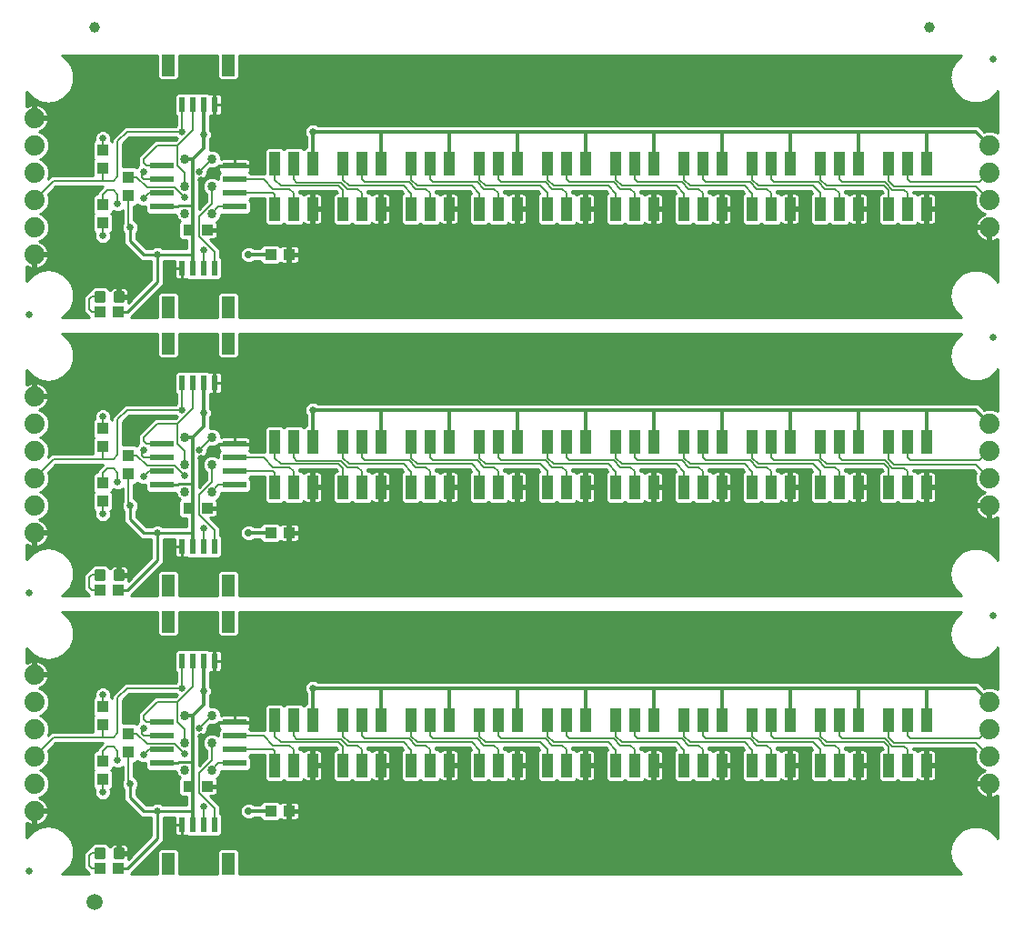
<source format=gtl>
G75*
%MOIN*%
%OFA0B0*%
%FSLAX25Y25*%
%IPPOS*%
%LPD*%
%AMOC8*
5,1,8,0,0,1.08239X$1,22.5*
%
%ADD10C,0.02500*%
%ADD11R,0.03937X0.04331*%
%ADD12R,0.04724X0.07874*%
%ADD13R,0.02362X0.05315*%
%ADD14C,0.07400*%
%ADD15R,0.04331X0.03937*%
%ADD16C,0.01181*%
%ADD17R,0.08700X0.02400*%
%ADD18R,0.03937X0.08661*%
%ADD19R,0.04331X0.08661*%
%ADD20C,0.03400*%
%ADD21C,0.03937*%
%ADD22C,0.05906*%
%ADD23C,0.01000*%
%ADD24C,0.02600*%
%ADD25C,0.00600*%
%ADD26C,0.01200*%
%ADD27C,0.02900*%
D10*
X0031750Y0031750D03*
X0031750Y0133750D03*
X0031750Y0235750D03*
X0385250Y0227250D03*
X0385250Y0125250D03*
X0385250Y0329250D03*
D11*
X0068250Y0286096D03*
X0068250Y0279404D03*
X0058750Y0276096D03*
X0058750Y0269404D03*
X0058750Y0289404D03*
X0058750Y0296096D03*
X0058750Y0194096D03*
X0058750Y0187404D03*
X0068250Y0184096D03*
X0068250Y0177404D03*
X0058750Y0174096D03*
X0058750Y0167404D03*
X0058750Y0092096D03*
X0058750Y0085404D03*
X0068250Y0082096D03*
X0068250Y0075404D03*
X0058750Y0072096D03*
X0058750Y0065404D03*
D12*
X0082726Y0034281D03*
X0104774Y0034281D03*
X0104774Y0123219D03*
X0104774Y0136281D03*
X0082726Y0136281D03*
X0082726Y0123219D03*
X0082726Y0225219D03*
X0082726Y0238281D03*
X0104774Y0238281D03*
X0104774Y0225219D03*
X0104774Y0327219D03*
X0082726Y0327219D03*
D13*
X0087844Y0312750D03*
X0091781Y0312750D03*
X0095719Y0312750D03*
X0099656Y0312750D03*
X0099656Y0252750D03*
X0095719Y0252750D03*
X0091781Y0252750D03*
X0087844Y0252750D03*
X0087844Y0210750D03*
X0091781Y0210750D03*
X0095719Y0210750D03*
X0099656Y0210750D03*
X0099656Y0150750D03*
X0095719Y0150750D03*
X0091781Y0150750D03*
X0087844Y0150750D03*
X0087844Y0108750D03*
X0091781Y0108750D03*
X0095719Y0108750D03*
X0099656Y0108750D03*
X0099656Y0048750D03*
X0095719Y0048750D03*
X0091781Y0048750D03*
X0087844Y0048750D03*
D14*
X0033750Y0053750D03*
X0033750Y0063750D03*
X0033750Y0073750D03*
X0033750Y0083750D03*
X0033750Y0093750D03*
X0033750Y0103750D03*
X0033750Y0155750D03*
X0033750Y0165750D03*
X0033750Y0175750D03*
X0033750Y0185750D03*
X0033750Y0195750D03*
X0033750Y0205750D03*
X0033750Y0257750D03*
X0033750Y0267750D03*
X0033750Y0277750D03*
X0033750Y0287750D03*
X0033750Y0297750D03*
X0033750Y0307750D03*
X0383750Y0297750D03*
X0383750Y0287750D03*
X0383750Y0277750D03*
X0383750Y0267750D03*
X0383750Y0195750D03*
X0383750Y0185750D03*
X0383750Y0175750D03*
X0383750Y0165750D03*
X0383750Y0093750D03*
X0383750Y0083750D03*
X0383750Y0073750D03*
X0383750Y0063750D03*
D15*
X0127096Y0053750D03*
X0120404Y0053750D03*
X0097096Y0062750D03*
X0090404Y0062750D03*
X0064596Y0032750D03*
X0057904Y0032750D03*
X0057904Y0134750D03*
X0064596Y0134750D03*
X0090404Y0164750D03*
X0097096Y0164750D03*
X0120404Y0155750D03*
X0127096Y0155750D03*
X0064596Y0236750D03*
X0057904Y0236750D03*
X0090404Y0266750D03*
X0097096Y0266750D03*
X0120404Y0257750D03*
X0127096Y0257750D03*
D16*
X0063325Y0243628D02*
X0063325Y0240872D01*
X0063325Y0243628D02*
X0066081Y0243628D01*
X0066081Y0240872D01*
X0063325Y0240872D01*
X0063325Y0242052D02*
X0066081Y0242052D01*
X0066081Y0243232D02*
X0063325Y0243232D01*
X0056419Y0243628D02*
X0056419Y0240872D01*
X0056419Y0243628D02*
X0059175Y0243628D01*
X0059175Y0240872D01*
X0056419Y0240872D01*
X0056419Y0242052D02*
X0059175Y0242052D01*
X0059175Y0243232D02*
X0056419Y0243232D01*
X0056419Y0141628D02*
X0056419Y0138872D01*
X0056419Y0141628D02*
X0059175Y0141628D01*
X0059175Y0138872D01*
X0056419Y0138872D01*
X0056419Y0140052D02*
X0059175Y0140052D01*
X0059175Y0141232D02*
X0056419Y0141232D01*
X0063325Y0141628D02*
X0063325Y0138872D01*
X0063325Y0141628D02*
X0066081Y0141628D01*
X0066081Y0138872D01*
X0063325Y0138872D01*
X0063325Y0140052D02*
X0066081Y0140052D01*
X0066081Y0141232D02*
X0063325Y0141232D01*
X0063325Y0039628D02*
X0063325Y0036872D01*
X0063325Y0039628D02*
X0066081Y0039628D01*
X0066081Y0036872D01*
X0063325Y0036872D01*
X0063325Y0038052D02*
X0066081Y0038052D01*
X0066081Y0039232D02*
X0063325Y0039232D01*
X0056419Y0039628D02*
X0056419Y0036872D01*
X0056419Y0039628D02*
X0059175Y0039628D01*
X0059175Y0036872D01*
X0056419Y0036872D01*
X0056419Y0038052D02*
X0059175Y0038052D01*
X0059175Y0039232D02*
X0056419Y0039232D01*
D17*
X0080550Y0071250D03*
X0080550Y0076250D03*
X0080550Y0081250D03*
X0080550Y0086250D03*
X0107050Y0086250D03*
X0107050Y0081250D03*
X0107050Y0076250D03*
X0107050Y0071250D03*
X0107050Y0173250D03*
X0107050Y0178250D03*
X0107050Y0183250D03*
X0107050Y0188250D03*
X0080550Y0188250D03*
X0080550Y0183250D03*
X0080550Y0178250D03*
X0080550Y0173250D03*
X0080550Y0275250D03*
X0080550Y0280250D03*
X0080550Y0285250D03*
X0080550Y0290250D03*
X0107050Y0290250D03*
X0107050Y0285250D03*
X0107050Y0280250D03*
X0107050Y0275250D03*
D18*
X0121860Y0274482D03*
X0135640Y0274482D03*
X0146860Y0274482D03*
X0160640Y0274482D03*
X0171860Y0274482D03*
X0185640Y0274482D03*
X0196860Y0274482D03*
X0210640Y0274482D03*
X0221860Y0274482D03*
X0235640Y0274482D03*
X0246860Y0274482D03*
X0260640Y0274482D03*
X0271860Y0274482D03*
X0285640Y0274482D03*
X0296860Y0274482D03*
X0310640Y0274482D03*
X0321860Y0274482D03*
X0335640Y0274482D03*
X0346860Y0274482D03*
X0360640Y0274482D03*
X0360640Y0291018D03*
X0346860Y0291018D03*
X0335640Y0291018D03*
X0321860Y0291018D03*
X0310640Y0291018D03*
X0296860Y0291018D03*
X0285640Y0291018D03*
X0271860Y0291018D03*
X0260640Y0291018D03*
X0246860Y0291018D03*
X0235640Y0291018D03*
X0221860Y0291018D03*
X0210640Y0291018D03*
X0196860Y0291018D03*
X0185640Y0291018D03*
X0171860Y0291018D03*
X0160640Y0291018D03*
X0146860Y0291018D03*
X0135640Y0291018D03*
X0121860Y0291018D03*
X0121860Y0189018D03*
X0135640Y0189018D03*
X0146860Y0189018D03*
X0160640Y0189018D03*
X0171860Y0189018D03*
X0185640Y0189018D03*
X0196860Y0189018D03*
X0210640Y0189018D03*
X0221860Y0189018D03*
X0235640Y0189018D03*
X0246860Y0189018D03*
X0260640Y0189018D03*
X0271860Y0189018D03*
X0285640Y0189018D03*
X0296860Y0189018D03*
X0310640Y0189018D03*
X0321860Y0189018D03*
X0335640Y0189018D03*
X0346860Y0189018D03*
X0360640Y0189018D03*
X0360640Y0172482D03*
X0346860Y0172482D03*
X0335640Y0172482D03*
X0321860Y0172482D03*
X0310640Y0172482D03*
X0296860Y0172482D03*
X0285640Y0172482D03*
X0271860Y0172482D03*
X0260640Y0172482D03*
X0246860Y0172482D03*
X0235640Y0172482D03*
X0221860Y0172482D03*
X0210640Y0172482D03*
X0196860Y0172482D03*
X0185640Y0172482D03*
X0171860Y0172482D03*
X0160640Y0172482D03*
X0146860Y0172482D03*
X0135640Y0172482D03*
X0121860Y0172482D03*
X0121860Y0087018D03*
X0135640Y0087018D03*
X0146860Y0087018D03*
X0160640Y0087018D03*
X0171860Y0087018D03*
X0185640Y0087018D03*
X0196860Y0087018D03*
X0210640Y0087018D03*
X0221860Y0087018D03*
X0235640Y0087018D03*
X0246860Y0087018D03*
X0260640Y0087018D03*
X0271860Y0087018D03*
X0285640Y0087018D03*
X0296860Y0087018D03*
X0310640Y0087018D03*
X0321860Y0087018D03*
X0335640Y0087018D03*
X0346860Y0087018D03*
X0360640Y0087018D03*
X0360640Y0070482D03*
X0346860Y0070482D03*
X0335640Y0070482D03*
X0321860Y0070482D03*
X0310640Y0070482D03*
X0296860Y0070482D03*
X0285640Y0070482D03*
X0271860Y0070482D03*
X0260640Y0070482D03*
X0246860Y0070482D03*
X0235640Y0070482D03*
X0221860Y0070482D03*
X0210640Y0070482D03*
X0196860Y0070482D03*
X0185640Y0070482D03*
X0171860Y0070482D03*
X0160640Y0070482D03*
X0146860Y0070482D03*
X0135640Y0070482D03*
X0121860Y0070482D03*
D19*
X0128750Y0070482D03*
X0128750Y0087018D03*
X0153750Y0087018D03*
X0153750Y0070482D03*
X0178750Y0070482D03*
X0178750Y0087018D03*
X0203750Y0087018D03*
X0203750Y0070482D03*
X0228750Y0070482D03*
X0228750Y0087018D03*
X0253750Y0087018D03*
X0253750Y0070482D03*
X0278750Y0070482D03*
X0278750Y0087018D03*
X0303750Y0087018D03*
X0303750Y0070482D03*
X0328750Y0070482D03*
X0328750Y0087018D03*
X0353750Y0087018D03*
X0353750Y0070482D03*
X0353750Y0172482D03*
X0353750Y0189018D03*
X0328750Y0189018D03*
X0328750Y0172482D03*
X0303750Y0172482D03*
X0303750Y0189018D03*
X0278750Y0189018D03*
X0278750Y0172482D03*
X0253750Y0172482D03*
X0253750Y0189018D03*
X0228750Y0189018D03*
X0228750Y0172482D03*
X0203750Y0172482D03*
X0203750Y0189018D03*
X0178750Y0189018D03*
X0178750Y0172482D03*
X0153750Y0172482D03*
X0153750Y0189018D03*
X0128750Y0189018D03*
X0128750Y0172482D03*
X0128750Y0274482D03*
X0128750Y0291018D03*
X0153750Y0291018D03*
X0153750Y0274482D03*
X0178750Y0274482D03*
X0178750Y0291018D03*
X0203750Y0291018D03*
X0203750Y0274482D03*
X0228750Y0274482D03*
X0228750Y0291018D03*
X0253750Y0291018D03*
X0253750Y0274482D03*
X0278750Y0274482D03*
X0278750Y0291018D03*
X0303750Y0291018D03*
X0303750Y0274482D03*
X0328750Y0274482D03*
X0328750Y0291018D03*
X0353750Y0291018D03*
X0353750Y0274482D03*
D20*
X0098750Y0272750D03*
X0088750Y0272750D03*
X0088750Y0282750D03*
X0088750Y0292750D03*
X0098750Y0292750D03*
X0098750Y0282750D03*
X0098750Y0190750D03*
X0098750Y0180750D03*
X0088750Y0180750D03*
X0088750Y0190750D03*
X0088750Y0170750D03*
X0098750Y0170750D03*
X0098750Y0088750D03*
X0088750Y0088750D03*
X0088750Y0078750D03*
X0088750Y0068750D03*
X0098750Y0068750D03*
X0098750Y0078750D03*
D21*
X0055750Y0341000D03*
X0361750Y0341000D03*
D22*
X0055750Y0020500D03*
D23*
X0053822Y0030850D02*
X0043867Y0030850D01*
X0044885Y0031438D01*
X0044885Y0031438D01*
X0047016Y0033977D01*
X0047016Y0033977D01*
X0048150Y0037093D01*
X0048150Y0040407D01*
X0047016Y0043522D01*
X0047016Y0043523D01*
X0044885Y0046062D01*
X0042015Y0047719D01*
X0042015Y0047719D01*
X0038750Y0048295D01*
X0035485Y0047719D01*
X0032615Y0046062D01*
X0032615Y0046062D01*
X0030850Y0043959D01*
X0030850Y0049429D01*
X0031025Y0049303D01*
X0031754Y0048931D01*
X0032532Y0048678D01*
X0033250Y0048564D01*
X0033250Y0053250D01*
X0034250Y0053250D01*
X0034250Y0054250D01*
X0038936Y0054250D01*
X0038822Y0054968D01*
X0038569Y0055746D01*
X0038197Y0056475D01*
X0037716Y0057138D01*
X0037138Y0057716D01*
X0036475Y0058197D01*
X0035746Y0058569D01*
X0035526Y0058641D01*
X0036809Y0059172D01*
X0038328Y0060691D01*
X0039150Y0062676D01*
X0039150Y0064824D01*
X0038328Y0066809D01*
X0036809Y0068328D01*
X0035790Y0068750D01*
X0036809Y0069172D01*
X0038328Y0070691D01*
X0039150Y0072676D01*
X0039150Y0074824D01*
X0038711Y0075883D01*
X0041578Y0078750D01*
X0058922Y0078750D01*
X0058250Y0078078D01*
X0058250Y0078047D01*
X0057922Y0077718D01*
X0057922Y0077718D01*
X0056750Y0076547D01*
X0056750Y0075962D01*
X0056077Y0075962D01*
X0055081Y0074966D01*
X0055081Y0069227D01*
X0055558Y0068750D01*
X0055081Y0068273D01*
X0055081Y0062534D01*
X0055902Y0061714D01*
X0055750Y0061347D01*
X0055750Y0060153D01*
X0056207Y0059051D01*
X0057051Y0058207D01*
X0058153Y0057750D01*
X0059347Y0057750D01*
X0060449Y0058207D01*
X0061293Y0059051D01*
X0061750Y0060153D01*
X0061750Y0061347D01*
X0061598Y0061714D01*
X0062418Y0062534D01*
X0062418Y0068273D01*
X0061942Y0068750D01*
X0062418Y0069227D01*
X0062418Y0069839D01*
X0062551Y0069707D01*
X0063653Y0069250D01*
X0064847Y0069250D01*
X0065949Y0069707D01*
X0066250Y0070007D01*
X0066250Y0065493D01*
X0066207Y0065449D01*
X0065750Y0064347D01*
X0065750Y0063153D01*
X0066207Y0062051D01*
X0066550Y0061707D01*
X0066550Y0057839D01*
X0071550Y0052839D01*
X0072839Y0051550D01*
X0076550Y0051550D01*
X0076550Y0044661D01*
X0068056Y0036167D01*
X0068171Y0036597D01*
X0068171Y0037766D01*
X0065187Y0037766D01*
X0065187Y0038734D01*
X0068171Y0038734D01*
X0068171Y0039903D01*
X0068029Y0040435D01*
X0067754Y0040912D01*
X0067364Y0041301D01*
X0066888Y0041576D01*
X0066356Y0041718D01*
X0065187Y0041718D01*
X0065187Y0038734D01*
X0064218Y0038734D01*
X0064218Y0041718D01*
X0063050Y0041718D01*
X0062518Y0041576D01*
X0062041Y0041301D01*
X0061652Y0040912D01*
X0061461Y0040581D01*
X0060124Y0041918D01*
X0055471Y0041918D01*
X0054129Y0040577D01*
X0054129Y0040250D01*
X0053922Y0040250D01*
X0052922Y0039250D01*
X0051750Y0038078D01*
X0051750Y0032922D01*
X0052922Y0031750D01*
X0053822Y0030850D01*
X0052926Y0031746D02*
X0045143Y0031746D01*
X0045981Y0032744D02*
X0051928Y0032744D01*
X0051750Y0033743D02*
X0046819Y0033743D01*
X0047294Y0034741D02*
X0051750Y0034741D01*
X0051750Y0035740D02*
X0047658Y0035740D01*
X0048021Y0036738D02*
X0051750Y0036738D01*
X0051750Y0037737D02*
X0048150Y0037737D01*
X0048150Y0038735D02*
X0052407Y0038735D01*
X0053405Y0039734D02*
X0048150Y0039734D01*
X0048032Y0040732D02*
X0054284Y0040732D01*
X0055283Y0041731D02*
X0047668Y0041731D01*
X0047305Y0042729D02*
X0074618Y0042729D01*
X0073619Y0041731D02*
X0060312Y0041731D01*
X0061310Y0040732D02*
X0061548Y0040732D01*
X0064218Y0040732D02*
X0065187Y0040732D01*
X0065187Y0039734D02*
X0064218Y0039734D01*
X0064218Y0038735D02*
X0065187Y0038735D01*
X0068171Y0038735D02*
X0070624Y0038735D01*
X0071622Y0039734D02*
X0068171Y0039734D01*
X0067857Y0040732D02*
X0072621Y0040732D01*
X0069625Y0037737D02*
X0068171Y0037737D01*
X0068171Y0036738D02*
X0068627Y0036738D01*
X0067750Y0032750D02*
X0064596Y0032750D01*
X0067750Y0032750D02*
X0078750Y0043750D01*
X0078750Y0053750D01*
X0091781Y0053750D01*
X0091781Y0061372D01*
X0090404Y0062750D01*
X0091750Y0064096D01*
X0091750Y0071750D01*
X0086750Y0071750D01*
X0086250Y0071250D01*
X0080550Y0071250D01*
X0085567Y0068350D02*
X0085673Y0067817D01*
X0085914Y0067234D01*
X0086264Y0066710D01*
X0086710Y0066264D01*
X0087112Y0065996D01*
X0086538Y0065423D01*
X0086538Y0060077D01*
X0087534Y0059081D01*
X0089350Y0059081D01*
X0089350Y0055950D01*
X0080793Y0055950D01*
X0080449Y0056293D01*
X0079347Y0056750D01*
X0078153Y0056750D01*
X0077051Y0056293D01*
X0076707Y0055950D01*
X0074661Y0055950D01*
X0070950Y0059661D01*
X0070950Y0061707D01*
X0071293Y0062051D01*
X0071750Y0063153D01*
X0071750Y0064347D01*
X0071293Y0065449D01*
X0070449Y0066293D01*
X0070250Y0066376D01*
X0070250Y0071538D01*
X0070923Y0071538D01*
X0071571Y0072186D01*
X0072051Y0071707D01*
X0073153Y0071250D01*
X0074347Y0071250D01*
X0074500Y0071313D01*
X0074500Y0069346D01*
X0075496Y0068350D01*
X0085567Y0068350D01*
X0085725Y0067692D02*
X0070250Y0067692D01*
X0070250Y0068690D02*
X0075155Y0068690D01*
X0074500Y0069689D02*
X0070250Y0069689D01*
X0070250Y0070687D02*
X0074500Y0070687D01*
X0072101Y0071686D02*
X0071070Y0071686D01*
X0070250Y0066693D02*
X0086281Y0066693D01*
X0086810Y0065695D02*
X0071048Y0065695D01*
X0071605Y0064696D02*
X0086538Y0064696D01*
X0086538Y0063698D02*
X0071750Y0063698D01*
X0071562Y0062699D02*
X0086538Y0062699D01*
X0086538Y0061701D02*
X0070950Y0061701D01*
X0070950Y0060702D02*
X0086538Y0060702D01*
X0086912Y0059704D02*
X0070950Y0059704D01*
X0071906Y0058705D02*
X0089350Y0058705D01*
X0089350Y0057707D02*
X0072904Y0057707D01*
X0073903Y0056708D02*
X0078053Y0056708D01*
X0079447Y0056708D02*
X0089350Y0056708D01*
X0091781Y0053750D02*
X0091781Y0048750D01*
X0087935Y0048659D02*
X0087935Y0044593D01*
X0089223Y0044593D01*
X0089596Y0044693D01*
X0089896Y0044393D01*
X0093667Y0044393D01*
X0093750Y0044476D01*
X0093833Y0044393D01*
X0097604Y0044393D01*
X0097687Y0044476D01*
X0097770Y0044393D01*
X0101541Y0044393D01*
X0102537Y0045388D01*
X0102537Y0052112D01*
X0101655Y0052993D01*
X0101655Y0055613D01*
X0097987Y0059281D01*
X0099459Y0059281D01*
X0099841Y0059384D01*
X0100183Y0059581D01*
X0100462Y0059860D01*
X0100660Y0060203D01*
X0100762Y0060584D01*
X0100762Y0062266D01*
X0097581Y0062266D01*
X0097581Y0063234D01*
X0100762Y0063234D01*
X0100762Y0064916D01*
X0100660Y0065297D01*
X0100462Y0065640D01*
X0100363Y0065738D01*
X0100676Y0065868D01*
X0101632Y0066824D01*
X0102150Y0068074D01*
X0102150Y0068350D01*
X0112104Y0068350D01*
X0113100Y0069346D01*
X0113100Y0073154D01*
X0112504Y0073750D01*
X0113004Y0074250D01*
X0118192Y0074250D01*
X0118192Y0065447D01*
X0119188Y0064452D01*
X0124533Y0064452D01*
X0125207Y0065125D01*
X0125880Y0064452D01*
X0131620Y0064452D01*
X0132444Y0065277D01*
X0132471Y0065231D01*
X0132750Y0064951D01*
X0133092Y0064754D01*
X0133474Y0064652D01*
X0135155Y0064652D01*
X0135155Y0069998D01*
X0136124Y0069998D01*
X0136124Y0064652D01*
X0137806Y0064652D01*
X0138187Y0064754D01*
X0138529Y0064951D01*
X0138809Y0065231D01*
X0139006Y0065573D01*
X0139108Y0065954D01*
X0139108Y0069998D01*
X0136124Y0069998D01*
X0136124Y0070967D01*
X0135155Y0070967D01*
X0135155Y0076313D01*
X0133474Y0076313D01*
X0133092Y0076211D01*
X0132750Y0076013D01*
X0132471Y0075734D01*
X0132444Y0075688D01*
X0131620Y0076513D01*
X0130750Y0076513D01*
X0130750Y0076951D01*
X0144220Y0076951D01*
X0144659Y0076513D01*
X0144188Y0076513D01*
X0143192Y0075517D01*
X0143192Y0065447D01*
X0144188Y0064452D01*
X0149533Y0064452D01*
X0150207Y0065125D01*
X0150880Y0064452D01*
X0156620Y0064452D01*
X0157444Y0065277D01*
X0157471Y0065231D01*
X0157750Y0064951D01*
X0158092Y0064754D01*
X0158474Y0064652D01*
X0160155Y0064652D01*
X0160155Y0069998D01*
X0161124Y0069998D01*
X0161124Y0064652D01*
X0162806Y0064652D01*
X0163187Y0064754D01*
X0163529Y0064951D01*
X0163809Y0065231D01*
X0164006Y0065573D01*
X0164108Y0065954D01*
X0164108Y0069998D01*
X0161124Y0069998D01*
X0161124Y0070967D01*
X0160155Y0070967D01*
X0160155Y0076313D01*
X0158474Y0076313D01*
X0158092Y0076211D01*
X0157750Y0076013D01*
X0157471Y0075734D01*
X0157444Y0075688D01*
X0156620Y0076513D01*
X0155750Y0076513D01*
X0155750Y0077050D01*
X0168122Y0077050D01*
X0168923Y0076248D01*
X0168192Y0075517D01*
X0168192Y0065447D01*
X0169188Y0064452D01*
X0174533Y0064452D01*
X0175207Y0065125D01*
X0175880Y0064452D01*
X0181620Y0064452D01*
X0182444Y0065277D01*
X0182471Y0065231D01*
X0182750Y0064951D01*
X0183092Y0064754D01*
X0183474Y0064652D01*
X0185155Y0064652D01*
X0185155Y0069998D01*
X0186124Y0069998D01*
X0186124Y0064652D01*
X0187806Y0064652D01*
X0188187Y0064754D01*
X0188529Y0064951D01*
X0188809Y0065231D01*
X0189006Y0065573D01*
X0189108Y0065954D01*
X0189108Y0069998D01*
X0186124Y0069998D01*
X0186124Y0070967D01*
X0185155Y0070967D01*
X0185155Y0076313D01*
X0183474Y0076313D01*
X0183092Y0076211D01*
X0182750Y0076013D01*
X0182471Y0075734D01*
X0182444Y0075688D01*
X0181620Y0076513D01*
X0180750Y0076513D01*
X0180750Y0077050D01*
X0193122Y0077050D01*
X0193923Y0076248D01*
X0193192Y0075517D01*
X0193192Y0065447D01*
X0194188Y0064452D01*
X0199533Y0064452D01*
X0200207Y0065125D01*
X0200880Y0064452D01*
X0206620Y0064452D01*
X0207444Y0065277D01*
X0207471Y0065231D01*
X0207750Y0064951D01*
X0208092Y0064754D01*
X0208474Y0064652D01*
X0210155Y0064652D01*
X0210155Y0069998D01*
X0211124Y0069998D01*
X0211124Y0064652D01*
X0212806Y0064652D01*
X0213187Y0064754D01*
X0213529Y0064951D01*
X0213809Y0065231D01*
X0214006Y0065573D01*
X0214108Y0065954D01*
X0214108Y0069998D01*
X0211124Y0069998D01*
X0211124Y0070967D01*
X0210155Y0070967D01*
X0210155Y0076313D01*
X0208474Y0076313D01*
X0208092Y0076211D01*
X0207750Y0076013D01*
X0207471Y0075734D01*
X0207444Y0075688D01*
X0206620Y0076513D01*
X0205750Y0076513D01*
X0205750Y0077050D01*
X0218122Y0077050D01*
X0218923Y0076248D01*
X0218192Y0075517D01*
X0218192Y0065447D01*
X0219188Y0064452D01*
X0224533Y0064452D01*
X0225207Y0065125D01*
X0225880Y0064452D01*
X0231620Y0064452D01*
X0232444Y0065277D01*
X0232471Y0065231D01*
X0232750Y0064951D01*
X0233092Y0064754D01*
X0233474Y0064652D01*
X0235155Y0064652D01*
X0235155Y0069998D01*
X0236124Y0069998D01*
X0236124Y0064652D01*
X0237806Y0064652D01*
X0238187Y0064754D01*
X0238529Y0064951D01*
X0238809Y0065231D01*
X0239006Y0065573D01*
X0239108Y0065954D01*
X0239108Y0069998D01*
X0236124Y0069998D01*
X0236124Y0070967D01*
X0235155Y0070967D01*
X0235155Y0076313D01*
X0233474Y0076313D01*
X0233092Y0076211D01*
X0232750Y0076013D01*
X0232471Y0075734D01*
X0232444Y0075688D01*
X0231620Y0076513D01*
X0230750Y0076513D01*
X0230750Y0077050D01*
X0243122Y0077050D01*
X0243923Y0076248D01*
X0243192Y0075517D01*
X0243192Y0065447D01*
X0244188Y0064452D01*
X0249533Y0064452D01*
X0250207Y0065125D01*
X0250880Y0064452D01*
X0256620Y0064452D01*
X0257444Y0065277D01*
X0257471Y0065231D01*
X0257750Y0064951D01*
X0258092Y0064754D01*
X0258474Y0064652D01*
X0260155Y0064652D01*
X0260155Y0069998D01*
X0261124Y0069998D01*
X0261124Y0064652D01*
X0262806Y0064652D01*
X0263187Y0064754D01*
X0263529Y0064951D01*
X0263809Y0065231D01*
X0264006Y0065573D01*
X0264108Y0065954D01*
X0264108Y0069998D01*
X0261124Y0069998D01*
X0261124Y0070967D01*
X0260155Y0070967D01*
X0260155Y0076313D01*
X0258474Y0076313D01*
X0258092Y0076211D01*
X0257750Y0076013D01*
X0257471Y0075734D01*
X0257444Y0075688D01*
X0256620Y0076513D01*
X0255750Y0076513D01*
X0255750Y0077050D01*
X0268122Y0077050D01*
X0268923Y0076248D01*
X0268192Y0075517D01*
X0268192Y0065447D01*
X0269188Y0064452D01*
X0274533Y0064452D01*
X0275207Y0065125D01*
X0275880Y0064452D01*
X0281620Y0064452D01*
X0282444Y0065277D01*
X0282471Y0065231D01*
X0282750Y0064951D01*
X0283092Y0064754D01*
X0283474Y0064652D01*
X0285155Y0064652D01*
X0285155Y0069998D01*
X0286124Y0069998D01*
X0286124Y0064652D01*
X0287806Y0064652D01*
X0288187Y0064754D01*
X0288529Y0064951D01*
X0288809Y0065231D01*
X0289006Y0065573D01*
X0289108Y0065954D01*
X0289108Y0069998D01*
X0286124Y0069998D01*
X0286124Y0070967D01*
X0285155Y0070967D01*
X0285155Y0076313D01*
X0283474Y0076313D01*
X0283092Y0076211D01*
X0282750Y0076013D01*
X0282471Y0075734D01*
X0282444Y0075688D01*
X0281620Y0076513D01*
X0280750Y0076513D01*
X0280750Y0077050D01*
X0293122Y0077050D01*
X0293923Y0076248D01*
X0293192Y0075517D01*
X0293192Y0065447D01*
X0294188Y0064452D01*
X0299533Y0064452D01*
X0300207Y0065125D01*
X0300880Y0064452D01*
X0306620Y0064452D01*
X0307444Y0065277D01*
X0307471Y0065231D01*
X0307750Y0064951D01*
X0308092Y0064754D01*
X0308474Y0064652D01*
X0310155Y0064652D01*
X0310155Y0069998D01*
X0311124Y0069998D01*
X0311124Y0064652D01*
X0312806Y0064652D01*
X0313187Y0064754D01*
X0313529Y0064951D01*
X0313809Y0065231D01*
X0314006Y0065573D01*
X0314108Y0065954D01*
X0314108Y0069998D01*
X0311124Y0069998D01*
X0311124Y0070967D01*
X0310155Y0070967D01*
X0310155Y0076313D01*
X0308474Y0076313D01*
X0308092Y0076211D01*
X0307750Y0076013D01*
X0307471Y0075734D01*
X0307444Y0075688D01*
X0306620Y0076513D01*
X0305750Y0076513D01*
X0305750Y0077050D01*
X0318122Y0077050D01*
X0318923Y0076248D01*
X0318192Y0075517D01*
X0318192Y0065447D01*
X0319188Y0064452D01*
X0324533Y0064452D01*
X0325207Y0065125D01*
X0325880Y0064452D01*
X0331620Y0064452D01*
X0332444Y0065277D01*
X0332471Y0065231D01*
X0332750Y0064951D01*
X0333092Y0064754D01*
X0333474Y0064652D01*
X0335155Y0064652D01*
X0335155Y0069998D01*
X0336124Y0069998D01*
X0336124Y0064652D01*
X0337806Y0064652D01*
X0338187Y0064754D01*
X0338529Y0064951D01*
X0338809Y0065231D01*
X0339006Y0065573D01*
X0339108Y0065954D01*
X0339108Y0069998D01*
X0336124Y0069998D01*
X0336124Y0070967D01*
X0335155Y0070967D01*
X0335155Y0076313D01*
X0333474Y0076313D01*
X0333092Y0076211D01*
X0332750Y0076013D01*
X0332471Y0075734D01*
X0332444Y0075688D01*
X0331620Y0076513D01*
X0330750Y0076513D01*
X0330750Y0077050D01*
X0344227Y0077050D01*
X0344764Y0076513D01*
X0344188Y0076513D01*
X0343192Y0075517D01*
X0343192Y0065447D01*
X0344188Y0064452D01*
X0349533Y0064452D01*
X0350207Y0065125D01*
X0350880Y0064452D01*
X0356620Y0064452D01*
X0357444Y0065277D01*
X0357471Y0065231D01*
X0357750Y0064951D01*
X0358092Y0064754D01*
X0358474Y0064652D01*
X0360155Y0064652D01*
X0360155Y0069998D01*
X0361124Y0069998D01*
X0361124Y0064652D01*
X0362806Y0064652D01*
X0363187Y0064754D01*
X0363529Y0064951D01*
X0363809Y0065231D01*
X0364006Y0065573D01*
X0364108Y0065954D01*
X0364108Y0069998D01*
X0361124Y0069998D01*
X0361124Y0070967D01*
X0360155Y0070967D01*
X0360155Y0076313D01*
X0358474Y0076313D01*
X0358092Y0076211D01*
X0357750Y0076013D01*
X0357471Y0075734D01*
X0357444Y0075688D01*
X0356620Y0076513D01*
X0355750Y0076513D01*
X0355750Y0076750D01*
X0377922Y0076750D01*
X0378789Y0075883D01*
X0378350Y0074824D01*
X0378350Y0072676D01*
X0379172Y0070691D01*
X0380691Y0069172D01*
X0381974Y0068641D01*
X0381754Y0068569D01*
X0381025Y0068197D01*
X0380362Y0067716D01*
X0379784Y0067138D01*
X0379303Y0066475D01*
X0378931Y0065746D01*
X0378678Y0064968D01*
X0378564Y0064250D01*
X0383250Y0064250D01*
X0383250Y0063250D01*
X0384250Y0063250D01*
X0384250Y0058564D01*
X0384968Y0058678D01*
X0385746Y0058931D01*
X0386475Y0059303D01*
X0386650Y0059429D01*
X0386650Y0043867D01*
X0386062Y0044885D01*
X0386062Y0044885D01*
X0383523Y0047016D01*
X0383522Y0047016D01*
X0380407Y0048150D01*
X0377093Y0048150D01*
X0373977Y0047016D01*
X0371438Y0044885D01*
X0369781Y0042015D01*
X0369205Y0038750D01*
X0369205Y0038750D01*
X0369781Y0035485D01*
X0371438Y0032615D01*
X0371438Y0032615D01*
X0373541Y0030850D01*
X0108836Y0030850D01*
X0108836Y0038923D01*
X0107840Y0039918D01*
X0101707Y0039918D01*
X0100711Y0038923D01*
X0100711Y0030850D01*
X0086789Y0030850D01*
X0086789Y0038923D01*
X0085793Y0039918D01*
X0079660Y0039918D01*
X0078664Y0038923D01*
X0078664Y0030850D01*
X0068961Y0030850D01*
X0069950Y0031839D01*
X0080950Y0042839D01*
X0080950Y0051550D01*
X0085163Y0051550D01*
X0085163Y0048841D01*
X0087754Y0048841D01*
X0087754Y0048659D01*
X0087935Y0048659D01*
X0087754Y0048659D02*
X0087754Y0044593D01*
X0086466Y0044593D01*
X0086084Y0044695D01*
X0085742Y0044892D01*
X0085463Y0045171D01*
X0085266Y0045514D01*
X0085163Y0045895D01*
X0085163Y0048659D01*
X0087754Y0048659D01*
X0087754Y0048720D02*
X0080950Y0048720D01*
X0080950Y0047722D02*
X0085163Y0047722D01*
X0085163Y0046723D02*
X0080950Y0046723D01*
X0080950Y0045725D02*
X0085209Y0045725D01*
X0086030Y0044726D02*
X0080950Y0044726D01*
X0080950Y0043728D02*
X0370770Y0043728D01*
X0371346Y0044726D02*
X0101874Y0044726D01*
X0102537Y0045725D02*
X0372438Y0045725D01*
X0371438Y0044885D02*
X0371438Y0044885D01*
X0371438Y0044885D01*
X0370193Y0042729D02*
X0080840Y0042729D01*
X0079842Y0041731D02*
X0369731Y0041731D01*
X0369781Y0042015D02*
X0369781Y0042015D01*
X0369555Y0040732D02*
X0078843Y0040732D01*
X0079475Y0039734D02*
X0077845Y0039734D01*
X0078664Y0038735D02*
X0076846Y0038735D01*
X0075848Y0037737D02*
X0078664Y0037737D01*
X0078664Y0036738D02*
X0074849Y0036738D01*
X0073851Y0035740D02*
X0078664Y0035740D01*
X0078664Y0034741D02*
X0072852Y0034741D01*
X0071854Y0033743D02*
X0078664Y0033743D01*
X0078664Y0032744D02*
X0070855Y0032744D01*
X0069857Y0031746D02*
X0078664Y0031746D01*
X0086789Y0031746D02*
X0100711Y0031746D01*
X0100711Y0032744D02*
X0086789Y0032744D01*
X0086789Y0033743D02*
X0100711Y0033743D01*
X0100711Y0034741D02*
X0086789Y0034741D01*
X0086789Y0035740D02*
X0100711Y0035740D01*
X0100711Y0036738D02*
X0086789Y0036738D01*
X0086789Y0037737D02*
X0100711Y0037737D01*
X0100711Y0038735D02*
X0086789Y0038735D01*
X0085978Y0039734D02*
X0101522Y0039734D01*
X0108025Y0039734D02*
X0369378Y0039734D01*
X0369208Y0038735D02*
X0108836Y0038735D01*
X0108836Y0037737D02*
X0369384Y0037737D01*
X0369560Y0036738D02*
X0108836Y0036738D01*
X0108836Y0035740D02*
X0369736Y0035740D01*
X0369781Y0035485D02*
X0369781Y0035485D01*
X0370210Y0034741D02*
X0108836Y0034741D01*
X0108836Y0033743D02*
X0370787Y0033743D01*
X0371363Y0032744D02*
X0108836Y0032744D01*
X0108836Y0031746D02*
X0372474Y0031746D01*
X0373628Y0046723D02*
X0102537Y0046723D01*
X0102537Y0047722D02*
X0375916Y0047722D01*
X0373977Y0047016D02*
X0373977Y0047016D01*
X0381584Y0047722D02*
X0386650Y0047722D01*
X0386650Y0048720D02*
X0102537Y0048720D01*
X0102537Y0049719D02*
X0386650Y0049719D01*
X0386650Y0050717D02*
X0130319Y0050717D01*
X0130183Y0050581D02*
X0130462Y0050860D01*
X0130660Y0051203D01*
X0130762Y0051584D01*
X0130762Y0053266D01*
X0127581Y0053266D01*
X0127581Y0054234D01*
X0130762Y0054234D01*
X0130762Y0055916D01*
X0130660Y0056297D01*
X0130462Y0056640D01*
X0130183Y0056919D01*
X0129841Y0057116D01*
X0129459Y0057218D01*
X0127581Y0057218D01*
X0127581Y0054234D01*
X0126612Y0054234D01*
X0126612Y0057218D01*
X0124734Y0057218D01*
X0124352Y0057116D01*
X0124010Y0056919D01*
X0123891Y0056800D01*
X0123273Y0057418D01*
X0117534Y0057418D01*
X0116538Y0056423D01*
X0116538Y0056050D01*
X0114405Y0056050D01*
X0114034Y0056420D01*
X0112877Y0056900D01*
X0111623Y0056900D01*
X0110466Y0056420D01*
X0109580Y0055534D01*
X0109100Y0054377D01*
X0109100Y0053123D01*
X0109580Y0051966D01*
X0110466Y0051080D01*
X0111623Y0050600D01*
X0112877Y0050600D01*
X0114034Y0051080D01*
X0114405Y0051450D01*
X0116538Y0051450D01*
X0116538Y0051077D01*
X0117534Y0050081D01*
X0123273Y0050081D01*
X0123891Y0050700D01*
X0124010Y0050581D01*
X0124352Y0050384D01*
X0124734Y0050281D01*
X0126612Y0050281D01*
X0126612Y0053266D01*
X0127581Y0053266D01*
X0127581Y0050281D01*
X0129459Y0050281D01*
X0129841Y0050384D01*
X0130183Y0050581D01*
X0130762Y0051716D02*
X0386650Y0051716D01*
X0386650Y0052714D02*
X0130762Y0052714D01*
X0130762Y0054711D02*
X0386650Y0054711D01*
X0386650Y0053713D02*
X0127581Y0053713D01*
X0127581Y0054711D02*
X0126612Y0054711D01*
X0126612Y0055710D02*
X0127581Y0055710D01*
X0127581Y0056708D02*
X0126612Y0056708D01*
X0130393Y0056708D02*
X0386650Y0056708D01*
X0386650Y0055710D02*
X0130762Y0055710D01*
X0127581Y0052714D02*
X0126612Y0052714D01*
X0126612Y0051716D02*
X0127581Y0051716D01*
X0127581Y0050717D02*
X0126612Y0050717D01*
X0116898Y0050717D02*
X0113160Y0050717D01*
X0111340Y0050717D02*
X0102537Y0050717D01*
X0102537Y0051716D02*
X0109829Y0051716D01*
X0109269Y0052714D02*
X0101934Y0052714D01*
X0101655Y0053713D02*
X0109100Y0053713D01*
X0109239Y0054711D02*
X0101655Y0054711D01*
X0101558Y0055710D02*
X0109755Y0055710D01*
X0111161Y0056708D02*
X0100560Y0056708D01*
X0099561Y0057707D02*
X0386650Y0057707D01*
X0386650Y0058705D02*
X0385052Y0058705D01*
X0384250Y0058705D02*
X0383250Y0058705D01*
X0383250Y0058564D02*
X0383250Y0063250D01*
X0378564Y0063250D01*
X0378678Y0062532D01*
X0378931Y0061754D01*
X0379303Y0061025D01*
X0379784Y0060362D01*
X0380362Y0059784D01*
X0381025Y0059303D01*
X0381754Y0058931D01*
X0382532Y0058678D01*
X0383250Y0058564D01*
X0382448Y0058705D02*
X0098563Y0058705D01*
X0100305Y0059704D02*
X0380472Y0059704D01*
X0379537Y0060702D02*
X0100762Y0060702D01*
X0100762Y0061701D02*
X0378958Y0061701D01*
X0378652Y0062699D02*
X0097581Y0062699D01*
X0100762Y0063698D02*
X0383250Y0063698D01*
X0383250Y0062699D02*
X0384250Y0062699D01*
X0384250Y0061701D02*
X0383250Y0061701D01*
X0383250Y0060702D02*
X0384250Y0060702D01*
X0384250Y0059704D02*
X0383250Y0059704D01*
X0378635Y0064696D02*
X0362973Y0064696D01*
X0364039Y0065695D02*
X0378914Y0065695D01*
X0379461Y0066693D02*
X0364108Y0066693D01*
X0364108Y0067692D02*
X0380338Y0067692D01*
X0381854Y0068690D02*
X0364108Y0068690D01*
X0364108Y0069689D02*
X0380174Y0069689D01*
X0379176Y0070687D02*
X0361124Y0070687D01*
X0361124Y0070967D02*
X0364108Y0070967D01*
X0364108Y0075010D01*
X0364006Y0075392D01*
X0363809Y0075734D01*
X0363529Y0076013D01*
X0363187Y0076211D01*
X0362806Y0076313D01*
X0361124Y0076313D01*
X0361124Y0070967D01*
X0361124Y0071686D02*
X0360155Y0071686D01*
X0360155Y0072684D02*
X0361124Y0072684D01*
X0361124Y0073683D02*
X0360155Y0073683D01*
X0360155Y0074682D02*
X0361124Y0074682D01*
X0361124Y0075680D02*
X0360155Y0075680D01*
X0363840Y0075680D02*
X0378705Y0075680D01*
X0378350Y0074682D02*
X0364108Y0074682D01*
X0364108Y0073683D02*
X0378350Y0073683D01*
X0378350Y0072684D02*
X0364108Y0072684D01*
X0364108Y0071686D02*
X0378760Y0071686D01*
X0377993Y0076679D02*
X0355750Y0076679D01*
X0360155Y0069689D02*
X0361124Y0069689D01*
X0361124Y0068690D02*
X0360155Y0068690D01*
X0360155Y0067692D02*
X0361124Y0067692D01*
X0361124Y0066693D02*
X0360155Y0066693D01*
X0360155Y0065695D02*
X0361124Y0065695D01*
X0361124Y0064696D02*
X0360155Y0064696D01*
X0358306Y0064696D02*
X0356864Y0064696D01*
X0350636Y0064696D02*
X0349778Y0064696D01*
X0343943Y0064696D02*
X0337973Y0064696D01*
X0339039Y0065695D02*
X0343192Y0065695D01*
X0343192Y0066693D02*
X0339108Y0066693D01*
X0339108Y0067692D02*
X0343192Y0067692D01*
X0343192Y0068690D02*
X0339108Y0068690D01*
X0339108Y0069689D02*
X0343192Y0069689D01*
X0343192Y0070687D02*
X0336124Y0070687D01*
X0336124Y0070967D02*
X0339108Y0070967D01*
X0339108Y0075010D01*
X0339006Y0075392D01*
X0338809Y0075734D01*
X0338529Y0076013D01*
X0338187Y0076211D01*
X0337806Y0076313D01*
X0336124Y0076313D01*
X0336124Y0070967D01*
X0336124Y0071686D02*
X0335155Y0071686D01*
X0335155Y0072684D02*
X0336124Y0072684D01*
X0336124Y0073683D02*
X0335155Y0073683D01*
X0335155Y0074682D02*
X0336124Y0074682D01*
X0336124Y0075680D02*
X0335155Y0075680D01*
X0338840Y0075680D02*
X0343355Y0075680D01*
X0343192Y0074682D02*
X0339108Y0074682D01*
X0339108Y0073683D02*
X0343192Y0073683D01*
X0343192Y0072684D02*
X0339108Y0072684D01*
X0339108Y0071686D02*
X0343192Y0071686D01*
X0336124Y0069689D02*
X0335155Y0069689D01*
X0335155Y0068690D02*
X0336124Y0068690D01*
X0336124Y0067692D02*
X0335155Y0067692D01*
X0335155Y0066693D02*
X0336124Y0066693D01*
X0336124Y0065695D02*
X0335155Y0065695D01*
X0335155Y0064696D02*
X0336124Y0064696D01*
X0333306Y0064696D02*
X0331864Y0064696D01*
X0325636Y0064696D02*
X0324778Y0064696D01*
X0318943Y0064696D02*
X0312973Y0064696D01*
X0314039Y0065695D02*
X0318192Y0065695D01*
X0318192Y0066693D02*
X0314108Y0066693D01*
X0314108Y0067692D02*
X0318192Y0067692D01*
X0318192Y0068690D02*
X0314108Y0068690D01*
X0314108Y0069689D02*
X0318192Y0069689D01*
X0318192Y0070687D02*
X0311124Y0070687D01*
X0311124Y0070967D02*
X0314108Y0070967D01*
X0314108Y0075010D01*
X0314006Y0075392D01*
X0313809Y0075734D01*
X0313529Y0076013D01*
X0313187Y0076211D01*
X0312806Y0076313D01*
X0311124Y0076313D01*
X0311124Y0070967D01*
X0311124Y0071686D02*
X0310155Y0071686D01*
X0310155Y0072684D02*
X0311124Y0072684D01*
X0311124Y0073683D02*
X0310155Y0073683D01*
X0310155Y0074682D02*
X0311124Y0074682D01*
X0311124Y0075680D02*
X0310155Y0075680D01*
X0313840Y0075680D02*
X0318355Y0075680D01*
X0318493Y0076679D02*
X0305750Y0076679D01*
X0314108Y0074682D02*
X0318192Y0074682D01*
X0318192Y0073683D02*
X0314108Y0073683D01*
X0314108Y0072684D02*
X0318192Y0072684D01*
X0318192Y0071686D02*
X0314108Y0071686D01*
X0311124Y0069689D02*
X0310155Y0069689D01*
X0310155Y0068690D02*
X0311124Y0068690D01*
X0311124Y0067692D02*
X0310155Y0067692D01*
X0310155Y0066693D02*
X0311124Y0066693D01*
X0311124Y0065695D02*
X0310155Y0065695D01*
X0310155Y0064696D02*
X0311124Y0064696D01*
X0308306Y0064696D02*
X0306864Y0064696D01*
X0300636Y0064696D02*
X0299778Y0064696D01*
X0293943Y0064696D02*
X0287973Y0064696D01*
X0289039Y0065695D02*
X0293192Y0065695D01*
X0293192Y0066693D02*
X0289108Y0066693D01*
X0289108Y0067692D02*
X0293192Y0067692D01*
X0293192Y0068690D02*
X0289108Y0068690D01*
X0289108Y0069689D02*
X0293192Y0069689D01*
X0293192Y0070687D02*
X0286124Y0070687D01*
X0286124Y0070967D02*
X0289108Y0070967D01*
X0289108Y0075010D01*
X0289006Y0075392D01*
X0288809Y0075734D01*
X0288529Y0076013D01*
X0288187Y0076211D01*
X0287806Y0076313D01*
X0286124Y0076313D01*
X0286124Y0070967D01*
X0286124Y0071686D02*
X0285155Y0071686D01*
X0285155Y0072684D02*
X0286124Y0072684D01*
X0286124Y0073683D02*
X0285155Y0073683D01*
X0285155Y0074682D02*
X0286124Y0074682D01*
X0286124Y0075680D02*
X0285155Y0075680D01*
X0288840Y0075680D02*
X0293355Y0075680D01*
X0293493Y0076679D02*
X0280750Y0076679D01*
X0289108Y0074682D02*
X0293192Y0074682D01*
X0293192Y0073683D02*
X0289108Y0073683D01*
X0289108Y0072684D02*
X0293192Y0072684D01*
X0293192Y0071686D02*
X0289108Y0071686D01*
X0286124Y0069689D02*
X0285155Y0069689D01*
X0285155Y0068690D02*
X0286124Y0068690D01*
X0286124Y0067692D02*
X0285155Y0067692D01*
X0285155Y0066693D02*
X0286124Y0066693D01*
X0286124Y0065695D02*
X0285155Y0065695D01*
X0285155Y0064696D02*
X0286124Y0064696D01*
X0283306Y0064696D02*
X0281864Y0064696D01*
X0275636Y0064696D02*
X0274778Y0064696D01*
X0268943Y0064696D02*
X0262973Y0064696D01*
X0264039Y0065695D02*
X0268192Y0065695D01*
X0268192Y0066693D02*
X0264108Y0066693D01*
X0264108Y0067692D02*
X0268192Y0067692D01*
X0268192Y0068690D02*
X0264108Y0068690D01*
X0264108Y0069689D02*
X0268192Y0069689D01*
X0268192Y0070687D02*
X0261124Y0070687D01*
X0261124Y0070967D02*
X0264108Y0070967D01*
X0264108Y0075010D01*
X0264006Y0075392D01*
X0263809Y0075734D01*
X0263529Y0076013D01*
X0263187Y0076211D01*
X0262806Y0076313D01*
X0261124Y0076313D01*
X0261124Y0070967D01*
X0261124Y0071686D02*
X0260155Y0071686D01*
X0260155Y0072684D02*
X0261124Y0072684D01*
X0261124Y0073683D02*
X0260155Y0073683D01*
X0260155Y0074682D02*
X0261124Y0074682D01*
X0261124Y0075680D02*
X0260155Y0075680D01*
X0263840Y0075680D02*
X0268355Y0075680D01*
X0268493Y0076679D02*
X0255750Y0076679D01*
X0260155Y0069689D02*
X0261124Y0069689D01*
X0261124Y0068690D02*
X0260155Y0068690D01*
X0260155Y0067692D02*
X0261124Y0067692D01*
X0261124Y0066693D02*
X0260155Y0066693D01*
X0260155Y0065695D02*
X0261124Y0065695D01*
X0261124Y0064696D02*
X0260155Y0064696D01*
X0258306Y0064696D02*
X0256864Y0064696D01*
X0264108Y0071686D02*
X0268192Y0071686D01*
X0268192Y0072684D02*
X0264108Y0072684D01*
X0264108Y0073683D02*
X0268192Y0073683D01*
X0268192Y0074682D02*
X0264108Y0074682D01*
X0250636Y0064696D02*
X0249778Y0064696D01*
X0243943Y0064696D02*
X0237973Y0064696D01*
X0239039Y0065695D02*
X0243192Y0065695D01*
X0243192Y0066693D02*
X0239108Y0066693D01*
X0239108Y0067692D02*
X0243192Y0067692D01*
X0243192Y0068690D02*
X0239108Y0068690D01*
X0239108Y0069689D02*
X0243192Y0069689D01*
X0243192Y0070687D02*
X0236124Y0070687D01*
X0236124Y0070967D02*
X0239108Y0070967D01*
X0239108Y0075010D01*
X0239006Y0075392D01*
X0238809Y0075734D01*
X0238529Y0076013D01*
X0238187Y0076211D01*
X0237806Y0076313D01*
X0236124Y0076313D01*
X0236124Y0070967D01*
X0236124Y0071686D02*
X0235155Y0071686D01*
X0235155Y0072684D02*
X0236124Y0072684D01*
X0236124Y0073683D02*
X0235155Y0073683D01*
X0235155Y0074682D02*
X0236124Y0074682D01*
X0236124Y0075680D02*
X0235155Y0075680D01*
X0238840Y0075680D02*
X0243355Y0075680D01*
X0243493Y0076679D02*
X0230750Y0076679D01*
X0235155Y0069689D02*
X0236124Y0069689D01*
X0236124Y0068690D02*
X0235155Y0068690D01*
X0235155Y0067692D02*
X0236124Y0067692D01*
X0236124Y0066693D02*
X0235155Y0066693D01*
X0235155Y0065695D02*
X0236124Y0065695D01*
X0236124Y0064696D02*
X0235155Y0064696D01*
X0233306Y0064696D02*
X0231864Y0064696D01*
X0239108Y0071686D02*
X0243192Y0071686D01*
X0243192Y0072684D02*
X0239108Y0072684D01*
X0239108Y0073683D02*
X0243192Y0073683D01*
X0243192Y0074682D02*
X0239108Y0074682D01*
X0225636Y0064696D02*
X0224778Y0064696D01*
X0218943Y0064696D02*
X0212973Y0064696D01*
X0214039Y0065695D02*
X0218192Y0065695D01*
X0218192Y0066693D02*
X0214108Y0066693D01*
X0214108Y0067692D02*
X0218192Y0067692D01*
X0218192Y0068690D02*
X0214108Y0068690D01*
X0214108Y0069689D02*
X0218192Y0069689D01*
X0218192Y0070687D02*
X0211124Y0070687D01*
X0211124Y0070967D02*
X0214108Y0070967D01*
X0214108Y0075010D01*
X0214006Y0075392D01*
X0213809Y0075734D01*
X0213529Y0076013D01*
X0213187Y0076211D01*
X0212806Y0076313D01*
X0211124Y0076313D01*
X0211124Y0070967D01*
X0211124Y0071686D02*
X0210155Y0071686D01*
X0210155Y0072684D02*
X0211124Y0072684D01*
X0211124Y0073683D02*
X0210155Y0073683D01*
X0210155Y0074682D02*
X0211124Y0074682D01*
X0211124Y0075680D02*
X0210155Y0075680D01*
X0213840Y0075680D02*
X0218355Y0075680D01*
X0218493Y0076679D02*
X0205750Y0076679D01*
X0210155Y0069689D02*
X0211124Y0069689D01*
X0211124Y0068690D02*
X0210155Y0068690D01*
X0210155Y0067692D02*
X0211124Y0067692D01*
X0211124Y0066693D02*
X0210155Y0066693D01*
X0210155Y0065695D02*
X0211124Y0065695D01*
X0211124Y0064696D02*
X0210155Y0064696D01*
X0208306Y0064696D02*
X0206864Y0064696D01*
X0214108Y0071686D02*
X0218192Y0071686D01*
X0218192Y0072684D02*
X0214108Y0072684D01*
X0214108Y0073683D02*
X0218192Y0073683D01*
X0218192Y0074682D02*
X0214108Y0074682D01*
X0200636Y0064696D02*
X0199778Y0064696D01*
X0193943Y0064696D02*
X0187973Y0064696D01*
X0189039Y0065695D02*
X0193192Y0065695D01*
X0193192Y0066693D02*
X0189108Y0066693D01*
X0189108Y0067692D02*
X0193192Y0067692D01*
X0193192Y0068690D02*
X0189108Y0068690D01*
X0189108Y0069689D02*
X0193192Y0069689D01*
X0193192Y0070687D02*
X0186124Y0070687D01*
X0186124Y0070967D02*
X0189108Y0070967D01*
X0189108Y0075010D01*
X0189006Y0075392D01*
X0188809Y0075734D01*
X0188529Y0076013D01*
X0188187Y0076211D01*
X0187806Y0076313D01*
X0186124Y0076313D01*
X0186124Y0070967D01*
X0186124Y0071686D02*
X0185155Y0071686D01*
X0185155Y0072684D02*
X0186124Y0072684D01*
X0186124Y0073683D02*
X0185155Y0073683D01*
X0185155Y0074682D02*
X0186124Y0074682D01*
X0186124Y0075680D02*
X0185155Y0075680D01*
X0188840Y0075680D02*
X0193355Y0075680D01*
X0193493Y0076679D02*
X0180750Y0076679D01*
X0185155Y0069689D02*
X0186124Y0069689D01*
X0186124Y0068690D02*
X0185155Y0068690D01*
X0185155Y0067692D02*
X0186124Y0067692D01*
X0186124Y0066693D02*
X0185155Y0066693D01*
X0185155Y0065695D02*
X0186124Y0065695D01*
X0186124Y0064696D02*
X0185155Y0064696D01*
X0183306Y0064696D02*
X0181864Y0064696D01*
X0175636Y0064696D02*
X0174778Y0064696D01*
X0168943Y0064696D02*
X0162973Y0064696D01*
X0164039Y0065695D02*
X0168192Y0065695D01*
X0168192Y0066693D02*
X0164108Y0066693D01*
X0164108Y0067692D02*
X0168192Y0067692D01*
X0168192Y0068690D02*
X0164108Y0068690D01*
X0164108Y0069689D02*
X0168192Y0069689D01*
X0168192Y0070687D02*
X0161124Y0070687D01*
X0161124Y0070967D02*
X0164108Y0070967D01*
X0164108Y0075010D01*
X0164006Y0075392D01*
X0163809Y0075734D01*
X0163529Y0076013D01*
X0163187Y0076211D01*
X0162806Y0076313D01*
X0161124Y0076313D01*
X0161124Y0070967D01*
X0161124Y0071686D02*
X0160155Y0071686D01*
X0160155Y0072684D02*
X0161124Y0072684D01*
X0161124Y0073683D02*
X0160155Y0073683D01*
X0160155Y0074682D02*
X0161124Y0074682D01*
X0161124Y0075680D02*
X0160155Y0075680D01*
X0163840Y0075680D02*
X0168355Y0075680D01*
X0168493Y0076679D02*
X0155750Y0076679D01*
X0160155Y0069689D02*
X0161124Y0069689D01*
X0161124Y0068690D02*
X0160155Y0068690D01*
X0160155Y0067692D02*
X0161124Y0067692D01*
X0161124Y0066693D02*
X0160155Y0066693D01*
X0160155Y0065695D02*
X0161124Y0065695D01*
X0161124Y0064696D02*
X0160155Y0064696D01*
X0158306Y0064696D02*
X0156864Y0064696D01*
X0150636Y0064696D02*
X0149778Y0064696D01*
X0143943Y0064696D02*
X0137973Y0064696D01*
X0139039Y0065695D02*
X0143192Y0065695D01*
X0143192Y0066693D02*
X0139108Y0066693D01*
X0139108Y0067692D02*
X0143192Y0067692D01*
X0143192Y0068690D02*
X0139108Y0068690D01*
X0139108Y0069689D02*
X0143192Y0069689D01*
X0143192Y0070687D02*
X0136124Y0070687D01*
X0136124Y0070967D02*
X0139108Y0070967D01*
X0139108Y0075010D01*
X0139006Y0075392D01*
X0138809Y0075734D01*
X0138529Y0076013D01*
X0138187Y0076211D01*
X0137806Y0076313D01*
X0136124Y0076313D01*
X0136124Y0070967D01*
X0136124Y0071686D02*
X0135155Y0071686D01*
X0135155Y0072684D02*
X0136124Y0072684D01*
X0136124Y0073683D02*
X0135155Y0073683D01*
X0135155Y0074682D02*
X0136124Y0074682D01*
X0136124Y0075680D02*
X0135155Y0075680D01*
X0138840Y0075680D02*
X0143355Y0075680D01*
X0143192Y0074682D02*
X0139108Y0074682D01*
X0139108Y0073683D02*
X0143192Y0073683D01*
X0143192Y0072684D02*
X0139108Y0072684D01*
X0139108Y0071686D02*
X0143192Y0071686D01*
X0144493Y0076679D02*
X0130750Y0076679D01*
X0135155Y0069689D02*
X0136124Y0069689D01*
X0136124Y0068690D02*
X0135155Y0068690D01*
X0135155Y0067692D02*
X0136124Y0067692D01*
X0136124Y0066693D02*
X0135155Y0066693D01*
X0135155Y0065695D02*
X0136124Y0065695D01*
X0136124Y0064696D02*
X0135155Y0064696D01*
X0133306Y0064696D02*
X0131864Y0064696D01*
X0125636Y0064696D02*
X0124778Y0064696D01*
X0118943Y0064696D02*
X0100762Y0064696D01*
X0100407Y0065695D02*
X0118192Y0065695D01*
X0118192Y0066693D02*
X0101502Y0066693D01*
X0101992Y0067692D02*
X0118192Y0067692D01*
X0118192Y0068690D02*
X0112445Y0068690D01*
X0113100Y0069689D02*
X0118192Y0069689D01*
X0118192Y0070687D02*
X0113100Y0070687D01*
X0113100Y0071686D02*
X0118192Y0071686D01*
X0118192Y0072684D02*
X0113100Y0072684D01*
X0112571Y0073683D02*
X0118192Y0073683D01*
X0118192Y0083250D02*
X0113004Y0083250D01*
X0112363Y0083891D01*
X0112600Y0084129D01*
X0112798Y0084471D01*
X0112900Y0084853D01*
X0112900Y0086150D01*
X0107150Y0086150D01*
X0107150Y0086350D01*
X0106950Y0086350D01*
X0106950Y0088950D01*
X0102503Y0088950D01*
X0102150Y0088856D01*
X0102150Y0089426D01*
X0101632Y0090676D01*
X0100676Y0091632D01*
X0099426Y0092150D01*
X0098074Y0092150D01*
X0098018Y0092127D01*
X0098018Y0095807D01*
X0098262Y0096051D01*
X0098718Y0097153D01*
X0098718Y0098347D01*
X0098262Y0099449D01*
X0098018Y0099693D01*
X0098018Y0104662D01*
X0098277Y0104593D01*
X0099565Y0104593D01*
X0099565Y0108659D01*
X0099746Y0108659D01*
X0099746Y0104593D01*
X0101034Y0104593D01*
X0101416Y0104695D01*
X0101758Y0104892D01*
X0102037Y0105171D01*
X0102234Y0105514D01*
X0102337Y0105895D01*
X0102337Y0108659D01*
X0099746Y0108659D01*
X0099746Y0108841D01*
X0099565Y0108841D01*
X0099565Y0112907D01*
X0098277Y0112907D01*
X0097904Y0112807D01*
X0097604Y0113107D01*
X0093833Y0113107D01*
X0093750Y0113024D01*
X0093667Y0113107D01*
X0089896Y0113107D01*
X0089813Y0113024D01*
X0089730Y0113107D01*
X0085959Y0113107D01*
X0084963Y0112112D01*
X0084963Y0105388D01*
X0085844Y0104507D01*
X0085844Y0101087D01*
X0085507Y0100750D01*
X0066922Y0100750D01*
X0062250Y0096078D01*
X0062250Y0095134D01*
X0061744Y0095640D01*
X0061750Y0095653D01*
X0061750Y0096847D01*
X0061293Y0097949D01*
X0060449Y0098793D01*
X0059347Y0099250D01*
X0058153Y0099250D01*
X0057051Y0098793D01*
X0056207Y0097949D01*
X0055750Y0096847D01*
X0055750Y0095653D01*
X0055756Y0095640D01*
X0055081Y0094966D01*
X0055081Y0089227D01*
X0055558Y0088750D01*
X0055081Y0088273D01*
X0055081Y0082750D01*
X0039922Y0082750D01*
X0038750Y0081578D01*
X0038657Y0081485D01*
X0039150Y0082676D01*
X0039150Y0084824D01*
X0038328Y0086809D01*
X0036809Y0088328D01*
X0035790Y0088750D01*
X0036809Y0089172D01*
X0038328Y0090691D01*
X0039150Y0092676D01*
X0039150Y0094824D01*
X0038328Y0096809D01*
X0036809Y0098328D01*
X0035526Y0098859D01*
X0035746Y0098931D01*
X0036475Y0099303D01*
X0037138Y0099784D01*
X0037716Y0100362D01*
X0038197Y0101025D01*
X0038569Y0101754D01*
X0038822Y0102532D01*
X0038936Y0103250D01*
X0034250Y0103250D01*
X0034250Y0104250D01*
X0033250Y0104250D01*
X0033250Y0108936D01*
X0032532Y0108822D01*
X0031754Y0108569D01*
X0031025Y0108197D01*
X0030850Y0108071D01*
X0030850Y0113541D01*
X0032615Y0111438D01*
X0035485Y0109781D01*
X0035485Y0109781D01*
X0038750Y0109205D01*
X0042015Y0109781D01*
X0044885Y0111438D01*
X0047016Y0113977D01*
X0048150Y0117093D01*
X0048150Y0120407D01*
X0047016Y0123522D01*
X0047016Y0123523D01*
X0044885Y0126062D01*
X0043867Y0126650D01*
X0078664Y0126650D01*
X0078664Y0118577D01*
X0079660Y0117581D01*
X0085793Y0117581D01*
X0086789Y0118577D01*
X0086789Y0126650D01*
X0100711Y0126650D01*
X0100711Y0118577D01*
X0101707Y0117581D01*
X0107840Y0117581D01*
X0108836Y0118577D01*
X0108836Y0126650D01*
X0373541Y0126650D01*
X0371438Y0124885D01*
X0369781Y0122015D01*
X0369205Y0118750D01*
X0369205Y0118750D01*
X0369781Y0115485D01*
X0371438Y0112615D01*
X0371438Y0112615D01*
X0373977Y0110484D01*
X0373977Y0110484D01*
X0377093Y0109350D01*
X0380407Y0109350D01*
X0383522Y0110484D01*
X0383523Y0110484D01*
X0386062Y0112615D01*
X0386650Y0113633D01*
X0386650Y0098394D01*
X0384824Y0099150D01*
X0382676Y0099150D01*
X0381917Y0098836D01*
X0381050Y0099703D01*
X0379703Y0101050D01*
X0359687Y0101050D01*
X0334687Y0101050D01*
X0137693Y0101050D01*
X0137449Y0101293D01*
X0136347Y0101750D01*
X0135153Y0101750D01*
X0134051Y0101293D01*
X0133207Y0100449D01*
X0132750Y0099347D01*
X0132750Y0098153D01*
X0133207Y0097051D01*
X0133340Y0096918D01*
X0133340Y0093048D01*
X0132967Y0093048D01*
X0132293Y0092375D01*
X0131620Y0093048D01*
X0125880Y0093048D01*
X0125207Y0092375D01*
X0124533Y0093048D01*
X0119188Y0093048D01*
X0118192Y0092053D01*
X0118192Y0083250D01*
X0118192Y0083668D02*
X0112586Y0083668D01*
X0112850Y0084667D02*
X0118192Y0084667D01*
X0118192Y0085665D02*
X0112900Y0085665D01*
X0112900Y0086350D02*
X0112900Y0087647D01*
X0112798Y0088029D01*
X0112600Y0088371D01*
X0112321Y0088650D01*
X0111979Y0088848D01*
X0111597Y0088950D01*
X0107150Y0088950D01*
X0107150Y0086350D01*
X0112900Y0086350D01*
X0112900Y0086664D02*
X0118192Y0086664D01*
X0118192Y0087662D02*
X0112896Y0087662D01*
X0112303Y0088661D02*
X0118192Y0088661D01*
X0118192Y0089659D02*
X0102054Y0089659D01*
X0101640Y0090658D02*
X0118192Y0090658D01*
X0118192Y0091656D02*
X0100618Y0091656D01*
X0098018Y0092655D02*
X0118794Y0092655D01*
X0124927Y0092655D02*
X0125487Y0092655D01*
X0132013Y0092655D02*
X0132573Y0092655D01*
X0133340Y0093653D02*
X0098018Y0093653D01*
X0098018Y0094652D02*
X0133340Y0094652D01*
X0133340Y0095650D02*
X0098018Y0095650D01*
X0098510Y0096649D02*
X0133340Y0096649D01*
X0132960Y0097647D02*
X0098718Y0097647D01*
X0098595Y0098646D02*
X0132750Y0098646D01*
X0132873Y0099644D02*
X0098067Y0099644D01*
X0098018Y0100643D02*
X0133400Y0100643D01*
X0134891Y0101641D02*
X0098018Y0101641D01*
X0098018Y0102640D02*
X0386650Y0102640D01*
X0386650Y0103638D02*
X0098018Y0103638D01*
X0098018Y0104637D02*
X0098111Y0104637D01*
X0099565Y0104637D02*
X0099746Y0104637D01*
X0099746Y0105635D02*
X0099565Y0105635D01*
X0099565Y0106634D02*
X0099746Y0106634D01*
X0099746Y0107632D02*
X0099565Y0107632D01*
X0099565Y0108631D02*
X0099746Y0108631D01*
X0099746Y0108841D02*
X0102337Y0108841D01*
X0102337Y0111605D01*
X0102234Y0111986D01*
X0102037Y0112328D01*
X0101758Y0112608D01*
X0101416Y0112805D01*
X0101034Y0112907D01*
X0099746Y0112907D01*
X0099746Y0108841D01*
X0099746Y0109629D02*
X0099565Y0109629D01*
X0099565Y0110628D02*
X0099746Y0110628D01*
X0099746Y0111626D02*
X0099565Y0111626D01*
X0099565Y0112625D02*
X0099746Y0112625D01*
X0101728Y0112625D02*
X0371432Y0112625D01*
X0370856Y0113623D02*
X0046719Y0113623D01*
X0047016Y0113977D02*
X0047016Y0113977D01*
X0047251Y0114622D02*
X0370279Y0114622D01*
X0369781Y0115485D02*
X0369781Y0115485D01*
X0369757Y0115620D02*
X0047614Y0115620D01*
X0047978Y0116619D02*
X0369581Y0116619D01*
X0369405Y0117618D02*
X0107876Y0117618D01*
X0108836Y0118616D02*
X0369229Y0118616D01*
X0369357Y0119615D02*
X0108836Y0119615D01*
X0108836Y0120613D02*
X0369534Y0120613D01*
X0369710Y0121612D02*
X0108836Y0121612D01*
X0108836Y0122610D02*
X0370124Y0122610D01*
X0370701Y0123609D02*
X0108836Y0123609D01*
X0108836Y0124607D02*
X0371277Y0124607D01*
X0371438Y0124885D02*
X0371438Y0124885D01*
X0372296Y0125606D02*
X0108836Y0125606D01*
X0108836Y0126604D02*
X0373486Y0126604D01*
X0373541Y0132850D02*
X0108836Y0132850D01*
X0108836Y0140923D01*
X0107840Y0141918D01*
X0101707Y0141918D01*
X0100711Y0140923D01*
X0100711Y0132850D01*
X0086789Y0132850D01*
X0086789Y0140923D01*
X0085793Y0141918D01*
X0079660Y0141918D01*
X0078664Y0140923D01*
X0078664Y0132850D01*
X0068961Y0132850D01*
X0069950Y0133839D01*
X0080950Y0144839D01*
X0080950Y0153550D01*
X0085163Y0153550D01*
X0085163Y0150841D01*
X0087754Y0150841D01*
X0087754Y0150659D01*
X0087935Y0150659D01*
X0087935Y0146593D01*
X0089223Y0146593D01*
X0089596Y0146693D01*
X0089896Y0146393D01*
X0093667Y0146393D01*
X0093750Y0146476D01*
X0093833Y0146393D01*
X0097604Y0146393D01*
X0097687Y0146476D01*
X0097770Y0146393D01*
X0101541Y0146393D01*
X0102537Y0147388D01*
X0102537Y0154112D01*
X0101655Y0154993D01*
X0101655Y0157613D01*
X0097987Y0161281D01*
X0099459Y0161281D01*
X0099841Y0161384D01*
X0100183Y0161581D01*
X0100462Y0161860D01*
X0100660Y0162203D01*
X0100762Y0162584D01*
X0100762Y0164266D01*
X0097581Y0164266D01*
X0097581Y0165234D01*
X0100762Y0165234D01*
X0100762Y0166916D01*
X0100660Y0167297D01*
X0100462Y0167640D01*
X0100363Y0167738D01*
X0100676Y0167868D01*
X0101632Y0168824D01*
X0102150Y0170074D01*
X0102150Y0170350D01*
X0112104Y0170350D01*
X0113100Y0171346D01*
X0113100Y0175154D01*
X0112504Y0175750D01*
X0113004Y0176250D01*
X0118192Y0176250D01*
X0118192Y0167447D01*
X0119188Y0166452D01*
X0124533Y0166452D01*
X0125207Y0167125D01*
X0125880Y0166452D01*
X0131620Y0166452D01*
X0132444Y0167277D01*
X0132471Y0167231D01*
X0132750Y0166951D01*
X0133092Y0166754D01*
X0133474Y0166652D01*
X0135155Y0166652D01*
X0135155Y0171998D01*
X0136124Y0171998D01*
X0136124Y0166652D01*
X0137806Y0166652D01*
X0138187Y0166754D01*
X0138529Y0166951D01*
X0138809Y0167231D01*
X0139006Y0167573D01*
X0139108Y0167954D01*
X0139108Y0171998D01*
X0136124Y0171998D01*
X0136124Y0172967D01*
X0135155Y0172967D01*
X0135155Y0178313D01*
X0133474Y0178313D01*
X0133092Y0178211D01*
X0132750Y0178013D01*
X0132471Y0177734D01*
X0132444Y0177688D01*
X0131620Y0178513D01*
X0130750Y0178513D01*
X0130750Y0178951D01*
X0144220Y0178951D01*
X0144659Y0178513D01*
X0144188Y0178513D01*
X0143192Y0177517D01*
X0143192Y0167447D01*
X0144188Y0166452D01*
X0149533Y0166452D01*
X0150207Y0167125D01*
X0150880Y0166452D01*
X0156620Y0166452D01*
X0157444Y0167277D01*
X0157471Y0167231D01*
X0157750Y0166951D01*
X0158092Y0166754D01*
X0158474Y0166652D01*
X0160155Y0166652D01*
X0160155Y0171998D01*
X0161124Y0171998D01*
X0161124Y0166652D01*
X0162806Y0166652D01*
X0163187Y0166754D01*
X0163529Y0166951D01*
X0163809Y0167231D01*
X0164006Y0167573D01*
X0164108Y0167954D01*
X0164108Y0171998D01*
X0161124Y0171998D01*
X0161124Y0172967D01*
X0160155Y0172967D01*
X0160155Y0178313D01*
X0158474Y0178313D01*
X0158092Y0178211D01*
X0157750Y0178013D01*
X0157471Y0177734D01*
X0157444Y0177688D01*
X0156620Y0178513D01*
X0155750Y0178513D01*
X0155750Y0179050D01*
X0168122Y0179050D01*
X0168923Y0178248D01*
X0168192Y0177517D01*
X0168192Y0167447D01*
X0169188Y0166452D01*
X0174533Y0166452D01*
X0175207Y0167125D01*
X0175880Y0166452D01*
X0181620Y0166452D01*
X0182444Y0167277D01*
X0182471Y0167231D01*
X0182750Y0166951D01*
X0183092Y0166754D01*
X0183474Y0166652D01*
X0185155Y0166652D01*
X0185155Y0171998D01*
X0186124Y0171998D01*
X0186124Y0166652D01*
X0187806Y0166652D01*
X0188187Y0166754D01*
X0188529Y0166951D01*
X0188809Y0167231D01*
X0189006Y0167573D01*
X0189108Y0167954D01*
X0189108Y0171998D01*
X0186124Y0171998D01*
X0186124Y0172967D01*
X0185155Y0172967D01*
X0185155Y0178313D01*
X0183474Y0178313D01*
X0183092Y0178211D01*
X0182750Y0178013D01*
X0182471Y0177734D01*
X0182444Y0177688D01*
X0181620Y0178513D01*
X0180750Y0178513D01*
X0180750Y0179050D01*
X0193122Y0179050D01*
X0193923Y0178248D01*
X0193192Y0177517D01*
X0193192Y0167447D01*
X0194188Y0166452D01*
X0199533Y0166452D01*
X0200207Y0167125D01*
X0200880Y0166452D01*
X0206620Y0166452D01*
X0207444Y0167277D01*
X0207471Y0167231D01*
X0207750Y0166951D01*
X0208092Y0166754D01*
X0208474Y0166652D01*
X0210155Y0166652D01*
X0210155Y0171998D01*
X0211124Y0171998D01*
X0211124Y0166652D01*
X0212806Y0166652D01*
X0213187Y0166754D01*
X0213529Y0166951D01*
X0213809Y0167231D01*
X0214006Y0167573D01*
X0214108Y0167954D01*
X0214108Y0171998D01*
X0211124Y0171998D01*
X0211124Y0172967D01*
X0210155Y0172967D01*
X0210155Y0178313D01*
X0208474Y0178313D01*
X0208092Y0178211D01*
X0207750Y0178013D01*
X0207471Y0177734D01*
X0207444Y0177688D01*
X0206620Y0178513D01*
X0205750Y0178513D01*
X0205750Y0179050D01*
X0218122Y0179050D01*
X0218923Y0178248D01*
X0218192Y0177517D01*
X0218192Y0167447D01*
X0219188Y0166452D01*
X0224533Y0166452D01*
X0225207Y0167125D01*
X0225880Y0166452D01*
X0231620Y0166452D01*
X0232444Y0167277D01*
X0232471Y0167231D01*
X0232750Y0166951D01*
X0233092Y0166754D01*
X0233474Y0166652D01*
X0235155Y0166652D01*
X0235155Y0171998D01*
X0236124Y0171998D01*
X0236124Y0166652D01*
X0237806Y0166652D01*
X0238187Y0166754D01*
X0238529Y0166951D01*
X0238809Y0167231D01*
X0239006Y0167573D01*
X0239108Y0167954D01*
X0239108Y0171998D01*
X0236124Y0171998D01*
X0236124Y0172967D01*
X0235155Y0172967D01*
X0235155Y0178313D01*
X0233474Y0178313D01*
X0233092Y0178211D01*
X0232750Y0178013D01*
X0232471Y0177734D01*
X0232444Y0177688D01*
X0231620Y0178513D01*
X0230750Y0178513D01*
X0230750Y0179050D01*
X0243122Y0179050D01*
X0243923Y0178248D01*
X0243192Y0177517D01*
X0243192Y0167447D01*
X0244188Y0166452D01*
X0249533Y0166452D01*
X0250207Y0167125D01*
X0250880Y0166452D01*
X0256620Y0166452D01*
X0257444Y0167277D01*
X0257471Y0167231D01*
X0257750Y0166951D01*
X0258092Y0166754D01*
X0258474Y0166652D01*
X0260155Y0166652D01*
X0260155Y0171998D01*
X0261124Y0171998D01*
X0261124Y0166652D01*
X0262806Y0166652D01*
X0263187Y0166754D01*
X0263529Y0166951D01*
X0263809Y0167231D01*
X0264006Y0167573D01*
X0264108Y0167954D01*
X0264108Y0171998D01*
X0261124Y0171998D01*
X0261124Y0172967D01*
X0260155Y0172967D01*
X0260155Y0178313D01*
X0258474Y0178313D01*
X0258092Y0178211D01*
X0257750Y0178013D01*
X0257471Y0177734D01*
X0257444Y0177688D01*
X0256620Y0178513D01*
X0255750Y0178513D01*
X0255750Y0179050D01*
X0268122Y0179050D01*
X0268923Y0178248D01*
X0268192Y0177517D01*
X0268192Y0167447D01*
X0269188Y0166452D01*
X0274533Y0166452D01*
X0275207Y0167125D01*
X0275880Y0166452D01*
X0281620Y0166452D01*
X0282444Y0167277D01*
X0282471Y0167231D01*
X0282750Y0166951D01*
X0283092Y0166754D01*
X0283474Y0166652D01*
X0285155Y0166652D01*
X0285155Y0171998D01*
X0286124Y0171998D01*
X0286124Y0166652D01*
X0287806Y0166652D01*
X0288187Y0166754D01*
X0288529Y0166951D01*
X0288809Y0167231D01*
X0289006Y0167573D01*
X0289108Y0167954D01*
X0289108Y0171998D01*
X0286124Y0171998D01*
X0286124Y0172967D01*
X0285155Y0172967D01*
X0285155Y0178313D01*
X0283474Y0178313D01*
X0283092Y0178211D01*
X0282750Y0178013D01*
X0282471Y0177734D01*
X0282444Y0177688D01*
X0281620Y0178513D01*
X0280750Y0178513D01*
X0280750Y0179050D01*
X0293122Y0179050D01*
X0293923Y0178248D01*
X0293192Y0177517D01*
X0293192Y0167447D01*
X0294188Y0166452D01*
X0299533Y0166452D01*
X0300207Y0167125D01*
X0300880Y0166452D01*
X0306620Y0166452D01*
X0307444Y0167277D01*
X0307471Y0167231D01*
X0307750Y0166951D01*
X0308092Y0166754D01*
X0308474Y0166652D01*
X0310155Y0166652D01*
X0310155Y0171998D01*
X0311124Y0171998D01*
X0311124Y0166652D01*
X0312806Y0166652D01*
X0313187Y0166754D01*
X0313529Y0166951D01*
X0313809Y0167231D01*
X0314006Y0167573D01*
X0314108Y0167954D01*
X0314108Y0171998D01*
X0311124Y0171998D01*
X0311124Y0172967D01*
X0310155Y0172967D01*
X0310155Y0178313D01*
X0308474Y0178313D01*
X0308092Y0178211D01*
X0307750Y0178013D01*
X0307471Y0177734D01*
X0307444Y0177688D01*
X0306620Y0178513D01*
X0305750Y0178513D01*
X0305750Y0179050D01*
X0318122Y0179050D01*
X0318923Y0178248D01*
X0318192Y0177517D01*
X0318192Y0167447D01*
X0319188Y0166452D01*
X0324533Y0166452D01*
X0325207Y0167125D01*
X0325880Y0166452D01*
X0331620Y0166452D01*
X0332444Y0167277D01*
X0332471Y0167231D01*
X0332750Y0166951D01*
X0333092Y0166754D01*
X0333474Y0166652D01*
X0335155Y0166652D01*
X0335155Y0171998D01*
X0336124Y0171998D01*
X0336124Y0166652D01*
X0337806Y0166652D01*
X0338187Y0166754D01*
X0338529Y0166951D01*
X0338809Y0167231D01*
X0339006Y0167573D01*
X0339108Y0167954D01*
X0339108Y0171998D01*
X0336124Y0171998D01*
X0336124Y0172967D01*
X0335155Y0172967D01*
X0335155Y0178313D01*
X0333474Y0178313D01*
X0333092Y0178211D01*
X0332750Y0178013D01*
X0332471Y0177734D01*
X0332444Y0177688D01*
X0331620Y0178513D01*
X0330750Y0178513D01*
X0330750Y0179050D01*
X0344227Y0179050D01*
X0344764Y0178513D01*
X0344188Y0178513D01*
X0343192Y0177517D01*
X0343192Y0167447D01*
X0344188Y0166452D01*
X0349533Y0166452D01*
X0350207Y0167125D01*
X0350880Y0166452D01*
X0356620Y0166452D01*
X0357444Y0167277D01*
X0357471Y0167231D01*
X0357750Y0166951D01*
X0358092Y0166754D01*
X0358474Y0166652D01*
X0360155Y0166652D01*
X0360155Y0171998D01*
X0361124Y0171998D01*
X0361124Y0166652D01*
X0362806Y0166652D01*
X0363187Y0166754D01*
X0363529Y0166951D01*
X0363809Y0167231D01*
X0364006Y0167573D01*
X0364108Y0167954D01*
X0364108Y0171998D01*
X0361124Y0171998D01*
X0361124Y0172967D01*
X0360155Y0172967D01*
X0360155Y0178313D01*
X0358474Y0178313D01*
X0358092Y0178211D01*
X0357750Y0178013D01*
X0357471Y0177734D01*
X0357444Y0177688D01*
X0356620Y0178513D01*
X0355750Y0178513D01*
X0355750Y0178750D01*
X0377922Y0178750D01*
X0378789Y0177883D01*
X0378350Y0176824D01*
X0378350Y0174676D01*
X0379172Y0172691D01*
X0380691Y0171172D01*
X0381974Y0170641D01*
X0381754Y0170569D01*
X0381025Y0170197D01*
X0380362Y0169716D01*
X0379784Y0169138D01*
X0379303Y0168475D01*
X0378931Y0167746D01*
X0378678Y0166968D01*
X0378564Y0166250D01*
X0383250Y0166250D01*
X0383250Y0165250D01*
X0384250Y0165250D01*
X0384250Y0160564D01*
X0384968Y0160678D01*
X0385746Y0160931D01*
X0386475Y0161303D01*
X0386650Y0161429D01*
X0386650Y0145867D01*
X0386062Y0146885D01*
X0386062Y0146885D01*
X0383523Y0149016D01*
X0383522Y0149016D01*
X0380407Y0150150D01*
X0377093Y0150150D01*
X0373977Y0149016D01*
X0371438Y0146885D01*
X0369781Y0144015D01*
X0369205Y0140750D01*
X0369205Y0140750D01*
X0369781Y0137485D01*
X0371438Y0134615D01*
X0371438Y0134615D01*
X0373541Y0132850D01*
X0372655Y0133594D02*
X0108836Y0133594D01*
X0108836Y0134592D02*
X0371465Y0134592D01*
X0370875Y0135591D02*
X0108836Y0135591D01*
X0108836Y0136589D02*
X0370298Y0136589D01*
X0369781Y0137485D02*
X0369781Y0137485D01*
X0369763Y0137588D02*
X0108836Y0137588D01*
X0108836Y0138586D02*
X0369587Y0138586D01*
X0369410Y0139585D02*
X0108836Y0139585D01*
X0108836Y0140583D02*
X0369234Y0140583D01*
X0369352Y0141582D02*
X0108177Y0141582D01*
X0101371Y0141582D02*
X0086129Y0141582D01*
X0086789Y0140583D02*
X0100711Y0140583D01*
X0100711Y0139585D02*
X0086789Y0139585D01*
X0086789Y0138586D02*
X0100711Y0138586D01*
X0100711Y0137588D02*
X0086789Y0137588D01*
X0086789Y0136589D02*
X0100711Y0136589D01*
X0100711Y0135591D02*
X0086789Y0135591D01*
X0086789Y0134592D02*
X0100711Y0134592D01*
X0100711Y0133594D02*
X0086789Y0133594D01*
X0086789Y0126604D02*
X0100711Y0126604D01*
X0100711Y0125606D02*
X0086789Y0125606D01*
X0086789Y0124607D02*
X0100711Y0124607D01*
X0100711Y0123609D02*
X0086789Y0123609D01*
X0086789Y0122610D02*
X0100711Y0122610D01*
X0100711Y0121612D02*
X0086789Y0121612D01*
X0086789Y0120613D02*
X0100711Y0120613D01*
X0100711Y0119615D02*
X0086789Y0119615D01*
X0086789Y0118616D02*
X0100711Y0118616D01*
X0101671Y0117618D02*
X0085829Y0117618D01*
X0085477Y0112625D02*
X0045881Y0112625D01*
X0045043Y0111626D02*
X0084963Y0111626D01*
X0084963Y0110628D02*
X0043482Y0110628D01*
X0044885Y0111438D02*
X0044885Y0111438D01*
X0042015Y0109781D02*
X0042015Y0109781D01*
X0041157Y0109629D02*
X0084963Y0109629D01*
X0084963Y0108631D02*
X0035556Y0108631D01*
X0035746Y0108569D02*
X0034968Y0108822D01*
X0034250Y0108936D01*
X0034250Y0104250D01*
X0038936Y0104250D01*
X0038822Y0104968D01*
X0038569Y0105746D01*
X0038197Y0106475D01*
X0037716Y0107138D01*
X0037138Y0107716D01*
X0036475Y0108197D01*
X0035746Y0108569D01*
X0036343Y0109629D02*
X0030850Y0109629D01*
X0030850Y0108631D02*
X0031944Y0108631D01*
X0033250Y0108631D02*
X0034250Y0108631D01*
X0034250Y0107632D02*
X0033250Y0107632D01*
X0033250Y0106634D02*
X0034250Y0106634D01*
X0034250Y0105635D02*
X0033250Y0105635D01*
X0033250Y0104637D02*
X0034250Y0104637D01*
X0034250Y0103638D02*
X0085844Y0103638D01*
X0085844Y0102640D02*
X0038839Y0102640D01*
X0038512Y0101641D02*
X0085844Y0101641D01*
X0085715Y0104637D02*
X0038874Y0104637D01*
X0038605Y0105635D02*
X0084963Y0105635D01*
X0084963Y0106634D02*
X0038082Y0106634D01*
X0037221Y0107632D02*
X0084963Y0107632D01*
X0085507Y0096750D02*
X0068578Y0096750D01*
X0066250Y0094422D01*
X0066250Y0085962D01*
X0070923Y0085962D01*
X0071104Y0085780D01*
X0071151Y0085894D01*
X0071750Y0086493D01*
X0071750Y0089578D01*
X0076750Y0094578D01*
X0076750Y0094578D01*
X0077922Y0095750D01*
X0085422Y0095750D01*
X0085964Y0096293D01*
X0085507Y0096750D01*
X0085609Y0096649D02*
X0068477Y0096649D01*
X0067479Y0095650D02*
X0077822Y0095650D01*
X0076823Y0094652D02*
X0066480Y0094652D01*
X0066250Y0093653D02*
X0075825Y0093653D01*
X0074826Y0092655D02*
X0066250Y0092655D01*
X0066250Y0091656D02*
X0073828Y0091656D01*
X0072829Y0090658D02*
X0066250Y0090658D01*
X0066250Y0089659D02*
X0071831Y0089659D01*
X0071750Y0088661D02*
X0066250Y0088661D01*
X0066250Y0087662D02*
X0071750Y0087662D01*
X0071750Y0086664D02*
X0066250Y0086664D01*
X0062250Y0095650D02*
X0061749Y0095650D01*
X0061750Y0096649D02*
X0062820Y0096649D01*
X0063819Y0097647D02*
X0061418Y0097647D01*
X0060597Y0098646D02*
X0064817Y0098646D01*
X0065816Y0099644D02*
X0036946Y0099644D01*
X0036041Y0098646D02*
X0056903Y0098646D01*
X0056082Y0097647D02*
X0037489Y0097647D01*
X0038394Y0096649D02*
X0055750Y0096649D01*
X0055751Y0095650D02*
X0038808Y0095650D01*
X0039150Y0094652D02*
X0055081Y0094652D01*
X0055081Y0093653D02*
X0039150Y0093653D01*
X0039141Y0092655D02*
X0055081Y0092655D01*
X0055081Y0091656D02*
X0038728Y0091656D01*
X0038294Y0090658D02*
X0055081Y0090658D01*
X0055081Y0089659D02*
X0037296Y0089659D01*
X0036005Y0088661D02*
X0055469Y0088661D01*
X0055081Y0087662D02*
X0037475Y0087662D01*
X0038388Y0086664D02*
X0055081Y0086664D01*
X0055081Y0085665D02*
X0038802Y0085665D01*
X0039150Y0084667D02*
X0055081Y0084667D01*
X0055081Y0083668D02*
X0039150Y0083668D01*
X0039147Y0082670D02*
X0039841Y0082670D01*
X0038843Y0081671D02*
X0038734Y0081671D01*
X0041504Y0078676D02*
X0058847Y0078676D01*
X0057880Y0077677D02*
X0040505Y0077677D01*
X0039507Y0076679D02*
X0056882Y0076679D01*
X0055796Y0075680D02*
X0038795Y0075680D01*
X0039150Y0074682D02*
X0055081Y0074682D01*
X0055081Y0073683D02*
X0039150Y0073683D01*
X0039150Y0072684D02*
X0055081Y0072684D01*
X0055081Y0071686D02*
X0038740Y0071686D01*
X0038324Y0070687D02*
X0055081Y0070687D01*
X0055081Y0069689D02*
X0037326Y0069689D01*
X0035934Y0068690D02*
X0055499Y0068690D01*
X0055081Y0067692D02*
X0037445Y0067692D01*
X0038376Y0066693D02*
X0055081Y0066693D01*
X0055081Y0065695D02*
X0038789Y0065695D01*
X0039150Y0064696D02*
X0055081Y0064696D01*
X0055081Y0063698D02*
X0039150Y0063698D01*
X0039150Y0062699D02*
X0055081Y0062699D01*
X0055897Y0061701D02*
X0038746Y0061701D01*
X0038333Y0060702D02*
X0055750Y0060702D01*
X0055936Y0059704D02*
X0037341Y0059704D01*
X0035682Y0058705D02*
X0056552Y0058705D01*
X0060948Y0058705D02*
X0066550Y0058705D01*
X0066550Y0059704D02*
X0061564Y0059704D01*
X0061750Y0060702D02*
X0066550Y0060702D01*
X0066550Y0061701D02*
X0061603Y0061701D01*
X0062418Y0062699D02*
X0065938Y0062699D01*
X0065750Y0063698D02*
X0062418Y0063698D01*
X0062418Y0064696D02*
X0065895Y0064696D01*
X0066250Y0065695D02*
X0062418Y0065695D01*
X0062418Y0066693D02*
X0066250Y0066693D01*
X0066250Y0067692D02*
X0062418Y0067692D01*
X0062001Y0068690D02*
X0066250Y0068690D01*
X0066250Y0069689D02*
X0065906Y0069689D01*
X0062593Y0069689D02*
X0062418Y0069689D01*
X0068750Y0063750D02*
X0068750Y0058750D01*
X0073750Y0053750D01*
X0078750Y0053750D01*
X0076550Y0050717D02*
X0037974Y0050717D01*
X0038197Y0051025D02*
X0038569Y0051754D01*
X0038822Y0052532D01*
X0038936Y0053250D01*
X0034250Y0053250D01*
X0034250Y0048564D01*
X0034968Y0048678D01*
X0035746Y0048931D01*
X0036475Y0049303D01*
X0037138Y0049784D01*
X0037716Y0050362D01*
X0038197Y0051025D01*
X0038550Y0051716D02*
X0072673Y0051716D01*
X0071674Y0052714D02*
X0038851Y0052714D01*
X0038863Y0054711D02*
X0069677Y0054711D01*
X0068679Y0055710D02*
X0038581Y0055710D01*
X0038028Y0056708D02*
X0067680Y0056708D01*
X0066682Y0057707D02*
X0037147Y0057707D01*
X0034250Y0053713D02*
X0070676Y0053713D01*
X0076550Y0049719D02*
X0037048Y0049719D01*
X0035098Y0048720D02*
X0076550Y0048720D01*
X0076550Y0047722D02*
X0042001Y0047722D01*
X0043740Y0046723D02*
X0076550Y0046723D01*
X0076550Y0045725D02*
X0045168Y0045725D01*
X0044885Y0046062D02*
X0044885Y0046062D01*
X0044885Y0046062D01*
X0046006Y0044726D02*
X0076550Y0044726D01*
X0075616Y0043728D02*
X0046844Y0043728D01*
X0038750Y0048295D02*
X0038750Y0048295D01*
X0035499Y0047722D02*
X0030850Y0047722D01*
X0030850Y0048720D02*
X0032402Y0048720D01*
X0033250Y0048720D02*
X0034250Y0048720D01*
X0034250Y0049719D02*
X0033250Y0049719D01*
X0033250Y0050717D02*
X0034250Y0050717D01*
X0034250Y0051716D02*
X0033250Y0051716D01*
X0033250Y0052714D02*
X0034250Y0052714D01*
X0035485Y0047719D02*
X0035485Y0047719D01*
X0033760Y0046723D02*
X0030850Y0046723D01*
X0030850Y0045725D02*
X0032332Y0045725D01*
X0031494Y0044726D02*
X0030850Y0044726D01*
X0080950Y0049719D02*
X0085163Y0049719D01*
X0085163Y0050717D02*
X0080950Y0050717D01*
X0087754Y0047722D02*
X0087935Y0047722D01*
X0087935Y0046723D02*
X0087754Y0046723D01*
X0087754Y0045725D02*
X0087935Y0045725D01*
X0087935Y0044726D02*
X0087754Y0044726D01*
X0093950Y0070455D02*
X0093950Y0081194D01*
X0094791Y0081194D01*
X0095894Y0081651D01*
X0096738Y0082495D01*
X0097194Y0083598D01*
X0097194Y0084366D01*
X0098178Y0085350D01*
X0099426Y0085350D01*
X0100676Y0085868D01*
X0101200Y0086392D01*
X0101200Y0086350D01*
X0106950Y0086350D01*
X0106950Y0086150D01*
X0101200Y0086150D01*
X0101200Y0084853D01*
X0101302Y0084471D01*
X0101500Y0084129D01*
X0101737Y0083891D01*
X0101000Y0083154D01*
X0101000Y0081308D01*
X0100676Y0081632D01*
X0099426Y0082150D01*
X0098074Y0082150D01*
X0096824Y0081632D01*
X0095868Y0080676D01*
X0095350Y0079426D01*
X0095350Y0078074D01*
X0095868Y0076824D01*
X0096750Y0075942D01*
X0096750Y0073255D01*
X0093950Y0070455D01*
X0093950Y0070687D02*
X0094182Y0070687D01*
X0093950Y0071686D02*
X0095181Y0071686D01*
X0096179Y0072684D02*
X0093950Y0072684D01*
X0093950Y0073683D02*
X0096750Y0073683D01*
X0096750Y0074682D02*
X0093950Y0074682D01*
X0093950Y0075680D02*
X0096750Y0075680D01*
X0096013Y0076679D02*
X0093950Y0076679D01*
X0093950Y0077677D02*
X0095514Y0077677D01*
X0095350Y0078676D02*
X0093950Y0078676D01*
X0093950Y0079674D02*
X0095453Y0079674D01*
X0095866Y0080673D02*
X0093950Y0080673D01*
X0095914Y0081671D02*
X0096918Y0081671D01*
X0096810Y0082670D02*
X0101000Y0082670D01*
X0101000Y0081671D02*
X0100582Y0081671D01*
X0101514Y0083668D02*
X0097194Y0083668D01*
X0097495Y0084667D02*
X0101250Y0084667D01*
X0101200Y0085665D02*
X0100187Y0085665D01*
X0106950Y0086664D02*
X0107150Y0086664D01*
X0107050Y0086250D02*
X0114250Y0086250D01*
X0107150Y0087662D02*
X0106950Y0087662D01*
X0106950Y0088661D02*
X0107150Y0088661D01*
X0101200Y0104637D02*
X0386650Y0104637D01*
X0386650Y0105635D02*
X0102267Y0105635D01*
X0102337Y0106634D02*
X0386650Y0106634D01*
X0386650Y0107632D02*
X0102337Y0107632D01*
X0102337Y0108631D02*
X0386650Y0108631D01*
X0386650Y0109629D02*
X0381175Y0109629D01*
X0383694Y0110628D02*
X0386650Y0110628D01*
X0386650Y0111626D02*
X0384884Y0111626D01*
X0386062Y0112615D02*
X0386062Y0112615D01*
X0386062Y0112615D01*
X0386068Y0112625D02*
X0386650Y0112625D01*
X0386644Y0113623D02*
X0386650Y0113623D01*
X0376325Y0109629D02*
X0102337Y0109629D01*
X0102337Y0110628D02*
X0373806Y0110628D01*
X0372616Y0111626D02*
X0102331Y0111626D01*
X0079624Y0117618D02*
X0048150Y0117618D01*
X0048150Y0118616D02*
X0078664Y0118616D01*
X0078664Y0119615D02*
X0048150Y0119615D01*
X0048075Y0120613D02*
X0078664Y0120613D01*
X0078664Y0121612D02*
X0047712Y0121612D01*
X0047348Y0122610D02*
X0078664Y0122610D01*
X0078664Y0123609D02*
X0046944Y0123609D01*
X0046106Y0124607D02*
X0078664Y0124607D01*
X0078664Y0125606D02*
X0045268Y0125606D01*
X0044885Y0126062D02*
X0044885Y0126062D01*
X0044885Y0126062D01*
X0043946Y0126604D02*
X0078664Y0126604D01*
X0078664Y0133594D02*
X0069705Y0133594D01*
X0070703Y0134592D02*
X0078664Y0134592D01*
X0078664Y0135591D02*
X0071702Y0135591D01*
X0072700Y0136589D02*
X0078664Y0136589D01*
X0078664Y0137588D02*
X0073699Y0137588D01*
X0074698Y0138586D02*
X0078664Y0138586D01*
X0078664Y0139585D02*
X0075696Y0139585D01*
X0076695Y0140583D02*
X0078664Y0140583D01*
X0079323Y0141582D02*
X0077693Y0141582D01*
X0078692Y0142580D02*
X0369528Y0142580D01*
X0369704Y0143579D02*
X0079690Y0143579D01*
X0080689Y0144577D02*
X0370106Y0144577D01*
X0369781Y0144015D02*
X0369781Y0144015D01*
X0370682Y0145576D02*
X0080950Y0145576D01*
X0080950Y0146574D02*
X0089714Y0146574D01*
X0087754Y0146593D02*
X0087754Y0150659D01*
X0085163Y0150659D01*
X0085163Y0147895D01*
X0085266Y0147514D01*
X0085463Y0147171D01*
X0085742Y0146892D01*
X0086084Y0146695D01*
X0086466Y0146593D01*
X0087754Y0146593D01*
X0087754Y0147573D02*
X0087935Y0147573D01*
X0087935Y0148571D02*
X0087754Y0148571D01*
X0087754Y0149570D02*
X0087935Y0149570D01*
X0087935Y0150568D02*
X0087754Y0150568D01*
X0085163Y0150568D02*
X0080950Y0150568D01*
X0080950Y0149570D02*
X0085163Y0149570D01*
X0085163Y0148571D02*
X0080950Y0148571D01*
X0080950Y0147573D02*
X0085250Y0147573D01*
X0085163Y0151567D02*
X0080950Y0151567D01*
X0080950Y0152565D02*
X0085163Y0152565D01*
X0089350Y0157950D02*
X0080793Y0157950D01*
X0080449Y0158293D01*
X0079347Y0158750D01*
X0078153Y0158750D01*
X0077051Y0158293D01*
X0076707Y0157950D01*
X0074661Y0157950D01*
X0070950Y0161661D01*
X0070950Y0163707D01*
X0071293Y0164051D01*
X0071750Y0165153D01*
X0071750Y0166347D01*
X0071293Y0167449D01*
X0070449Y0168293D01*
X0070250Y0168376D01*
X0070250Y0173538D01*
X0070923Y0173538D01*
X0071571Y0174186D01*
X0072051Y0173707D01*
X0073153Y0173250D01*
X0074347Y0173250D01*
X0074500Y0173313D01*
X0074500Y0171346D01*
X0075496Y0170350D01*
X0085567Y0170350D01*
X0085673Y0169817D01*
X0085914Y0169234D01*
X0086264Y0168710D01*
X0086710Y0168264D01*
X0087112Y0167996D01*
X0086538Y0167423D01*
X0086538Y0162077D01*
X0087534Y0161081D01*
X0089350Y0161081D01*
X0089350Y0157950D01*
X0089350Y0158556D02*
X0079814Y0158556D01*
X0077686Y0158556D02*
X0074055Y0158556D01*
X0073056Y0159555D02*
X0089350Y0159555D01*
X0089350Y0160553D02*
X0072058Y0160553D01*
X0071059Y0161552D02*
X0087064Y0161552D01*
X0086538Y0162551D02*
X0070950Y0162551D01*
X0070950Y0163549D02*
X0086538Y0163549D01*
X0086538Y0164548D02*
X0071499Y0164548D01*
X0071750Y0165546D02*
X0086538Y0165546D01*
X0086538Y0166545D02*
X0071668Y0166545D01*
X0071200Y0167543D02*
X0086659Y0167543D01*
X0086433Y0168542D02*
X0070250Y0168542D01*
X0070250Y0169540D02*
X0085787Y0169540D01*
X0086250Y0173250D02*
X0080550Y0173250D01*
X0086250Y0173250D02*
X0086750Y0173750D01*
X0091750Y0173750D01*
X0091750Y0166096D01*
X0090404Y0164750D01*
X0091781Y0163372D01*
X0091781Y0155750D01*
X0078750Y0155750D01*
X0078750Y0145750D01*
X0067750Y0134750D01*
X0064596Y0134750D01*
X0068056Y0138167D02*
X0068171Y0138597D01*
X0068171Y0139766D01*
X0065187Y0139766D01*
X0065187Y0140734D01*
X0068171Y0140734D01*
X0068171Y0141903D01*
X0068029Y0142435D01*
X0067754Y0142912D01*
X0067364Y0143301D01*
X0066888Y0143576D01*
X0066356Y0143718D01*
X0065187Y0143718D01*
X0065187Y0140734D01*
X0064218Y0140734D01*
X0064218Y0143718D01*
X0063050Y0143718D01*
X0062518Y0143576D01*
X0062041Y0143301D01*
X0061652Y0142912D01*
X0061461Y0142581D01*
X0060124Y0143918D01*
X0055471Y0143918D01*
X0054129Y0142577D01*
X0054129Y0142250D01*
X0053922Y0142250D01*
X0052922Y0141250D01*
X0052922Y0141250D01*
X0051750Y0140078D01*
X0051750Y0134922D01*
X0052922Y0133750D01*
X0053822Y0132850D01*
X0043867Y0132850D01*
X0044885Y0133438D01*
X0044885Y0133438D01*
X0047016Y0135977D01*
X0047016Y0135977D01*
X0048150Y0139093D01*
X0048150Y0142407D01*
X0047016Y0145522D01*
X0047016Y0145523D01*
X0044885Y0148062D01*
X0042015Y0149719D01*
X0042015Y0149719D01*
X0038750Y0150295D01*
X0035485Y0149719D01*
X0032615Y0148062D01*
X0032615Y0148062D01*
X0030850Y0145959D01*
X0030850Y0151429D01*
X0031025Y0151303D01*
X0031754Y0150931D01*
X0032532Y0150678D01*
X0033250Y0150564D01*
X0033250Y0155250D01*
X0034250Y0155250D01*
X0034250Y0156250D01*
X0038936Y0156250D01*
X0038822Y0156968D01*
X0038569Y0157746D01*
X0038197Y0158475D01*
X0037716Y0159138D01*
X0037138Y0159716D01*
X0036475Y0160197D01*
X0035746Y0160569D01*
X0035526Y0160641D01*
X0036809Y0161172D01*
X0038328Y0162691D01*
X0039150Y0164676D01*
X0039150Y0166824D01*
X0038328Y0168809D01*
X0036809Y0170328D01*
X0035790Y0170750D01*
X0036809Y0171172D01*
X0038328Y0172691D01*
X0039150Y0174676D01*
X0039150Y0176824D01*
X0038711Y0177883D01*
X0041578Y0180750D01*
X0058922Y0180750D01*
X0058250Y0180078D01*
X0058250Y0180047D01*
X0057922Y0179718D01*
X0056750Y0178547D01*
X0056750Y0177962D01*
X0056077Y0177962D01*
X0055081Y0176966D01*
X0055081Y0171227D01*
X0055558Y0170750D01*
X0055081Y0170273D01*
X0055081Y0164534D01*
X0055902Y0163714D01*
X0055750Y0163347D01*
X0055750Y0162153D01*
X0056207Y0161051D01*
X0057051Y0160207D01*
X0058153Y0159750D01*
X0059347Y0159750D01*
X0060449Y0160207D01*
X0061293Y0161051D01*
X0061750Y0162153D01*
X0061750Y0163347D01*
X0061598Y0163714D01*
X0062418Y0164534D01*
X0062418Y0170273D01*
X0061942Y0170750D01*
X0062418Y0171227D01*
X0062418Y0171839D01*
X0062551Y0171707D01*
X0063653Y0171250D01*
X0064847Y0171250D01*
X0065949Y0171707D01*
X0066250Y0172007D01*
X0066250Y0167493D01*
X0066207Y0167449D01*
X0065750Y0166347D01*
X0065750Y0165153D01*
X0066207Y0164051D01*
X0066550Y0163707D01*
X0066550Y0159839D01*
X0071550Y0154839D01*
X0072839Y0153550D01*
X0076550Y0153550D01*
X0076550Y0146661D01*
X0068056Y0138167D01*
X0068168Y0138586D02*
X0068475Y0138586D01*
X0068171Y0139585D02*
X0069473Y0139585D01*
X0070472Y0140583D02*
X0065187Y0140583D01*
X0065187Y0141582D02*
X0064218Y0141582D01*
X0064218Y0142580D02*
X0065187Y0142580D01*
X0065187Y0143579D02*
X0064218Y0143579D01*
X0062528Y0143579D02*
X0060464Y0143579D01*
X0055131Y0143579D02*
X0047724Y0143579D01*
X0047360Y0144577D02*
X0074466Y0144577D01*
X0073468Y0143579D02*
X0066877Y0143579D01*
X0067945Y0142580D02*
X0072469Y0142580D01*
X0071471Y0141582D02*
X0068171Y0141582D01*
X0075465Y0145576D02*
X0046971Y0145576D01*
X0046134Y0146574D02*
X0076463Y0146574D01*
X0076550Y0147573D02*
X0045296Y0147573D01*
X0044885Y0148062D02*
X0044885Y0148062D01*
X0044885Y0148062D01*
X0044003Y0148571D02*
X0076550Y0148571D01*
X0076550Y0149570D02*
X0042274Y0149570D01*
X0038750Y0150295D02*
X0038750Y0150295D01*
X0037138Y0151784D02*
X0037716Y0152362D01*
X0038197Y0153025D01*
X0038569Y0153754D01*
X0038822Y0154532D01*
X0038936Y0155250D01*
X0034250Y0155250D01*
X0034250Y0150564D01*
X0034968Y0150678D01*
X0035746Y0150931D01*
X0036475Y0151303D01*
X0037138Y0151784D01*
X0036839Y0151567D02*
X0076550Y0151567D01*
X0076550Y0152565D02*
X0037864Y0152565D01*
X0038472Y0153564D02*
X0072825Y0153564D01*
X0071826Y0154562D02*
X0038827Y0154562D01*
X0038887Y0156559D02*
X0069829Y0156559D01*
X0070828Y0155561D02*
X0034250Y0155561D01*
X0034250Y0154562D02*
X0033250Y0154562D01*
X0033250Y0153564D02*
X0034250Y0153564D01*
X0034250Y0152565D02*
X0033250Y0152565D01*
X0033250Y0151567D02*
X0034250Y0151567D01*
X0034250Y0150568D02*
X0033250Y0150568D01*
X0033225Y0150568D02*
X0030850Y0150568D01*
X0030850Y0149570D02*
X0035226Y0149570D01*
X0035485Y0149719D02*
X0035485Y0149719D01*
X0034275Y0150568D02*
X0076550Y0150568D01*
X0078750Y0155750D02*
X0073750Y0155750D01*
X0068750Y0160750D01*
X0068750Y0165750D01*
X0066001Y0164548D02*
X0062418Y0164548D01*
X0062418Y0165546D02*
X0065750Y0165546D01*
X0065832Y0166545D02*
X0062418Y0166545D01*
X0062418Y0167543D02*
X0066250Y0167543D01*
X0066250Y0168542D02*
X0062418Y0168542D01*
X0062418Y0169540D02*
X0066250Y0169540D01*
X0066250Y0170539D02*
X0062153Y0170539D01*
X0062418Y0171537D02*
X0062960Y0171537D01*
X0065540Y0171537D02*
X0066250Y0171537D01*
X0070250Y0171537D02*
X0074500Y0171537D01*
X0074500Y0172536D02*
X0070250Y0172536D01*
X0070250Y0173534D02*
X0072467Y0173534D01*
X0070250Y0170539D02*
X0075307Y0170539D01*
X0066550Y0163549D02*
X0061666Y0163549D01*
X0061750Y0162551D02*
X0066550Y0162551D01*
X0066550Y0161552D02*
X0061501Y0161552D01*
X0060796Y0160553D02*
X0066550Y0160553D01*
X0066834Y0159555D02*
X0037299Y0159555D01*
X0038139Y0158556D02*
X0067832Y0158556D01*
X0068831Y0157558D02*
X0038630Y0157558D01*
X0035777Y0160553D02*
X0056704Y0160553D01*
X0055999Y0161552D02*
X0037189Y0161552D01*
X0038187Y0162551D02*
X0055750Y0162551D01*
X0055834Y0163549D02*
X0038683Y0163549D01*
X0039097Y0164548D02*
X0055081Y0164548D01*
X0055081Y0165546D02*
X0039150Y0165546D01*
X0039150Y0166545D02*
X0055081Y0166545D01*
X0055081Y0167543D02*
X0038852Y0167543D01*
X0038439Y0168542D02*
X0055081Y0168542D01*
X0055081Y0169540D02*
X0037597Y0169540D01*
X0036300Y0170539D02*
X0055347Y0170539D01*
X0055081Y0171537D02*
X0037174Y0171537D01*
X0038172Y0172536D02*
X0055081Y0172536D01*
X0055081Y0173534D02*
X0038677Y0173534D01*
X0039091Y0174533D02*
X0055081Y0174533D01*
X0055081Y0175531D02*
X0039150Y0175531D01*
X0039150Y0176530D02*
X0055081Y0176530D01*
X0055644Y0177528D02*
X0038858Y0177528D01*
X0039355Y0178527D02*
X0056750Y0178527D01*
X0057728Y0179525D02*
X0040354Y0179525D01*
X0041352Y0180524D02*
X0058695Y0180524D01*
X0055081Y0184750D02*
X0039922Y0184750D01*
X0038750Y0183578D01*
X0038657Y0183485D01*
X0039150Y0184676D01*
X0039150Y0186824D01*
X0038328Y0188809D01*
X0036809Y0190328D01*
X0035790Y0190750D01*
X0036809Y0191172D01*
X0038328Y0192691D01*
X0039150Y0194676D01*
X0039150Y0196824D01*
X0038328Y0198809D01*
X0036809Y0200328D01*
X0035526Y0200859D01*
X0035746Y0200931D01*
X0036475Y0201303D01*
X0037138Y0201784D01*
X0037716Y0202362D01*
X0038197Y0203025D01*
X0038569Y0203754D01*
X0038822Y0204532D01*
X0038936Y0205250D01*
X0034250Y0205250D01*
X0034250Y0206250D01*
X0033250Y0206250D01*
X0033250Y0210936D01*
X0032532Y0210822D01*
X0031754Y0210569D01*
X0031025Y0210197D01*
X0030850Y0210071D01*
X0030850Y0215541D01*
X0032615Y0213438D01*
X0035485Y0211781D01*
X0035485Y0211781D01*
X0038750Y0211205D01*
X0042015Y0211781D01*
X0044885Y0213438D01*
X0044885Y0213438D01*
X0047016Y0215977D01*
X0047016Y0215977D01*
X0048150Y0219093D01*
X0048150Y0222407D01*
X0047016Y0225522D01*
X0047016Y0225523D01*
X0044885Y0228062D01*
X0043867Y0228650D01*
X0078664Y0228650D01*
X0078664Y0220577D01*
X0079660Y0219581D01*
X0085793Y0219581D01*
X0086789Y0220577D01*
X0086789Y0228650D01*
X0100711Y0228650D01*
X0100711Y0220577D01*
X0101707Y0219581D01*
X0107840Y0219581D01*
X0108836Y0220577D01*
X0108836Y0228650D01*
X0373541Y0228650D01*
X0371438Y0226885D01*
X0369781Y0224015D01*
X0369205Y0220750D01*
X0369205Y0220750D01*
X0369781Y0217485D01*
X0371438Y0214615D01*
X0373977Y0212484D01*
X0373977Y0212484D01*
X0377093Y0211350D01*
X0380407Y0211350D01*
X0383522Y0212484D01*
X0383523Y0212484D01*
X0386062Y0214615D01*
X0386650Y0215633D01*
X0386650Y0200394D01*
X0384824Y0201150D01*
X0382676Y0201150D01*
X0381917Y0200836D01*
X0381050Y0201703D01*
X0379703Y0203050D01*
X0359687Y0203050D01*
X0334687Y0203050D01*
X0137693Y0203050D01*
X0137449Y0203293D01*
X0136347Y0203750D01*
X0135153Y0203750D01*
X0134051Y0203293D01*
X0133207Y0202449D01*
X0132750Y0201347D01*
X0132750Y0200153D01*
X0133207Y0199051D01*
X0133340Y0198918D01*
X0133340Y0195048D01*
X0132967Y0195048D01*
X0132293Y0194375D01*
X0131620Y0195048D01*
X0125880Y0195048D01*
X0125207Y0194375D01*
X0124533Y0195048D01*
X0119188Y0195048D01*
X0118192Y0194053D01*
X0118192Y0185250D01*
X0113004Y0185250D01*
X0112363Y0185891D01*
X0112600Y0186129D01*
X0112798Y0186471D01*
X0112900Y0186853D01*
X0112900Y0188150D01*
X0107150Y0188150D01*
X0107150Y0188350D01*
X0106950Y0188350D01*
X0106950Y0190950D01*
X0102503Y0190950D01*
X0102150Y0190856D01*
X0102150Y0191426D01*
X0101632Y0192676D01*
X0100676Y0193632D01*
X0099426Y0194150D01*
X0098074Y0194150D01*
X0098018Y0194127D01*
X0098018Y0197807D01*
X0098262Y0198051D01*
X0098718Y0199153D01*
X0098718Y0200347D01*
X0098262Y0201449D01*
X0098018Y0201693D01*
X0098018Y0206662D01*
X0098277Y0206593D01*
X0099565Y0206593D01*
X0099565Y0210659D01*
X0099746Y0210659D01*
X0099746Y0206593D01*
X0101034Y0206593D01*
X0101416Y0206695D01*
X0101758Y0206892D01*
X0102037Y0207171D01*
X0102234Y0207514D01*
X0102337Y0207895D01*
X0102337Y0210659D01*
X0099746Y0210659D01*
X0099746Y0210841D01*
X0099565Y0210841D01*
X0099565Y0214907D01*
X0098277Y0214907D01*
X0097904Y0214807D01*
X0097604Y0215107D01*
X0093833Y0215107D01*
X0093750Y0215024D01*
X0093667Y0215107D01*
X0089896Y0215107D01*
X0089813Y0215024D01*
X0089730Y0215107D01*
X0085959Y0215107D01*
X0084963Y0214112D01*
X0084963Y0207388D01*
X0085844Y0206507D01*
X0085844Y0203087D01*
X0085507Y0202750D01*
X0066922Y0202750D01*
X0062250Y0198078D01*
X0062250Y0197134D01*
X0061744Y0197640D01*
X0061750Y0197653D01*
X0061750Y0198847D01*
X0061293Y0199949D01*
X0060449Y0200793D01*
X0059347Y0201250D01*
X0058153Y0201250D01*
X0057051Y0200793D01*
X0056207Y0199949D01*
X0055750Y0198847D01*
X0055750Y0197653D01*
X0055756Y0197640D01*
X0055081Y0196966D01*
X0055081Y0191227D01*
X0055558Y0190750D01*
X0055081Y0190273D01*
X0055081Y0184750D01*
X0055081Y0185516D02*
X0039150Y0185516D01*
X0039150Y0186515D02*
X0055081Y0186515D01*
X0055081Y0187513D02*
X0038865Y0187513D01*
X0038451Y0188512D02*
X0055081Y0188512D01*
X0055081Y0189510D02*
X0037626Y0189510D01*
X0036372Y0190509D02*
X0055317Y0190509D01*
X0055081Y0191507D02*
X0037144Y0191507D01*
X0038143Y0192506D02*
X0055081Y0192506D01*
X0055081Y0193504D02*
X0038665Y0193504D01*
X0039078Y0194503D02*
X0055081Y0194503D01*
X0055081Y0195501D02*
X0039150Y0195501D01*
X0039150Y0196500D02*
X0055081Y0196500D01*
X0055614Y0197498D02*
X0038871Y0197498D01*
X0038457Y0198497D02*
X0055750Y0198497D01*
X0056019Y0199495D02*
X0037641Y0199495D01*
X0036408Y0200494D02*
X0056751Y0200494D01*
X0060749Y0200494D02*
X0064666Y0200494D01*
X0065664Y0201492D02*
X0036737Y0201492D01*
X0037810Y0202491D02*
X0066663Y0202491D01*
X0068578Y0198750D02*
X0085507Y0198750D01*
X0085964Y0198293D01*
X0085422Y0197750D01*
X0077922Y0197750D01*
X0076750Y0196578D01*
X0071750Y0191578D01*
X0071750Y0188493D01*
X0071151Y0187894D01*
X0071104Y0187780D01*
X0070923Y0187962D01*
X0066250Y0187962D01*
X0066250Y0196422D01*
X0068578Y0198750D01*
X0068325Y0198497D02*
X0085760Y0198497D01*
X0085844Y0203489D02*
X0038434Y0203489D01*
X0038808Y0204488D02*
X0085844Y0204488D01*
X0085844Y0205487D02*
X0034250Y0205487D01*
X0034250Y0206250D02*
X0038936Y0206250D01*
X0038822Y0206968D01*
X0038569Y0207746D01*
X0038197Y0208475D01*
X0037716Y0209138D01*
X0037138Y0209716D01*
X0036475Y0210197D01*
X0035746Y0210569D01*
X0034968Y0210822D01*
X0034250Y0210936D01*
X0034250Y0206250D01*
X0034250Y0206485D02*
X0033250Y0206485D01*
X0033250Y0207484D02*
X0034250Y0207484D01*
X0034250Y0208482D02*
X0033250Y0208482D01*
X0033250Y0209481D02*
X0034250Y0209481D01*
X0034250Y0210479D02*
X0033250Y0210479D01*
X0031577Y0210479D02*
X0030850Y0210479D01*
X0030850Y0211478D02*
X0037204Y0211478D01*
X0038750Y0211205D02*
X0038750Y0211205D01*
X0040296Y0211478D02*
X0084963Y0211478D01*
X0084963Y0212476D02*
X0043219Y0212476D01*
X0042015Y0211781D02*
X0042015Y0211781D01*
X0044916Y0213475D02*
X0084963Y0213475D01*
X0085325Y0214473D02*
X0045754Y0214473D01*
X0046592Y0215472D02*
X0370943Y0215472D01*
X0370367Y0216470D02*
X0047196Y0216470D01*
X0047559Y0217469D02*
X0369790Y0217469D01*
X0369781Y0217485D02*
X0369781Y0217485D01*
X0369608Y0218467D02*
X0047922Y0218467D01*
X0048150Y0219466D02*
X0369431Y0219466D01*
X0369255Y0220464D02*
X0108723Y0220464D01*
X0108836Y0221463D02*
X0369331Y0221463D01*
X0369507Y0222461D02*
X0108836Y0222461D01*
X0108836Y0223460D02*
X0369683Y0223460D01*
X0369781Y0224015D02*
X0369781Y0224015D01*
X0370037Y0224458D02*
X0108836Y0224458D01*
X0108836Y0225457D02*
X0370613Y0225457D01*
X0371190Y0226455D02*
X0108836Y0226455D01*
X0108836Y0227454D02*
X0372115Y0227454D01*
X0371438Y0226885D02*
X0371438Y0226885D01*
X0371438Y0226885D01*
X0373305Y0228452D02*
X0108836Y0228452D01*
X0108836Y0234850D02*
X0108836Y0242923D01*
X0107840Y0243918D01*
X0101707Y0243918D01*
X0100711Y0242923D01*
X0100711Y0234850D01*
X0086789Y0234850D01*
X0086789Y0242923D01*
X0085793Y0243918D01*
X0079660Y0243918D01*
X0078664Y0242923D01*
X0078664Y0234850D01*
X0068961Y0234850D01*
X0069950Y0235839D01*
X0080950Y0246839D01*
X0080950Y0255550D01*
X0085163Y0255550D01*
X0085163Y0252841D01*
X0087754Y0252841D01*
X0087754Y0252659D01*
X0087935Y0252659D01*
X0087935Y0248593D01*
X0089223Y0248593D01*
X0089596Y0248693D01*
X0089896Y0248393D01*
X0093667Y0248393D01*
X0093750Y0248476D01*
X0093833Y0248393D01*
X0097604Y0248393D01*
X0097687Y0248476D01*
X0097770Y0248393D01*
X0101541Y0248393D01*
X0102537Y0249388D01*
X0102537Y0256112D01*
X0101655Y0256993D01*
X0101655Y0259613D01*
X0097987Y0263281D01*
X0099459Y0263281D01*
X0099841Y0263384D01*
X0100183Y0263581D01*
X0100462Y0263860D01*
X0100660Y0264203D01*
X0100762Y0264584D01*
X0100762Y0266266D01*
X0097581Y0266266D01*
X0097581Y0267234D01*
X0100762Y0267234D01*
X0100762Y0268916D01*
X0100660Y0269297D01*
X0100462Y0269640D01*
X0100363Y0269738D01*
X0100676Y0269868D01*
X0101632Y0270824D01*
X0102150Y0272074D01*
X0102150Y0272350D01*
X0112104Y0272350D01*
X0113100Y0273346D01*
X0113100Y0277154D01*
X0112504Y0277750D01*
X0113004Y0278250D01*
X0118192Y0278250D01*
X0118192Y0269447D01*
X0119188Y0268452D01*
X0124533Y0268452D01*
X0125207Y0269125D01*
X0125880Y0268452D01*
X0131620Y0268452D01*
X0132444Y0269277D01*
X0132471Y0269231D01*
X0132750Y0268951D01*
X0133092Y0268754D01*
X0133474Y0268652D01*
X0135155Y0268652D01*
X0135155Y0273998D01*
X0136124Y0273998D01*
X0136124Y0268652D01*
X0137806Y0268652D01*
X0138187Y0268754D01*
X0138529Y0268951D01*
X0138809Y0269231D01*
X0139006Y0269573D01*
X0139108Y0269954D01*
X0139108Y0273998D01*
X0136124Y0273998D01*
X0136124Y0274967D01*
X0135155Y0274967D01*
X0135155Y0280313D01*
X0133474Y0280313D01*
X0133092Y0280211D01*
X0132750Y0280013D01*
X0132471Y0279734D01*
X0132444Y0279688D01*
X0131620Y0280513D01*
X0130750Y0280513D01*
X0130750Y0280951D01*
X0144220Y0280951D01*
X0144659Y0280513D01*
X0144188Y0280513D01*
X0143192Y0279517D01*
X0143192Y0269447D01*
X0144188Y0268452D01*
X0149533Y0268452D01*
X0150207Y0269125D01*
X0150880Y0268452D01*
X0156620Y0268452D01*
X0157444Y0269277D01*
X0157471Y0269231D01*
X0157750Y0268951D01*
X0158092Y0268754D01*
X0158474Y0268652D01*
X0160155Y0268652D01*
X0160155Y0273998D01*
X0161124Y0273998D01*
X0161124Y0268652D01*
X0162806Y0268652D01*
X0163187Y0268754D01*
X0163529Y0268951D01*
X0163809Y0269231D01*
X0164006Y0269573D01*
X0164108Y0269954D01*
X0164108Y0273998D01*
X0161124Y0273998D01*
X0161124Y0274967D01*
X0160155Y0274967D01*
X0160155Y0280313D01*
X0158474Y0280313D01*
X0158092Y0280211D01*
X0157750Y0280013D01*
X0157471Y0279734D01*
X0157444Y0279688D01*
X0156620Y0280513D01*
X0155750Y0280513D01*
X0155750Y0281050D01*
X0168122Y0281050D01*
X0168923Y0280248D01*
X0168192Y0279517D01*
X0168192Y0269447D01*
X0169188Y0268452D01*
X0174533Y0268452D01*
X0175207Y0269125D01*
X0175880Y0268452D01*
X0181620Y0268452D01*
X0182444Y0269277D01*
X0182471Y0269231D01*
X0182750Y0268951D01*
X0183092Y0268754D01*
X0183474Y0268652D01*
X0185155Y0268652D01*
X0185155Y0273998D01*
X0186124Y0273998D01*
X0186124Y0268652D01*
X0187806Y0268652D01*
X0188187Y0268754D01*
X0188529Y0268951D01*
X0188809Y0269231D01*
X0189006Y0269573D01*
X0189108Y0269954D01*
X0189108Y0273998D01*
X0186124Y0273998D01*
X0186124Y0274967D01*
X0185155Y0274967D01*
X0185155Y0280313D01*
X0183474Y0280313D01*
X0183092Y0280211D01*
X0182750Y0280013D01*
X0182471Y0279734D01*
X0182444Y0279688D01*
X0181620Y0280513D01*
X0180750Y0280513D01*
X0180750Y0281050D01*
X0193122Y0281050D01*
X0193923Y0280248D01*
X0193192Y0279517D01*
X0193192Y0269447D01*
X0194188Y0268452D01*
X0199533Y0268452D01*
X0200207Y0269125D01*
X0200880Y0268452D01*
X0206620Y0268452D01*
X0207444Y0269277D01*
X0207471Y0269231D01*
X0207750Y0268951D01*
X0208092Y0268754D01*
X0208474Y0268652D01*
X0210155Y0268652D01*
X0210155Y0273998D01*
X0211124Y0273998D01*
X0211124Y0268652D01*
X0212806Y0268652D01*
X0213187Y0268754D01*
X0213529Y0268951D01*
X0213809Y0269231D01*
X0214006Y0269573D01*
X0214108Y0269954D01*
X0214108Y0273998D01*
X0211124Y0273998D01*
X0211124Y0274967D01*
X0210155Y0274967D01*
X0210155Y0280313D01*
X0208474Y0280313D01*
X0208092Y0280211D01*
X0207750Y0280013D01*
X0207471Y0279734D01*
X0207444Y0279688D01*
X0206620Y0280513D01*
X0205750Y0280513D01*
X0205750Y0281050D01*
X0218122Y0281050D01*
X0218923Y0280248D01*
X0218192Y0279517D01*
X0218192Y0269447D01*
X0219188Y0268452D01*
X0224533Y0268452D01*
X0225207Y0269125D01*
X0225880Y0268452D01*
X0231620Y0268452D01*
X0232444Y0269277D01*
X0232471Y0269231D01*
X0232750Y0268951D01*
X0233092Y0268754D01*
X0233474Y0268652D01*
X0235155Y0268652D01*
X0235155Y0273998D01*
X0236124Y0273998D01*
X0236124Y0268652D01*
X0237806Y0268652D01*
X0238187Y0268754D01*
X0238529Y0268951D01*
X0238809Y0269231D01*
X0239006Y0269573D01*
X0239108Y0269954D01*
X0239108Y0273998D01*
X0236124Y0273998D01*
X0236124Y0274967D01*
X0235155Y0274967D01*
X0235155Y0280313D01*
X0233474Y0280313D01*
X0233092Y0280211D01*
X0232750Y0280013D01*
X0232471Y0279734D01*
X0232444Y0279688D01*
X0231620Y0280513D01*
X0230750Y0280513D01*
X0230750Y0281050D01*
X0243122Y0281050D01*
X0243923Y0280248D01*
X0243192Y0279517D01*
X0243192Y0269447D01*
X0244188Y0268452D01*
X0249533Y0268452D01*
X0250207Y0269125D01*
X0250880Y0268452D01*
X0256620Y0268452D01*
X0257444Y0269277D01*
X0257471Y0269231D01*
X0257750Y0268951D01*
X0258092Y0268754D01*
X0258474Y0268652D01*
X0260155Y0268652D01*
X0260155Y0273998D01*
X0261124Y0273998D01*
X0261124Y0268652D01*
X0262806Y0268652D01*
X0263187Y0268754D01*
X0263529Y0268951D01*
X0263809Y0269231D01*
X0264006Y0269573D01*
X0264108Y0269954D01*
X0264108Y0273998D01*
X0261124Y0273998D01*
X0261124Y0274967D01*
X0260155Y0274967D01*
X0260155Y0280313D01*
X0258474Y0280313D01*
X0258092Y0280211D01*
X0257750Y0280013D01*
X0257471Y0279734D01*
X0257444Y0279688D01*
X0256620Y0280513D01*
X0255750Y0280513D01*
X0255750Y0281050D01*
X0268122Y0281050D01*
X0268923Y0280248D01*
X0268192Y0279517D01*
X0268192Y0269447D01*
X0269188Y0268452D01*
X0274533Y0268452D01*
X0275207Y0269125D01*
X0275880Y0268452D01*
X0281620Y0268452D01*
X0282444Y0269277D01*
X0282471Y0269231D01*
X0282750Y0268951D01*
X0283092Y0268754D01*
X0283474Y0268652D01*
X0285155Y0268652D01*
X0285155Y0273998D01*
X0286124Y0273998D01*
X0286124Y0268652D01*
X0287806Y0268652D01*
X0288187Y0268754D01*
X0288529Y0268951D01*
X0288809Y0269231D01*
X0289006Y0269573D01*
X0289108Y0269954D01*
X0289108Y0273998D01*
X0286124Y0273998D01*
X0286124Y0274967D01*
X0285155Y0274967D01*
X0285155Y0280313D01*
X0283474Y0280313D01*
X0283092Y0280211D01*
X0282750Y0280013D01*
X0282471Y0279734D01*
X0282444Y0279688D01*
X0281620Y0280513D01*
X0280750Y0280513D01*
X0280750Y0281050D01*
X0293122Y0281050D01*
X0293923Y0280248D01*
X0293192Y0279517D01*
X0293192Y0269447D01*
X0294188Y0268452D01*
X0299533Y0268452D01*
X0300207Y0269125D01*
X0300880Y0268452D01*
X0306620Y0268452D01*
X0307444Y0269277D01*
X0307471Y0269231D01*
X0307750Y0268951D01*
X0308092Y0268754D01*
X0308474Y0268652D01*
X0310155Y0268652D01*
X0310155Y0273998D01*
X0311124Y0273998D01*
X0311124Y0268652D01*
X0312806Y0268652D01*
X0313187Y0268754D01*
X0313529Y0268951D01*
X0313809Y0269231D01*
X0314006Y0269573D01*
X0314108Y0269954D01*
X0314108Y0273998D01*
X0311124Y0273998D01*
X0311124Y0274967D01*
X0310155Y0274967D01*
X0310155Y0280313D01*
X0308474Y0280313D01*
X0308092Y0280211D01*
X0307750Y0280013D01*
X0307471Y0279734D01*
X0307444Y0279688D01*
X0306620Y0280513D01*
X0305750Y0280513D01*
X0305750Y0281050D01*
X0318122Y0281050D01*
X0318923Y0280248D01*
X0318192Y0279517D01*
X0318192Y0269447D01*
X0319188Y0268452D01*
X0324533Y0268452D01*
X0325207Y0269125D01*
X0325880Y0268452D01*
X0331620Y0268452D01*
X0332444Y0269277D01*
X0332471Y0269231D01*
X0332750Y0268951D01*
X0333092Y0268754D01*
X0333474Y0268652D01*
X0335155Y0268652D01*
X0335155Y0273998D01*
X0336124Y0273998D01*
X0336124Y0268652D01*
X0337806Y0268652D01*
X0338187Y0268754D01*
X0338529Y0268951D01*
X0338809Y0269231D01*
X0339006Y0269573D01*
X0339108Y0269954D01*
X0339108Y0273998D01*
X0336124Y0273998D01*
X0336124Y0274967D01*
X0335155Y0274967D01*
X0335155Y0280313D01*
X0333474Y0280313D01*
X0333092Y0280211D01*
X0332750Y0280013D01*
X0332471Y0279734D01*
X0332444Y0279688D01*
X0331620Y0280513D01*
X0330750Y0280513D01*
X0330750Y0281050D01*
X0344227Y0281050D01*
X0344764Y0280513D01*
X0344188Y0280513D01*
X0343192Y0279517D01*
X0343192Y0269447D01*
X0344188Y0268452D01*
X0349533Y0268452D01*
X0350207Y0269125D01*
X0350880Y0268452D01*
X0356620Y0268452D01*
X0357444Y0269277D01*
X0357471Y0269231D01*
X0357750Y0268951D01*
X0358092Y0268754D01*
X0358474Y0268652D01*
X0360155Y0268652D01*
X0360155Y0273998D01*
X0361124Y0273998D01*
X0361124Y0268652D01*
X0362806Y0268652D01*
X0363187Y0268754D01*
X0363529Y0268951D01*
X0363809Y0269231D01*
X0364006Y0269573D01*
X0364108Y0269954D01*
X0364108Y0273998D01*
X0361124Y0273998D01*
X0361124Y0274967D01*
X0360155Y0274967D01*
X0360155Y0280313D01*
X0358474Y0280313D01*
X0358092Y0280211D01*
X0357750Y0280013D01*
X0357471Y0279734D01*
X0357444Y0279688D01*
X0356620Y0280513D01*
X0355750Y0280513D01*
X0355750Y0280750D01*
X0377922Y0280750D01*
X0378789Y0279883D01*
X0378350Y0278824D01*
X0378350Y0276676D01*
X0379172Y0274691D01*
X0380691Y0273172D01*
X0381974Y0272641D01*
X0381754Y0272569D01*
X0381025Y0272197D01*
X0380362Y0271716D01*
X0379784Y0271138D01*
X0379303Y0270475D01*
X0378931Y0269746D01*
X0378678Y0268968D01*
X0378564Y0268250D01*
X0383250Y0268250D01*
X0383250Y0267250D01*
X0384250Y0267250D01*
X0384250Y0262564D01*
X0384968Y0262678D01*
X0385746Y0262931D01*
X0386475Y0263303D01*
X0386650Y0263429D01*
X0386650Y0247867D01*
X0386062Y0248885D01*
X0386062Y0248885D01*
X0383523Y0251016D01*
X0383522Y0251016D01*
X0380407Y0252150D01*
X0377093Y0252150D01*
X0373977Y0251016D01*
X0371438Y0248885D01*
X0369781Y0246015D01*
X0369205Y0242750D01*
X0369205Y0242750D01*
X0369781Y0239485D01*
X0371438Y0236615D01*
X0371438Y0236615D01*
X0373541Y0234850D01*
X0108836Y0234850D01*
X0108836Y0235442D02*
X0372836Y0235442D01*
X0371646Y0236440D02*
X0108836Y0236440D01*
X0108836Y0237439D02*
X0370962Y0237439D01*
X0370386Y0238437D02*
X0108836Y0238437D01*
X0108836Y0239436D02*
X0369809Y0239436D01*
X0369781Y0239485D02*
X0369781Y0239485D01*
X0369613Y0240434D02*
X0108836Y0240434D01*
X0108836Y0241433D02*
X0369437Y0241433D01*
X0369261Y0242431D02*
X0108836Y0242431D01*
X0108329Y0243430D02*
X0369325Y0243430D01*
X0369501Y0244428D02*
X0078540Y0244428D01*
X0079171Y0243430D02*
X0077541Y0243430D01*
X0076543Y0242431D02*
X0078664Y0242431D01*
X0078664Y0241433D02*
X0075544Y0241433D01*
X0074546Y0240434D02*
X0078664Y0240434D01*
X0078664Y0239436D02*
X0073547Y0239436D01*
X0072549Y0238437D02*
X0078664Y0238437D01*
X0078664Y0237439D02*
X0071550Y0237439D01*
X0070552Y0236440D02*
X0078664Y0236440D01*
X0078664Y0235442D02*
X0069553Y0235442D01*
X0067750Y0236750D02*
X0064596Y0236750D01*
X0067750Y0236750D02*
X0078750Y0247750D01*
X0078750Y0257750D01*
X0091781Y0257750D01*
X0091781Y0265372D01*
X0090404Y0266750D01*
X0091750Y0268096D01*
X0091750Y0275750D01*
X0086750Y0275750D01*
X0086250Y0275250D01*
X0080550Y0275250D01*
X0085567Y0272350D02*
X0075496Y0272350D01*
X0074500Y0273346D01*
X0074500Y0275313D01*
X0074347Y0275250D01*
X0073153Y0275250D01*
X0072051Y0275707D01*
X0071571Y0276186D01*
X0070923Y0275538D01*
X0070250Y0275538D01*
X0070250Y0270376D01*
X0070449Y0270293D01*
X0071293Y0269449D01*
X0071750Y0268347D01*
X0071750Y0267153D01*
X0071293Y0266051D01*
X0070950Y0265707D01*
X0070950Y0263661D01*
X0074661Y0259950D01*
X0076707Y0259950D01*
X0077051Y0260293D01*
X0078153Y0260750D01*
X0079347Y0260750D01*
X0080449Y0260293D01*
X0080793Y0259950D01*
X0089350Y0259950D01*
X0089350Y0263081D01*
X0087534Y0263081D01*
X0086538Y0264077D01*
X0086538Y0269423D01*
X0087112Y0269996D01*
X0086710Y0270264D01*
X0086264Y0270710D01*
X0085914Y0271234D01*
X0085673Y0271817D01*
X0085567Y0272350D01*
X0085850Y0271388D02*
X0070250Y0271388D01*
X0070250Y0270390D02*
X0086585Y0270390D01*
X0086538Y0269391D02*
X0071317Y0269391D01*
X0071731Y0268393D02*
X0086538Y0268393D01*
X0086538Y0267394D02*
X0071750Y0267394D01*
X0071436Y0266396D02*
X0086538Y0266396D01*
X0086538Y0265397D02*
X0070950Y0265397D01*
X0070950Y0264399D02*
X0086538Y0264399D01*
X0087215Y0263400D02*
X0071211Y0263400D01*
X0072210Y0262402D02*
X0089350Y0262402D01*
X0089350Y0261403D02*
X0073208Y0261403D01*
X0074207Y0260405D02*
X0077319Y0260405D01*
X0080181Y0260405D02*
X0089350Y0260405D01*
X0091781Y0257750D02*
X0091781Y0252750D01*
X0087935Y0252417D02*
X0087754Y0252417D01*
X0087754Y0252659D02*
X0087754Y0248593D01*
X0086466Y0248593D01*
X0086084Y0248695D01*
X0085742Y0248892D01*
X0085463Y0249171D01*
X0085266Y0249514D01*
X0085163Y0249895D01*
X0085163Y0252659D01*
X0087754Y0252659D01*
X0087754Y0251418D02*
X0087935Y0251418D01*
X0087935Y0250420D02*
X0087754Y0250420D01*
X0087754Y0249421D02*
X0087935Y0249421D01*
X0089866Y0248422D02*
X0080950Y0248422D01*
X0080950Y0247424D02*
X0370594Y0247424D01*
X0370018Y0246425D02*
X0080537Y0246425D01*
X0079538Y0245427D02*
X0369677Y0245427D01*
X0369781Y0246015D02*
X0369781Y0246015D01*
X0371171Y0248422D02*
X0101571Y0248422D01*
X0102537Y0249421D02*
X0372076Y0249421D01*
X0371438Y0248885D02*
X0371438Y0248885D01*
X0371438Y0248885D01*
X0373266Y0250420D02*
X0102537Y0250420D01*
X0102537Y0251418D02*
X0375081Y0251418D01*
X0373977Y0251016D02*
X0373977Y0251016D01*
X0382419Y0251418D02*
X0386650Y0251418D01*
X0386650Y0250420D02*
X0384234Y0250420D01*
X0385424Y0249421D02*
X0386650Y0249421D01*
X0386650Y0248422D02*
X0386329Y0248422D01*
X0386650Y0252417D02*
X0102537Y0252417D01*
X0102537Y0253415D02*
X0386650Y0253415D01*
X0386650Y0254414D02*
X0129892Y0254414D01*
X0129841Y0254384D02*
X0130183Y0254581D01*
X0130462Y0254860D01*
X0130660Y0255203D01*
X0130762Y0255584D01*
X0130762Y0257266D01*
X0127581Y0257266D01*
X0127581Y0258234D01*
X0130762Y0258234D01*
X0130762Y0259916D01*
X0130660Y0260297D01*
X0130462Y0260640D01*
X0130183Y0260919D01*
X0129841Y0261116D01*
X0129459Y0261218D01*
X0127581Y0261218D01*
X0127581Y0258234D01*
X0126612Y0258234D01*
X0126612Y0261218D01*
X0124734Y0261218D01*
X0124352Y0261116D01*
X0124010Y0260919D01*
X0123891Y0260800D01*
X0123273Y0261418D01*
X0117534Y0261418D01*
X0116538Y0260423D01*
X0116538Y0260050D01*
X0114405Y0260050D01*
X0114034Y0260420D01*
X0112877Y0260900D01*
X0111623Y0260900D01*
X0110466Y0260420D01*
X0109580Y0259534D01*
X0109100Y0258377D01*
X0109100Y0257123D01*
X0109580Y0255966D01*
X0110466Y0255080D01*
X0111623Y0254600D01*
X0112877Y0254600D01*
X0114034Y0255080D01*
X0114405Y0255450D01*
X0116538Y0255450D01*
X0116538Y0255077D01*
X0117534Y0254081D01*
X0123273Y0254081D01*
X0123891Y0254700D01*
X0124010Y0254581D01*
X0124352Y0254384D01*
X0124734Y0254281D01*
X0126612Y0254281D01*
X0126612Y0257266D01*
X0127581Y0257266D01*
X0127581Y0254281D01*
X0129459Y0254281D01*
X0129841Y0254384D01*
X0130716Y0255412D02*
X0386650Y0255412D01*
X0386650Y0256411D02*
X0130762Y0256411D01*
X0130762Y0258408D02*
X0386650Y0258408D01*
X0386650Y0259406D02*
X0130762Y0259406D01*
X0130598Y0260405D02*
X0386650Y0260405D01*
X0386650Y0261403D02*
X0123288Y0261403D01*
X0126612Y0260405D02*
X0127581Y0260405D01*
X0127581Y0259406D02*
X0126612Y0259406D01*
X0126612Y0258408D02*
X0127581Y0258408D01*
X0127581Y0257409D02*
X0386650Y0257409D01*
X0386650Y0262402D02*
X0098867Y0262402D01*
X0099865Y0261403D02*
X0117519Y0261403D01*
X0116538Y0260405D02*
X0114050Y0260405D01*
X0110450Y0260405D02*
X0100864Y0260405D01*
X0101655Y0259406D02*
X0109526Y0259406D01*
X0109113Y0258408D02*
X0101655Y0258408D01*
X0101655Y0257409D02*
X0109100Y0257409D01*
X0109395Y0256411D02*
X0102238Y0256411D01*
X0102537Y0255412D02*
X0110133Y0255412D01*
X0114367Y0255412D02*
X0116538Y0255412D01*
X0117202Y0254414D02*
X0102537Y0254414D01*
X0097740Y0248422D02*
X0097634Y0248422D01*
X0093803Y0248422D02*
X0093697Y0248422D01*
X0086281Y0243430D02*
X0101219Y0243430D01*
X0100711Y0242431D02*
X0086789Y0242431D01*
X0086789Y0241433D02*
X0100711Y0241433D01*
X0100711Y0240434D02*
X0086789Y0240434D01*
X0086789Y0239436D02*
X0100711Y0239436D01*
X0100711Y0238437D02*
X0086789Y0238437D01*
X0086789Y0237439D02*
X0100711Y0237439D01*
X0100711Y0236440D02*
X0086789Y0236440D01*
X0086789Y0235442D02*
X0100711Y0235442D01*
X0100711Y0228452D02*
X0086789Y0228452D01*
X0086789Y0227454D02*
X0100711Y0227454D01*
X0100711Y0226455D02*
X0086789Y0226455D01*
X0086789Y0225457D02*
X0100711Y0225457D01*
X0100711Y0224458D02*
X0086789Y0224458D01*
X0086789Y0223460D02*
X0100711Y0223460D01*
X0100711Y0222461D02*
X0086789Y0222461D01*
X0086789Y0221463D02*
X0100711Y0221463D01*
X0100825Y0220464D02*
X0086675Y0220464D01*
X0078777Y0220464D02*
X0048150Y0220464D01*
X0048150Y0221463D02*
X0078664Y0221463D01*
X0078664Y0222461D02*
X0048130Y0222461D01*
X0047767Y0223460D02*
X0078664Y0223460D01*
X0078664Y0224458D02*
X0047404Y0224458D01*
X0047040Y0225457D02*
X0078664Y0225457D01*
X0078664Y0226455D02*
X0046234Y0226455D01*
X0045396Y0227454D02*
X0078664Y0227454D01*
X0078664Y0228452D02*
X0044209Y0228452D01*
X0044885Y0228062D02*
X0044885Y0228062D01*
X0044885Y0228062D01*
X0043867Y0234850D02*
X0044885Y0235438D01*
X0044885Y0235438D01*
X0047016Y0237977D01*
X0047016Y0237977D01*
X0048150Y0241093D01*
X0048150Y0244407D01*
X0047016Y0247522D01*
X0047016Y0247523D01*
X0044885Y0250062D01*
X0042015Y0251719D01*
X0042015Y0251719D01*
X0038750Y0252295D01*
X0035485Y0251719D01*
X0032615Y0250062D01*
X0032615Y0250062D01*
X0030850Y0247959D01*
X0030850Y0253429D01*
X0031025Y0253303D01*
X0031754Y0252931D01*
X0032532Y0252678D01*
X0033250Y0252564D01*
X0033250Y0257250D01*
X0034250Y0257250D01*
X0034250Y0258250D01*
X0038936Y0258250D01*
X0038822Y0258968D01*
X0038569Y0259746D01*
X0038197Y0260475D01*
X0037716Y0261138D01*
X0037138Y0261716D01*
X0036475Y0262197D01*
X0035746Y0262569D01*
X0035526Y0262641D01*
X0036809Y0263172D01*
X0038328Y0264691D01*
X0039150Y0266676D01*
X0039150Y0268824D01*
X0038328Y0270809D01*
X0036809Y0272328D01*
X0035790Y0272750D01*
X0036809Y0273172D01*
X0038328Y0274691D01*
X0039150Y0276676D01*
X0039150Y0278824D01*
X0038711Y0279883D01*
X0041578Y0282750D01*
X0058922Y0282750D01*
X0058250Y0282078D01*
X0058250Y0282047D01*
X0057922Y0281718D01*
X0057922Y0281718D01*
X0056750Y0280547D01*
X0056750Y0279962D01*
X0056077Y0279962D01*
X0055081Y0278966D01*
X0055081Y0273227D01*
X0055558Y0272750D01*
X0055081Y0272273D01*
X0055081Y0266534D01*
X0055902Y0265714D01*
X0055750Y0265347D01*
X0055750Y0264153D01*
X0056207Y0263051D01*
X0057051Y0262207D01*
X0058153Y0261750D01*
X0059347Y0261750D01*
X0060449Y0262207D01*
X0061293Y0263051D01*
X0061750Y0264153D01*
X0061750Y0265347D01*
X0061598Y0265714D01*
X0062418Y0266534D01*
X0062418Y0272273D01*
X0061942Y0272750D01*
X0062418Y0273227D01*
X0062418Y0273839D01*
X0062551Y0273707D01*
X0063653Y0273250D01*
X0064847Y0273250D01*
X0065949Y0273707D01*
X0066250Y0274007D01*
X0066250Y0269493D01*
X0066207Y0269449D01*
X0065750Y0268347D01*
X0065750Y0267153D01*
X0066207Y0266051D01*
X0066550Y0265707D01*
X0066550Y0261839D01*
X0071550Y0256839D01*
X0072839Y0255550D01*
X0076550Y0255550D01*
X0076550Y0248661D01*
X0068056Y0240167D01*
X0068171Y0240597D01*
X0068171Y0241766D01*
X0065187Y0241766D01*
X0065187Y0242734D01*
X0068171Y0242734D01*
X0068171Y0243903D01*
X0068029Y0244435D01*
X0067754Y0244912D01*
X0067364Y0245301D01*
X0066888Y0245576D01*
X0066356Y0245718D01*
X0065187Y0245718D01*
X0065187Y0242734D01*
X0064218Y0242734D01*
X0064218Y0245718D01*
X0063050Y0245718D01*
X0062518Y0245576D01*
X0062041Y0245301D01*
X0061652Y0244912D01*
X0061461Y0244581D01*
X0060124Y0245918D01*
X0055471Y0245918D01*
X0054129Y0244577D01*
X0054129Y0244250D01*
X0053922Y0244250D01*
X0052922Y0243250D01*
X0051750Y0242078D01*
X0051750Y0236922D01*
X0052922Y0235750D01*
X0053822Y0234850D01*
X0043867Y0234850D01*
X0044889Y0235442D02*
X0053230Y0235442D01*
X0052231Y0236440D02*
X0045726Y0236440D01*
X0046564Y0237439D02*
X0051750Y0237439D01*
X0051750Y0238437D02*
X0047184Y0238437D01*
X0047547Y0239436D02*
X0051750Y0239436D01*
X0051750Y0240434D02*
X0047910Y0240434D01*
X0048150Y0241433D02*
X0051750Y0241433D01*
X0052103Y0242431D02*
X0048150Y0242431D01*
X0048150Y0243430D02*
X0053102Y0243430D01*
X0054129Y0244428D02*
X0048142Y0244428D01*
X0047779Y0245427D02*
X0054979Y0245427D01*
X0060616Y0245427D02*
X0062260Y0245427D01*
X0064218Y0245427D02*
X0065187Y0245427D01*
X0065187Y0244428D02*
X0064218Y0244428D01*
X0064218Y0243430D02*
X0065187Y0243430D01*
X0065187Y0242431D02*
X0070320Y0242431D01*
X0069322Y0241433D02*
X0068171Y0241433D01*
X0068128Y0240434D02*
X0068323Y0240434D01*
X0068171Y0243430D02*
X0071319Y0243430D01*
X0072317Y0244428D02*
X0068030Y0244428D01*
X0067146Y0245427D02*
X0073316Y0245427D01*
X0074314Y0246425D02*
X0047416Y0246425D01*
X0047052Y0247424D02*
X0075313Y0247424D01*
X0076311Y0248422D02*
X0046261Y0248422D01*
X0045423Y0249421D02*
X0076550Y0249421D01*
X0076550Y0250420D02*
X0044266Y0250420D01*
X0044885Y0250062D02*
X0044885Y0250062D01*
X0044885Y0250062D01*
X0042537Y0251418D02*
X0076550Y0251418D01*
X0076550Y0252417D02*
X0030850Y0252417D01*
X0030850Y0253415D02*
X0030870Y0253415D01*
X0030850Y0251418D02*
X0034963Y0251418D01*
X0035485Y0251719D02*
X0035485Y0251719D01*
X0034968Y0252678D02*
X0035746Y0252931D01*
X0036475Y0253303D01*
X0037138Y0253784D01*
X0037716Y0254362D01*
X0038197Y0255025D01*
X0038569Y0255754D01*
X0038822Y0256532D01*
X0038936Y0257250D01*
X0034250Y0257250D01*
X0034250Y0252564D01*
X0034968Y0252678D01*
X0034250Y0253415D02*
X0033250Y0253415D01*
X0033250Y0254414D02*
X0034250Y0254414D01*
X0034250Y0255412D02*
X0033250Y0255412D01*
X0033250Y0256411D02*
X0034250Y0256411D01*
X0034250Y0257409D02*
X0070980Y0257409D01*
X0071978Y0256411D02*
X0038782Y0256411D01*
X0038395Y0255412D02*
X0076550Y0255412D01*
X0076550Y0254414D02*
X0037753Y0254414D01*
X0036630Y0253415D02*
X0076550Y0253415D01*
X0080950Y0253415D02*
X0085163Y0253415D01*
X0085163Y0252417D02*
X0080950Y0252417D01*
X0080950Y0251418D02*
X0085163Y0251418D01*
X0085163Y0250420D02*
X0080950Y0250420D01*
X0080950Y0249421D02*
X0085319Y0249421D01*
X0085163Y0254414D02*
X0080950Y0254414D01*
X0080950Y0255412D02*
X0085163Y0255412D01*
X0078750Y0257750D02*
X0073750Y0257750D01*
X0068750Y0262750D01*
X0068750Y0267750D01*
X0066064Y0266396D02*
X0062280Y0266396D01*
X0062418Y0267394D02*
X0065750Y0267394D01*
X0065769Y0268393D02*
X0062418Y0268393D01*
X0062418Y0269391D02*
X0066183Y0269391D01*
X0066250Y0270390D02*
X0062418Y0270390D01*
X0062418Y0271388D02*
X0066250Y0271388D01*
X0066250Y0272387D02*
X0062305Y0272387D01*
X0062418Y0273385D02*
X0063327Y0273385D01*
X0065173Y0273385D02*
X0066250Y0273385D01*
X0070250Y0273385D02*
X0074500Y0273385D01*
X0074500Y0274384D02*
X0070250Y0274384D01*
X0070250Y0275382D02*
X0072834Y0275382D01*
X0070250Y0272387D02*
X0075459Y0272387D01*
X0066550Y0265397D02*
X0061729Y0265397D01*
X0061750Y0264399D02*
X0066550Y0264399D01*
X0066550Y0263400D02*
X0061438Y0263400D01*
X0060644Y0262402D02*
X0066550Y0262402D01*
X0066986Y0261403D02*
X0037451Y0261403D01*
X0038233Y0260405D02*
X0067984Y0260405D01*
X0068983Y0259406D02*
X0038679Y0259406D01*
X0038911Y0258408D02*
X0069981Y0258408D01*
X0056856Y0262402D02*
X0036075Y0262402D01*
X0037037Y0263400D02*
X0056062Y0263400D01*
X0055750Y0264399D02*
X0038035Y0264399D01*
X0038620Y0265397D02*
X0055771Y0265397D01*
X0055220Y0266396D02*
X0039034Y0266396D01*
X0039150Y0267394D02*
X0055081Y0267394D01*
X0055081Y0268393D02*
X0039150Y0268393D01*
X0038915Y0269391D02*
X0055081Y0269391D01*
X0055081Y0270390D02*
X0038502Y0270390D01*
X0037748Y0271388D02*
X0055081Y0271388D01*
X0055195Y0272387D02*
X0036667Y0272387D01*
X0037022Y0273385D02*
X0055081Y0273385D01*
X0055081Y0274384D02*
X0038021Y0274384D01*
X0038614Y0275382D02*
X0055081Y0275382D01*
X0055081Y0276381D02*
X0039028Y0276381D01*
X0039150Y0277379D02*
X0055081Y0277379D01*
X0055081Y0278378D02*
X0039150Y0278378D01*
X0038921Y0279376D02*
X0055492Y0279376D01*
X0056750Y0280375D02*
X0039203Y0280375D01*
X0040202Y0281373D02*
X0057576Y0281373D01*
X0058543Y0282372D02*
X0041200Y0282372D01*
X0038657Y0285485D02*
X0039150Y0286676D01*
X0039150Y0288824D01*
X0038328Y0290809D01*
X0036809Y0292328D01*
X0035790Y0292750D01*
X0036809Y0293172D01*
X0038328Y0294691D01*
X0039150Y0296676D01*
X0039150Y0298824D01*
X0038328Y0300809D01*
X0036809Y0302328D01*
X0035526Y0302859D01*
X0035746Y0302931D01*
X0036475Y0303303D01*
X0037138Y0303784D01*
X0037716Y0304362D01*
X0038197Y0305025D01*
X0038569Y0305754D01*
X0038822Y0306532D01*
X0038936Y0307250D01*
X0034250Y0307250D01*
X0034250Y0308250D01*
X0033250Y0308250D01*
X0033250Y0312936D01*
X0032532Y0312822D01*
X0031754Y0312569D01*
X0031025Y0312197D01*
X0030850Y0312071D01*
X0030850Y0317541D01*
X0032615Y0315438D01*
X0035485Y0313781D01*
X0035485Y0313781D01*
X0038750Y0313205D01*
X0042015Y0313781D01*
X0044885Y0315438D01*
X0044885Y0315438D01*
X0047016Y0317977D01*
X0047016Y0317977D01*
X0048150Y0321093D01*
X0048150Y0324407D01*
X0047016Y0327522D01*
X0047016Y0327523D01*
X0044885Y0330062D01*
X0043867Y0330650D01*
X0078664Y0330650D01*
X0078664Y0322577D01*
X0079660Y0321581D01*
X0085793Y0321581D01*
X0086789Y0322577D01*
X0086789Y0330650D01*
X0100711Y0330650D01*
X0100711Y0322577D01*
X0101707Y0321581D01*
X0107840Y0321581D01*
X0108836Y0322577D01*
X0108836Y0330650D01*
X0373541Y0330650D01*
X0371438Y0328885D01*
X0369781Y0326015D01*
X0369205Y0322750D01*
X0369205Y0322750D01*
X0369781Y0319485D01*
X0371438Y0316615D01*
X0371438Y0316615D01*
X0373977Y0314484D01*
X0373977Y0314484D01*
X0377093Y0313350D01*
X0380407Y0313350D01*
X0383522Y0314484D01*
X0383523Y0314484D01*
X0386062Y0316615D01*
X0386650Y0317633D01*
X0386650Y0302394D01*
X0384824Y0303150D01*
X0382676Y0303150D01*
X0381917Y0302836D01*
X0381050Y0303703D01*
X0379703Y0305050D01*
X0359687Y0305050D01*
X0334687Y0305050D01*
X0137693Y0305050D01*
X0137449Y0305293D01*
X0136347Y0305750D01*
X0135153Y0305750D01*
X0134051Y0305293D01*
X0133207Y0304449D01*
X0132750Y0303347D01*
X0132750Y0302153D01*
X0133207Y0301051D01*
X0133340Y0300918D01*
X0133340Y0297048D01*
X0132967Y0297048D01*
X0132293Y0296375D01*
X0131620Y0297048D01*
X0125880Y0297048D01*
X0125207Y0296375D01*
X0124533Y0297048D01*
X0119188Y0297048D01*
X0118192Y0296053D01*
X0118192Y0287250D01*
X0113004Y0287250D01*
X0112363Y0287891D01*
X0112600Y0288129D01*
X0112798Y0288471D01*
X0112900Y0288853D01*
X0112900Y0290150D01*
X0107150Y0290150D01*
X0107150Y0290350D01*
X0106950Y0290350D01*
X0106950Y0292950D01*
X0102503Y0292950D01*
X0102150Y0292856D01*
X0102150Y0293426D01*
X0101632Y0294676D01*
X0100676Y0295632D01*
X0099426Y0296150D01*
X0098074Y0296150D01*
X0098018Y0296127D01*
X0098018Y0299807D01*
X0098262Y0300051D01*
X0098718Y0301153D01*
X0098718Y0302347D01*
X0098262Y0303449D01*
X0098018Y0303693D01*
X0098018Y0308662D01*
X0098277Y0308593D01*
X0099565Y0308593D01*
X0099565Y0312659D01*
X0099746Y0312659D01*
X0099746Y0308593D01*
X0101034Y0308593D01*
X0101416Y0308695D01*
X0101758Y0308892D01*
X0102037Y0309171D01*
X0102234Y0309514D01*
X0102337Y0309895D01*
X0102337Y0312659D01*
X0099746Y0312659D01*
X0099746Y0312841D01*
X0099565Y0312841D01*
X0099565Y0316907D01*
X0098277Y0316907D01*
X0097904Y0316807D01*
X0097604Y0317107D01*
X0093833Y0317107D01*
X0093750Y0317024D01*
X0093667Y0317107D01*
X0089896Y0317107D01*
X0089813Y0317024D01*
X0089730Y0317107D01*
X0085959Y0317107D01*
X0084963Y0316112D01*
X0084963Y0309388D01*
X0085844Y0308507D01*
X0085844Y0305087D01*
X0085507Y0304750D01*
X0066922Y0304750D01*
X0062250Y0300078D01*
X0062250Y0299134D01*
X0061744Y0299640D01*
X0061750Y0299653D01*
X0061750Y0300847D01*
X0061293Y0301949D01*
X0060449Y0302793D01*
X0059347Y0303250D01*
X0058153Y0303250D01*
X0057051Y0302793D01*
X0056207Y0301949D01*
X0055750Y0300847D01*
X0055750Y0299653D01*
X0055756Y0299640D01*
X0055081Y0298966D01*
X0055081Y0293227D01*
X0055558Y0292750D01*
X0055081Y0292273D01*
X0055081Y0286750D01*
X0039922Y0286750D01*
X0038750Y0285578D01*
X0038657Y0285485D01*
X0039022Y0286366D02*
X0039538Y0286366D01*
X0039150Y0287364D02*
X0055081Y0287364D01*
X0055081Y0288363D02*
X0039150Y0288363D01*
X0038927Y0289361D02*
X0055081Y0289361D01*
X0055081Y0290360D02*
X0038514Y0290360D01*
X0037778Y0291358D02*
X0055081Y0291358D01*
X0055165Y0292357D02*
X0036739Y0292357D01*
X0036992Y0293355D02*
X0055081Y0293355D01*
X0055081Y0294354D02*
X0037991Y0294354D01*
X0038602Y0295353D02*
X0055081Y0295353D01*
X0055081Y0296351D02*
X0039015Y0296351D01*
X0039150Y0297350D02*
X0055081Y0297350D01*
X0055081Y0298348D02*
X0039150Y0298348D01*
X0038934Y0299347D02*
X0055462Y0299347D01*
X0055750Y0300345D02*
X0038520Y0300345D01*
X0037793Y0301344D02*
X0055956Y0301344D01*
X0056599Y0302342D02*
X0036775Y0302342D01*
X0036528Y0303341D02*
X0065512Y0303341D01*
X0066511Y0304339D02*
X0037693Y0304339D01*
X0038357Y0305338D02*
X0085844Y0305338D01*
X0085844Y0306336D02*
X0038758Y0306336D01*
X0038936Y0308250D02*
X0038822Y0308968D01*
X0038569Y0309746D01*
X0038197Y0310475D01*
X0037716Y0311138D01*
X0037138Y0311716D01*
X0036475Y0312197D01*
X0035746Y0312569D01*
X0034968Y0312822D01*
X0034250Y0312936D01*
X0034250Y0308250D01*
X0038936Y0308250D01*
X0038922Y0308333D02*
X0085844Y0308333D01*
X0085844Y0307335D02*
X0034250Y0307335D01*
X0034250Y0308333D02*
X0033250Y0308333D01*
X0033250Y0309332D02*
X0034250Y0309332D01*
X0034250Y0310330D02*
X0033250Y0310330D01*
X0033250Y0311329D02*
X0034250Y0311329D01*
X0034250Y0312327D02*
X0033250Y0312327D01*
X0031279Y0312327D02*
X0030850Y0312327D01*
X0030850Y0313326D02*
X0038065Y0313326D01*
X0038750Y0313205D02*
X0038750Y0313205D01*
X0039435Y0313326D02*
X0084963Y0313326D01*
X0084963Y0314324D02*
X0042956Y0314324D01*
X0042015Y0313781D02*
X0042015Y0313781D01*
X0044686Y0315323D02*
X0084963Y0315323D01*
X0085173Y0316321D02*
X0045626Y0316321D01*
X0046464Y0317320D02*
X0371031Y0317320D01*
X0370454Y0318318D02*
X0047140Y0318318D01*
X0047504Y0319317D02*
X0369878Y0319317D01*
X0369781Y0319485D02*
X0369781Y0319485D01*
X0369634Y0320315D02*
X0047867Y0320315D01*
X0048150Y0321314D02*
X0369458Y0321314D01*
X0369282Y0322312D02*
X0108571Y0322312D01*
X0108836Y0323311D02*
X0369304Y0323311D01*
X0369480Y0324309D02*
X0108836Y0324309D01*
X0108836Y0325308D02*
X0369656Y0325308D01*
X0369781Y0326015D02*
X0369781Y0326015D01*
X0369949Y0326306D02*
X0108836Y0326306D01*
X0108836Y0327305D02*
X0370526Y0327305D01*
X0371102Y0328303D02*
X0108836Y0328303D01*
X0108836Y0329302D02*
X0371934Y0329302D01*
X0371438Y0328885D02*
X0371438Y0328885D01*
X0371438Y0328885D01*
X0373124Y0330300D02*
X0108836Y0330300D01*
X0100711Y0330300D02*
X0086789Y0330300D01*
X0086789Y0329302D02*
X0100711Y0329302D01*
X0100711Y0328303D02*
X0086789Y0328303D01*
X0086789Y0327305D02*
X0100711Y0327305D01*
X0100711Y0326306D02*
X0086789Y0326306D01*
X0086789Y0325308D02*
X0100711Y0325308D01*
X0100711Y0324309D02*
X0086789Y0324309D01*
X0086789Y0323311D02*
X0100711Y0323311D01*
X0100976Y0322312D02*
X0086524Y0322312D01*
X0078929Y0322312D02*
X0048150Y0322312D01*
X0048150Y0323311D02*
X0078664Y0323311D01*
X0078664Y0324309D02*
X0048150Y0324309D01*
X0047822Y0325308D02*
X0078664Y0325308D01*
X0078664Y0326306D02*
X0047459Y0326306D01*
X0047095Y0327305D02*
X0078664Y0327305D01*
X0078664Y0328303D02*
X0046361Y0328303D01*
X0045523Y0329302D02*
X0078664Y0329302D01*
X0078664Y0330300D02*
X0044472Y0330300D01*
X0044885Y0330062D02*
X0044885Y0330062D01*
X0044885Y0330062D01*
X0031036Y0317320D02*
X0030850Y0317320D01*
X0030850Y0316321D02*
X0031874Y0316321D01*
X0032615Y0315438D02*
X0032615Y0315438D01*
X0032615Y0315438D01*
X0032814Y0315323D02*
X0030850Y0315323D01*
X0030850Y0314324D02*
X0034544Y0314324D01*
X0036221Y0312327D02*
X0084963Y0312327D01*
X0084963Y0311329D02*
X0037525Y0311329D01*
X0038271Y0310330D02*
X0084963Y0310330D01*
X0085020Y0309332D02*
X0038704Y0309332D01*
X0060901Y0302342D02*
X0064514Y0302342D01*
X0063515Y0301344D02*
X0061544Y0301344D01*
X0061750Y0300345D02*
X0062517Y0300345D01*
X0062250Y0299347D02*
X0062038Y0299347D01*
X0066250Y0298422D02*
X0068578Y0300750D01*
X0085507Y0300750D01*
X0085964Y0300293D01*
X0085422Y0299750D01*
X0077922Y0299750D01*
X0071750Y0293578D01*
X0071750Y0290493D01*
X0071151Y0289894D01*
X0071104Y0289780D01*
X0070923Y0289962D01*
X0066250Y0289962D01*
X0066250Y0298422D01*
X0066250Y0298348D02*
X0076520Y0298348D01*
X0077518Y0299347D02*
X0067175Y0299347D01*
X0068173Y0300345D02*
X0085912Y0300345D01*
X0075521Y0297350D02*
X0066250Y0297350D01*
X0066250Y0296351D02*
X0074523Y0296351D01*
X0073524Y0295353D02*
X0066250Y0295353D01*
X0066250Y0294354D02*
X0072526Y0294354D01*
X0071750Y0293355D02*
X0066250Y0293355D01*
X0066250Y0292357D02*
X0071750Y0292357D01*
X0071750Y0291358D02*
X0066250Y0291358D01*
X0066250Y0290360D02*
X0071617Y0290360D01*
X0093950Y0285194D02*
X0093950Y0274455D01*
X0096750Y0277255D01*
X0096750Y0279942D01*
X0095868Y0280824D01*
X0095350Y0282074D01*
X0095350Y0283426D01*
X0095868Y0284676D01*
X0096824Y0285632D01*
X0098074Y0286150D01*
X0099426Y0286150D01*
X0100676Y0285632D01*
X0101000Y0285308D01*
X0101000Y0287154D01*
X0101737Y0287891D01*
X0101500Y0288129D01*
X0101302Y0288471D01*
X0101200Y0288853D01*
X0101200Y0290150D01*
X0106950Y0290150D01*
X0106950Y0290350D01*
X0101200Y0290350D01*
X0101200Y0290392D01*
X0100676Y0289868D01*
X0099426Y0289350D01*
X0098178Y0289350D01*
X0097194Y0288366D01*
X0097194Y0287598D01*
X0096738Y0286495D01*
X0095894Y0285651D01*
X0094791Y0285194D01*
X0093950Y0285194D01*
X0093950Y0284369D02*
X0095740Y0284369D01*
X0095350Y0283370D02*
X0093950Y0283370D01*
X0093950Y0282372D02*
X0095350Y0282372D01*
X0095640Y0281373D02*
X0093950Y0281373D01*
X0093950Y0280375D02*
X0096317Y0280375D01*
X0096750Y0279376D02*
X0093950Y0279376D01*
X0093950Y0278378D02*
X0096750Y0278378D01*
X0096750Y0277379D02*
X0093950Y0277379D01*
X0093950Y0276381D02*
X0095875Y0276381D01*
X0094877Y0275382D02*
X0093950Y0275382D01*
X0101198Y0270390D02*
X0118192Y0270390D01*
X0118192Y0271388D02*
X0101866Y0271388D01*
X0100605Y0269391D02*
X0118248Y0269391D01*
X0118192Y0272387D02*
X0112141Y0272387D01*
X0113100Y0273385D02*
X0118192Y0273385D01*
X0118192Y0274384D02*
X0113100Y0274384D01*
X0113100Y0275382D02*
X0118192Y0275382D01*
X0118192Y0276381D02*
X0113100Y0276381D01*
X0112875Y0277379D02*
X0118192Y0277379D01*
X0118192Y0287364D02*
X0112890Y0287364D01*
X0112735Y0288363D02*
X0118192Y0288363D01*
X0118192Y0289361D02*
X0112900Y0289361D01*
X0112900Y0290350D02*
X0112900Y0291647D01*
X0112798Y0292029D01*
X0112600Y0292371D01*
X0112321Y0292650D01*
X0111979Y0292848D01*
X0111597Y0292950D01*
X0107150Y0292950D01*
X0107150Y0290350D01*
X0112900Y0290350D01*
X0112900Y0290360D02*
X0118192Y0290360D01*
X0118192Y0291358D02*
X0112900Y0291358D01*
X0112608Y0292357D02*
X0118192Y0292357D01*
X0118192Y0293355D02*
X0102150Y0293355D01*
X0101766Y0294354D02*
X0118192Y0294354D01*
X0118192Y0295353D02*
X0100956Y0295353D01*
X0098018Y0296351D02*
X0118490Y0296351D01*
X0114250Y0290250D02*
X0107050Y0290250D01*
X0106950Y0290360D02*
X0107150Y0290360D01*
X0107150Y0291358D02*
X0106950Y0291358D01*
X0106950Y0292357D02*
X0107150Y0292357D01*
X0101200Y0290360D02*
X0101168Y0290360D01*
X0101200Y0289361D02*
X0099454Y0289361D01*
X0101365Y0288363D02*
X0097194Y0288363D01*
X0097098Y0287364D02*
X0101210Y0287364D01*
X0101000Y0286366D02*
X0096609Y0286366D01*
X0096559Y0285367D02*
X0095209Y0285367D01*
X0100941Y0285367D02*
X0101000Y0285367D01*
X0098018Y0297350D02*
X0133340Y0297350D01*
X0133340Y0298348D02*
X0098018Y0298348D01*
X0098018Y0299347D02*
X0133340Y0299347D01*
X0133340Y0300345D02*
X0098384Y0300345D01*
X0098718Y0301344D02*
X0133085Y0301344D01*
X0132750Y0302342D02*
X0098718Y0302342D01*
X0098307Y0303341D02*
X0132750Y0303341D01*
X0133161Y0304339D02*
X0098018Y0304339D01*
X0098018Y0305338D02*
X0134158Y0305338D01*
X0137342Y0305338D02*
X0386650Y0305338D01*
X0386650Y0306336D02*
X0098018Y0306336D01*
X0098018Y0307335D02*
X0386650Y0307335D01*
X0386650Y0308333D02*
X0098018Y0308333D01*
X0099565Y0309332D02*
X0099746Y0309332D01*
X0099746Y0310330D02*
X0099565Y0310330D01*
X0099565Y0311329D02*
X0099746Y0311329D01*
X0099746Y0312327D02*
X0099565Y0312327D01*
X0099746Y0312841D02*
X0102337Y0312841D01*
X0102337Y0315605D01*
X0102234Y0315986D01*
X0102037Y0316328D01*
X0101758Y0316608D01*
X0101416Y0316805D01*
X0101034Y0316907D01*
X0099746Y0316907D01*
X0099746Y0312841D01*
X0099746Y0313326D02*
X0099565Y0313326D01*
X0099565Y0314324D02*
X0099746Y0314324D01*
X0099746Y0315323D02*
X0099565Y0315323D01*
X0099565Y0316321D02*
X0099746Y0316321D01*
X0102041Y0316321D02*
X0371788Y0316321D01*
X0372978Y0315323D02*
X0102337Y0315323D01*
X0102337Y0314324D02*
X0374416Y0314324D01*
X0383084Y0314324D02*
X0386650Y0314324D01*
X0386650Y0313326D02*
X0102337Y0313326D01*
X0102337Y0312327D02*
X0386650Y0312327D01*
X0386650Y0311329D02*
X0102337Y0311329D01*
X0102337Y0310330D02*
X0386650Y0310330D01*
X0386650Y0309332D02*
X0102129Y0309332D01*
X0131758Y0280375D02*
X0144049Y0280375D01*
X0143192Y0279376D02*
X0139010Y0279376D01*
X0139006Y0279392D02*
X0138809Y0279734D01*
X0138529Y0280013D01*
X0138187Y0280211D01*
X0137806Y0280313D01*
X0136124Y0280313D01*
X0136124Y0274967D01*
X0139108Y0274967D01*
X0139108Y0279010D01*
X0139006Y0279392D01*
X0139108Y0278378D02*
X0143192Y0278378D01*
X0143192Y0277379D02*
X0139108Y0277379D01*
X0139108Y0276381D02*
X0143192Y0276381D01*
X0143192Y0275382D02*
X0139108Y0275382D01*
X0139108Y0273385D02*
X0143192Y0273385D01*
X0143192Y0272387D02*
X0139108Y0272387D01*
X0139108Y0271388D02*
X0143192Y0271388D01*
X0143192Y0270390D02*
X0139108Y0270390D01*
X0138901Y0269391D02*
X0143248Y0269391D01*
X0143192Y0274384D02*
X0136124Y0274384D01*
X0136124Y0275382D02*
X0135155Y0275382D01*
X0135155Y0276381D02*
X0136124Y0276381D01*
X0136124Y0277379D02*
X0135155Y0277379D01*
X0135155Y0278378D02*
X0136124Y0278378D01*
X0136124Y0279376D02*
X0135155Y0279376D01*
X0135155Y0273385D02*
X0136124Y0273385D01*
X0136124Y0272387D02*
X0135155Y0272387D01*
X0135155Y0271388D02*
X0136124Y0271388D01*
X0136124Y0270390D02*
X0135155Y0270390D01*
X0135155Y0269391D02*
X0136124Y0269391D01*
X0127581Y0256411D02*
X0126612Y0256411D01*
X0126612Y0255412D02*
X0127581Y0255412D01*
X0127581Y0254414D02*
X0126612Y0254414D01*
X0124300Y0254414D02*
X0123605Y0254414D01*
X0100712Y0264399D02*
X0379757Y0264399D01*
X0379784Y0264362D02*
X0380362Y0263784D01*
X0381025Y0263303D01*
X0381754Y0262931D01*
X0382532Y0262678D01*
X0383250Y0262564D01*
X0383250Y0267250D01*
X0378564Y0267250D01*
X0378678Y0266532D01*
X0378931Y0265754D01*
X0379303Y0265025D01*
X0379784Y0264362D01*
X0379113Y0265397D02*
X0100762Y0265397D01*
X0100762Y0267394D02*
X0383250Y0267394D01*
X0383250Y0266396D02*
X0384250Y0266396D01*
X0384250Y0265397D02*
X0383250Y0265397D01*
X0383250Y0264399D02*
X0384250Y0264399D01*
X0384250Y0263400D02*
X0383250Y0263400D01*
X0380890Y0263400D02*
X0099869Y0263400D01*
X0097581Y0266396D02*
X0378722Y0266396D01*
X0378587Y0268393D02*
X0100762Y0268393D01*
X0156758Y0280375D02*
X0168797Y0280375D01*
X0168192Y0279376D02*
X0164010Y0279376D01*
X0164006Y0279392D02*
X0163809Y0279734D01*
X0163529Y0280013D01*
X0163187Y0280211D01*
X0162806Y0280313D01*
X0161124Y0280313D01*
X0161124Y0274967D01*
X0164108Y0274967D01*
X0164108Y0279010D01*
X0164006Y0279392D01*
X0164108Y0278378D02*
X0168192Y0278378D01*
X0168192Y0277379D02*
X0164108Y0277379D01*
X0164108Y0276381D02*
X0168192Y0276381D01*
X0168192Y0275382D02*
X0164108Y0275382D01*
X0164108Y0273385D02*
X0168192Y0273385D01*
X0168192Y0272387D02*
X0164108Y0272387D01*
X0164108Y0271388D02*
X0168192Y0271388D01*
X0168192Y0270390D02*
X0164108Y0270390D01*
X0163901Y0269391D02*
X0168248Y0269391D01*
X0168192Y0274384D02*
X0161124Y0274384D01*
X0161124Y0275382D02*
X0160155Y0275382D01*
X0160155Y0276381D02*
X0161124Y0276381D01*
X0161124Y0277379D02*
X0160155Y0277379D01*
X0160155Y0278378D02*
X0161124Y0278378D01*
X0161124Y0279376D02*
X0160155Y0279376D01*
X0160155Y0273385D02*
X0161124Y0273385D01*
X0161124Y0272387D02*
X0160155Y0272387D01*
X0160155Y0271388D02*
X0161124Y0271388D01*
X0161124Y0270390D02*
X0160155Y0270390D01*
X0160155Y0269391D02*
X0161124Y0269391D01*
X0181758Y0280375D02*
X0193797Y0280375D01*
X0193192Y0279376D02*
X0189010Y0279376D01*
X0189006Y0279392D02*
X0188809Y0279734D01*
X0188529Y0280013D01*
X0188187Y0280211D01*
X0187806Y0280313D01*
X0186124Y0280313D01*
X0186124Y0274967D01*
X0189108Y0274967D01*
X0189108Y0279010D01*
X0189006Y0279392D01*
X0189108Y0278378D02*
X0193192Y0278378D01*
X0193192Y0277379D02*
X0189108Y0277379D01*
X0189108Y0276381D02*
X0193192Y0276381D01*
X0193192Y0275382D02*
X0189108Y0275382D01*
X0189108Y0273385D02*
X0193192Y0273385D01*
X0193192Y0272387D02*
X0189108Y0272387D01*
X0189108Y0271388D02*
X0193192Y0271388D01*
X0193192Y0270390D02*
X0189108Y0270390D01*
X0188901Y0269391D02*
X0193248Y0269391D01*
X0193192Y0274384D02*
X0186124Y0274384D01*
X0186124Y0275382D02*
X0185155Y0275382D01*
X0185155Y0276381D02*
X0186124Y0276381D01*
X0186124Y0277379D02*
X0185155Y0277379D01*
X0185155Y0278378D02*
X0186124Y0278378D01*
X0186124Y0279376D02*
X0185155Y0279376D01*
X0185155Y0273385D02*
X0186124Y0273385D01*
X0186124Y0272387D02*
X0185155Y0272387D01*
X0185155Y0271388D02*
X0186124Y0271388D01*
X0186124Y0270390D02*
X0185155Y0270390D01*
X0185155Y0269391D02*
X0186124Y0269391D01*
X0206758Y0280375D02*
X0218797Y0280375D01*
X0218192Y0279376D02*
X0214010Y0279376D01*
X0214006Y0279392D02*
X0213809Y0279734D01*
X0213529Y0280013D01*
X0213187Y0280211D01*
X0212806Y0280313D01*
X0211124Y0280313D01*
X0211124Y0274967D01*
X0214108Y0274967D01*
X0214108Y0279010D01*
X0214006Y0279392D01*
X0214108Y0278378D02*
X0218192Y0278378D01*
X0218192Y0277379D02*
X0214108Y0277379D01*
X0214108Y0276381D02*
X0218192Y0276381D01*
X0218192Y0275382D02*
X0214108Y0275382D01*
X0214108Y0273385D02*
X0218192Y0273385D01*
X0218192Y0272387D02*
X0214108Y0272387D01*
X0214108Y0271388D02*
X0218192Y0271388D01*
X0218192Y0270390D02*
X0214108Y0270390D01*
X0213901Y0269391D02*
X0218248Y0269391D01*
X0218192Y0274384D02*
X0211124Y0274384D01*
X0211124Y0275382D02*
X0210155Y0275382D01*
X0210155Y0276381D02*
X0211124Y0276381D01*
X0211124Y0277379D02*
X0210155Y0277379D01*
X0210155Y0278378D02*
X0211124Y0278378D01*
X0211124Y0279376D02*
X0210155Y0279376D01*
X0210155Y0273385D02*
X0211124Y0273385D01*
X0211124Y0272387D02*
X0210155Y0272387D01*
X0210155Y0271388D02*
X0211124Y0271388D01*
X0211124Y0270390D02*
X0210155Y0270390D01*
X0210155Y0269391D02*
X0211124Y0269391D01*
X0231758Y0280375D02*
X0243797Y0280375D01*
X0243192Y0279376D02*
X0239010Y0279376D01*
X0239006Y0279392D02*
X0238809Y0279734D01*
X0238529Y0280013D01*
X0238187Y0280211D01*
X0237806Y0280313D01*
X0236124Y0280313D01*
X0236124Y0274967D01*
X0239108Y0274967D01*
X0239108Y0279010D01*
X0239006Y0279392D01*
X0239108Y0278378D02*
X0243192Y0278378D01*
X0243192Y0277379D02*
X0239108Y0277379D01*
X0239108Y0276381D02*
X0243192Y0276381D01*
X0243192Y0275382D02*
X0239108Y0275382D01*
X0239108Y0273385D02*
X0243192Y0273385D01*
X0243192Y0272387D02*
X0239108Y0272387D01*
X0239108Y0271388D02*
X0243192Y0271388D01*
X0243192Y0270390D02*
X0239108Y0270390D01*
X0238901Y0269391D02*
X0243248Y0269391D01*
X0243192Y0274384D02*
X0236124Y0274384D01*
X0236124Y0275382D02*
X0235155Y0275382D01*
X0235155Y0276381D02*
X0236124Y0276381D01*
X0236124Y0277379D02*
X0235155Y0277379D01*
X0235155Y0278378D02*
X0236124Y0278378D01*
X0236124Y0279376D02*
X0235155Y0279376D01*
X0235155Y0273385D02*
X0236124Y0273385D01*
X0236124Y0272387D02*
X0235155Y0272387D01*
X0235155Y0271388D02*
X0236124Y0271388D01*
X0236124Y0270390D02*
X0235155Y0270390D01*
X0235155Y0269391D02*
X0236124Y0269391D01*
X0256758Y0280375D02*
X0268797Y0280375D01*
X0268192Y0279376D02*
X0264010Y0279376D01*
X0264006Y0279392D02*
X0263809Y0279734D01*
X0263529Y0280013D01*
X0263187Y0280211D01*
X0262806Y0280313D01*
X0261124Y0280313D01*
X0261124Y0274967D01*
X0264108Y0274967D01*
X0264108Y0279010D01*
X0264006Y0279392D01*
X0264108Y0278378D02*
X0268192Y0278378D01*
X0268192Y0277379D02*
X0264108Y0277379D01*
X0264108Y0276381D02*
X0268192Y0276381D01*
X0268192Y0275382D02*
X0264108Y0275382D01*
X0264108Y0273385D02*
X0268192Y0273385D01*
X0268192Y0272387D02*
X0264108Y0272387D01*
X0264108Y0271388D02*
X0268192Y0271388D01*
X0268192Y0270390D02*
X0264108Y0270390D01*
X0263901Y0269391D02*
X0268248Y0269391D01*
X0268192Y0274384D02*
X0261124Y0274384D01*
X0261124Y0275382D02*
X0260155Y0275382D01*
X0260155Y0276381D02*
X0261124Y0276381D01*
X0261124Y0277379D02*
X0260155Y0277379D01*
X0260155Y0278378D02*
X0261124Y0278378D01*
X0261124Y0279376D02*
X0260155Y0279376D01*
X0260155Y0273385D02*
X0261124Y0273385D01*
X0261124Y0272387D02*
X0260155Y0272387D01*
X0260155Y0271388D02*
X0261124Y0271388D01*
X0261124Y0270390D02*
X0260155Y0270390D01*
X0260155Y0269391D02*
X0261124Y0269391D01*
X0281758Y0280375D02*
X0293797Y0280375D01*
X0293192Y0279376D02*
X0289010Y0279376D01*
X0289006Y0279392D02*
X0288809Y0279734D01*
X0288529Y0280013D01*
X0288187Y0280211D01*
X0287806Y0280313D01*
X0286124Y0280313D01*
X0286124Y0274967D01*
X0289108Y0274967D01*
X0289108Y0279010D01*
X0289006Y0279392D01*
X0289108Y0278378D02*
X0293192Y0278378D01*
X0293192Y0277379D02*
X0289108Y0277379D01*
X0289108Y0276381D02*
X0293192Y0276381D01*
X0293192Y0275382D02*
X0289108Y0275382D01*
X0289108Y0273385D02*
X0293192Y0273385D01*
X0293192Y0272387D02*
X0289108Y0272387D01*
X0289108Y0271388D02*
X0293192Y0271388D01*
X0293192Y0270390D02*
X0289108Y0270390D01*
X0288901Y0269391D02*
X0293248Y0269391D01*
X0293192Y0274384D02*
X0286124Y0274384D01*
X0286124Y0275382D02*
X0285155Y0275382D01*
X0285155Y0276381D02*
X0286124Y0276381D01*
X0286124Y0277379D02*
X0285155Y0277379D01*
X0285155Y0278378D02*
X0286124Y0278378D01*
X0286124Y0279376D02*
X0285155Y0279376D01*
X0285155Y0273385D02*
X0286124Y0273385D01*
X0286124Y0272387D02*
X0285155Y0272387D01*
X0285155Y0271388D02*
X0286124Y0271388D01*
X0286124Y0270390D02*
X0285155Y0270390D01*
X0285155Y0269391D02*
X0286124Y0269391D01*
X0306758Y0280375D02*
X0318797Y0280375D01*
X0318192Y0279376D02*
X0314010Y0279376D01*
X0314006Y0279392D02*
X0313809Y0279734D01*
X0313529Y0280013D01*
X0313187Y0280211D01*
X0312806Y0280313D01*
X0311124Y0280313D01*
X0311124Y0274967D01*
X0314108Y0274967D01*
X0314108Y0279010D01*
X0314006Y0279392D01*
X0314108Y0278378D02*
X0318192Y0278378D01*
X0318192Y0277379D02*
X0314108Y0277379D01*
X0314108Y0276381D02*
X0318192Y0276381D01*
X0318192Y0275382D02*
X0314108Y0275382D01*
X0314108Y0273385D02*
X0318192Y0273385D01*
X0318192Y0272387D02*
X0314108Y0272387D01*
X0314108Y0271388D02*
X0318192Y0271388D01*
X0318192Y0270390D02*
X0314108Y0270390D01*
X0313901Y0269391D02*
X0318248Y0269391D01*
X0318192Y0274384D02*
X0311124Y0274384D01*
X0311124Y0275382D02*
X0310155Y0275382D01*
X0310155Y0276381D02*
X0311124Y0276381D01*
X0311124Y0277379D02*
X0310155Y0277379D01*
X0310155Y0278378D02*
X0311124Y0278378D01*
X0311124Y0279376D02*
X0310155Y0279376D01*
X0310155Y0273385D02*
X0311124Y0273385D01*
X0311124Y0272387D02*
X0310155Y0272387D01*
X0310155Y0271388D02*
X0311124Y0271388D01*
X0311124Y0270390D02*
X0310155Y0270390D01*
X0310155Y0269391D02*
X0311124Y0269391D01*
X0331758Y0280375D02*
X0344049Y0280375D01*
X0343192Y0279376D02*
X0339010Y0279376D01*
X0339006Y0279392D02*
X0338809Y0279734D01*
X0338529Y0280013D01*
X0338187Y0280211D01*
X0337806Y0280313D01*
X0336124Y0280313D01*
X0336124Y0274967D01*
X0339108Y0274967D01*
X0339108Y0279010D01*
X0339006Y0279392D01*
X0339108Y0278378D02*
X0343192Y0278378D01*
X0343192Y0277379D02*
X0339108Y0277379D01*
X0339108Y0276381D02*
X0343192Y0276381D01*
X0343192Y0275382D02*
X0339108Y0275382D01*
X0339108Y0273385D02*
X0343192Y0273385D01*
X0343192Y0272387D02*
X0339108Y0272387D01*
X0339108Y0271388D02*
X0343192Y0271388D01*
X0343192Y0270390D02*
X0339108Y0270390D01*
X0338901Y0269391D02*
X0343248Y0269391D01*
X0343192Y0274384D02*
X0336124Y0274384D01*
X0336124Y0275382D02*
X0335155Y0275382D01*
X0335155Y0276381D02*
X0336124Y0276381D01*
X0336124Y0277379D02*
X0335155Y0277379D01*
X0335155Y0278378D02*
X0336124Y0278378D01*
X0336124Y0279376D02*
X0335155Y0279376D01*
X0335155Y0273385D02*
X0336124Y0273385D01*
X0336124Y0272387D02*
X0335155Y0272387D01*
X0335155Y0271388D02*
X0336124Y0271388D01*
X0336124Y0270390D02*
X0335155Y0270390D01*
X0335155Y0269391D02*
X0336124Y0269391D01*
X0356758Y0280375D02*
X0378297Y0280375D01*
X0378579Y0279376D02*
X0364010Y0279376D01*
X0364006Y0279392D02*
X0363809Y0279734D01*
X0363529Y0280013D01*
X0363187Y0280211D01*
X0362806Y0280313D01*
X0361124Y0280313D01*
X0361124Y0274967D01*
X0364108Y0274967D01*
X0364108Y0279010D01*
X0364006Y0279392D01*
X0364108Y0278378D02*
X0378350Y0278378D01*
X0378350Y0277379D02*
X0364108Y0277379D01*
X0364108Y0276381D02*
X0378472Y0276381D01*
X0378886Y0275382D02*
X0364108Y0275382D01*
X0364108Y0273385D02*
X0380478Y0273385D01*
X0381396Y0272387D02*
X0364108Y0272387D01*
X0364108Y0271388D02*
X0380034Y0271388D01*
X0379259Y0270390D02*
X0364108Y0270390D01*
X0363901Y0269391D02*
X0378816Y0269391D01*
X0379479Y0274384D02*
X0361124Y0274384D01*
X0361124Y0275382D02*
X0360155Y0275382D01*
X0360155Y0276381D02*
X0361124Y0276381D01*
X0361124Y0277379D02*
X0360155Y0277379D01*
X0360155Y0278378D02*
X0361124Y0278378D01*
X0361124Y0279376D02*
X0360155Y0279376D01*
X0360155Y0273385D02*
X0361124Y0273385D01*
X0361124Y0272387D02*
X0360155Y0272387D01*
X0360155Y0271388D02*
X0361124Y0271388D01*
X0361124Y0270390D02*
X0360155Y0270390D01*
X0360155Y0269391D02*
X0361124Y0269391D01*
X0386610Y0263400D02*
X0386650Y0263400D01*
X0386650Y0303341D02*
X0381412Y0303341D01*
X0380414Y0304339D02*
X0386650Y0304339D01*
X0386650Y0315323D02*
X0384522Y0315323D01*
X0385712Y0316321D02*
X0386650Y0316321D01*
X0386062Y0316615D02*
X0386062Y0316615D01*
X0386062Y0316615D01*
X0386469Y0317320D02*
X0386650Y0317320D01*
X0386557Y0215472D02*
X0386650Y0215472D01*
X0386650Y0214473D02*
X0385893Y0214473D01*
X0386062Y0214615D02*
X0386062Y0214615D01*
X0386062Y0214615D01*
X0386650Y0213475D02*
X0384703Y0213475D01*
X0383501Y0212476D02*
X0386650Y0212476D01*
X0386650Y0211478D02*
X0380758Y0211478D01*
X0376742Y0211478D02*
X0102337Y0211478D01*
X0102337Y0210841D02*
X0102337Y0213605D01*
X0102234Y0213986D01*
X0102037Y0214328D01*
X0101758Y0214608D01*
X0101416Y0214805D01*
X0101034Y0214907D01*
X0099746Y0214907D01*
X0099746Y0210841D01*
X0102337Y0210841D01*
X0102337Y0210479D02*
X0386650Y0210479D01*
X0386650Y0209481D02*
X0102337Y0209481D01*
X0102337Y0208482D02*
X0386650Y0208482D01*
X0386650Y0207484D02*
X0102217Y0207484D01*
X0099746Y0207484D02*
X0099565Y0207484D01*
X0099565Y0208482D02*
X0099746Y0208482D01*
X0099746Y0209481D02*
X0099565Y0209481D01*
X0099565Y0210479D02*
X0099746Y0210479D01*
X0099746Y0211478D02*
X0099565Y0211478D01*
X0099565Y0212476D02*
X0099746Y0212476D01*
X0099746Y0213475D02*
X0099565Y0213475D01*
X0099565Y0214473D02*
X0099746Y0214473D01*
X0101892Y0214473D02*
X0371607Y0214473D01*
X0372797Y0213475D02*
X0102337Y0213475D01*
X0102337Y0212476D02*
X0373999Y0212476D01*
X0380262Y0202491D02*
X0386650Y0202491D01*
X0386650Y0203489D02*
X0136976Y0203489D01*
X0134524Y0203489D02*
X0098018Y0203489D01*
X0098018Y0202491D02*
X0133248Y0202491D01*
X0132810Y0201492D02*
X0098219Y0201492D01*
X0098658Y0200494D02*
X0132750Y0200494D01*
X0133022Y0199495D02*
X0098718Y0199495D01*
X0098447Y0198497D02*
X0133340Y0198497D01*
X0133340Y0197498D02*
X0098018Y0197498D01*
X0098018Y0196500D02*
X0133340Y0196500D01*
X0133340Y0195501D02*
X0098018Y0195501D01*
X0098018Y0194503D02*
X0118642Y0194503D01*
X0118192Y0193504D02*
X0100804Y0193504D01*
X0101703Y0192506D02*
X0118192Y0192506D01*
X0118192Y0191507D02*
X0102116Y0191507D01*
X0101200Y0188392D02*
X0101200Y0188350D01*
X0106950Y0188350D01*
X0106950Y0188150D01*
X0101200Y0188150D01*
X0101200Y0186853D01*
X0101302Y0186471D01*
X0101500Y0186129D01*
X0101737Y0185891D01*
X0101000Y0185154D01*
X0101000Y0183308D01*
X0100676Y0183632D01*
X0099426Y0184150D01*
X0098074Y0184150D01*
X0096824Y0183632D01*
X0095868Y0182676D01*
X0095350Y0181426D01*
X0095350Y0180074D01*
X0095868Y0178824D01*
X0096750Y0177942D01*
X0096750Y0175255D01*
X0093950Y0172455D01*
X0093950Y0183194D01*
X0094791Y0183194D01*
X0095894Y0183651D01*
X0096738Y0184495D01*
X0097194Y0185598D01*
X0097194Y0186366D01*
X0098178Y0187350D01*
X0099426Y0187350D01*
X0100676Y0187868D01*
X0101200Y0188392D01*
X0101200Y0187513D02*
X0099821Y0187513D01*
X0101290Y0186515D02*
X0097343Y0186515D01*
X0097161Y0185516D02*
X0101362Y0185516D01*
X0101000Y0184518D02*
X0096747Y0184518D01*
X0096711Y0183519D02*
X0095575Y0183519D01*
X0095803Y0182521D02*
X0093950Y0182521D01*
X0093950Y0181522D02*
X0095390Y0181522D01*
X0095350Y0180524D02*
X0093950Y0180524D01*
X0093950Y0179525D02*
X0095577Y0179525D01*
X0096165Y0178527D02*
X0093950Y0178527D01*
X0093950Y0177528D02*
X0096750Y0177528D01*
X0096750Y0176530D02*
X0093950Y0176530D01*
X0093950Y0175531D02*
X0096750Y0175531D01*
X0096027Y0174533D02*
X0093950Y0174533D01*
X0093950Y0173534D02*
X0095029Y0173534D01*
X0094030Y0172536D02*
X0093950Y0172536D01*
X0100518Y0167543D02*
X0118192Y0167543D01*
X0118192Y0168542D02*
X0101350Y0168542D01*
X0101929Y0169540D02*
X0118192Y0169540D01*
X0118192Y0170539D02*
X0112293Y0170539D01*
X0113100Y0171537D02*
X0118192Y0171537D01*
X0118192Y0172536D02*
X0113100Y0172536D01*
X0113100Y0173534D02*
X0118192Y0173534D01*
X0118192Y0174533D02*
X0113100Y0174533D01*
X0112723Y0175531D02*
X0118192Y0175531D01*
X0119095Y0166545D02*
X0100762Y0166545D01*
X0100762Y0165546D02*
X0383250Y0165546D01*
X0383250Y0165250D02*
X0378564Y0165250D01*
X0378678Y0164532D01*
X0378931Y0163754D01*
X0379303Y0163025D01*
X0379784Y0162362D01*
X0380362Y0161784D01*
X0381025Y0161303D01*
X0381754Y0160931D01*
X0382532Y0160678D01*
X0383250Y0160564D01*
X0383250Y0165250D01*
X0383250Y0164548D02*
X0384250Y0164548D01*
X0384250Y0163549D02*
X0383250Y0163549D01*
X0383250Y0162551D02*
X0384250Y0162551D01*
X0384250Y0161552D02*
X0383250Y0161552D01*
X0380681Y0161552D02*
X0100132Y0161552D01*
X0100753Y0162551D02*
X0379647Y0162551D01*
X0379035Y0163549D02*
X0100762Y0163549D01*
X0097581Y0164548D02*
X0378676Y0164548D01*
X0378611Y0166545D02*
X0356712Y0166545D01*
X0360155Y0167543D02*
X0361124Y0167543D01*
X0361124Y0168542D02*
X0360155Y0168542D01*
X0360155Y0169540D02*
X0361124Y0169540D01*
X0361124Y0170539D02*
X0360155Y0170539D01*
X0360155Y0171537D02*
X0361124Y0171537D01*
X0361124Y0172536D02*
X0379328Y0172536D01*
X0378823Y0173534D02*
X0364108Y0173534D01*
X0364108Y0172967D02*
X0364108Y0177010D01*
X0364006Y0177392D01*
X0363809Y0177734D01*
X0363529Y0178013D01*
X0363187Y0178211D01*
X0362806Y0178313D01*
X0361124Y0178313D01*
X0361124Y0172967D01*
X0364108Y0172967D01*
X0364108Y0171537D02*
X0380326Y0171537D01*
X0381694Y0170539D02*
X0364108Y0170539D01*
X0364108Y0169540D02*
X0380186Y0169540D01*
X0379351Y0168542D02*
X0364108Y0168542D01*
X0363989Y0167543D02*
X0378865Y0167543D01*
X0386650Y0160553D02*
X0098715Y0160553D01*
X0099713Y0159555D02*
X0386650Y0159555D01*
X0386650Y0158556D02*
X0130510Y0158556D01*
X0130462Y0158640D02*
X0130183Y0158919D01*
X0129841Y0159116D01*
X0129459Y0159218D01*
X0127581Y0159218D01*
X0127581Y0156234D01*
X0130762Y0156234D01*
X0130762Y0157916D01*
X0130660Y0158297D01*
X0130462Y0158640D01*
X0130762Y0157558D02*
X0386650Y0157558D01*
X0386650Y0156559D02*
X0130762Y0156559D01*
X0130762Y0155266D02*
X0127581Y0155266D01*
X0127581Y0156234D01*
X0126612Y0156234D01*
X0126612Y0159218D01*
X0124734Y0159218D01*
X0124352Y0159116D01*
X0124010Y0158919D01*
X0123891Y0158800D01*
X0123273Y0159418D01*
X0117534Y0159418D01*
X0116538Y0158423D01*
X0116538Y0158050D01*
X0114405Y0158050D01*
X0114034Y0158420D01*
X0112877Y0158900D01*
X0111623Y0158900D01*
X0110466Y0158420D01*
X0109580Y0157534D01*
X0109100Y0156377D01*
X0109100Y0155123D01*
X0109580Y0153966D01*
X0110466Y0153080D01*
X0111623Y0152600D01*
X0112877Y0152600D01*
X0114034Y0153080D01*
X0114405Y0153450D01*
X0116538Y0153450D01*
X0116538Y0153077D01*
X0117534Y0152081D01*
X0123273Y0152081D01*
X0123891Y0152700D01*
X0124010Y0152581D01*
X0124352Y0152384D01*
X0124734Y0152281D01*
X0126612Y0152281D01*
X0126612Y0155266D01*
X0127581Y0155266D01*
X0127581Y0152281D01*
X0129459Y0152281D01*
X0129841Y0152384D01*
X0130183Y0152581D01*
X0130462Y0152860D01*
X0130660Y0153203D01*
X0130762Y0153584D01*
X0130762Y0155266D01*
X0130762Y0154562D02*
X0386650Y0154562D01*
X0386650Y0153564D02*
X0130756Y0153564D01*
X0130155Y0152565D02*
X0386650Y0152565D01*
X0386650Y0151567D02*
X0102537Y0151567D01*
X0102537Y0152565D02*
X0117050Y0152565D01*
X0116672Y0158556D02*
X0113706Y0158556D01*
X0110794Y0158556D02*
X0100712Y0158556D01*
X0101655Y0157558D02*
X0109603Y0157558D01*
X0109176Y0156559D02*
X0101655Y0156559D01*
X0101655Y0155561D02*
X0109100Y0155561D01*
X0109332Y0154562D02*
X0102086Y0154562D01*
X0102537Y0153564D02*
X0109981Y0153564D01*
X0102537Y0150568D02*
X0386650Y0150568D01*
X0386650Y0149570D02*
X0382001Y0149570D01*
X0384053Y0148571D02*
X0386650Y0148571D01*
X0386650Y0147573D02*
X0385243Y0147573D01*
X0386241Y0146574D02*
X0386650Y0146574D01*
X0386650Y0155561D02*
X0127581Y0155561D01*
X0127581Y0156559D02*
X0126612Y0156559D01*
X0126612Y0157558D02*
X0127581Y0157558D01*
X0127581Y0158556D02*
X0126612Y0158556D01*
X0126612Y0154562D02*
X0127581Y0154562D01*
X0127581Y0153564D02*
X0126612Y0153564D01*
X0126612Y0152565D02*
X0127581Y0152565D01*
X0124037Y0152565D02*
X0123757Y0152565D01*
X0124626Y0166545D02*
X0125787Y0166545D01*
X0131713Y0166545D02*
X0144095Y0166545D01*
X0143192Y0167543D02*
X0138989Y0167543D01*
X0139108Y0168542D02*
X0143192Y0168542D01*
X0143192Y0169540D02*
X0139108Y0169540D01*
X0139108Y0170539D02*
X0143192Y0170539D01*
X0143192Y0171537D02*
X0139108Y0171537D01*
X0139108Y0172967D02*
X0136124Y0172967D01*
X0136124Y0178313D01*
X0137806Y0178313D01*
X0138187Y0178211D01*
X0138529Y0178013D01*
X0138809Y0177734D01*
X0139006Y0177392D01*
X0139108Y0177010D01*
X0139108Y0172967D01*
X0139108Y0173534D02*
X0143192Y0173534D01*
X0143192Y0172536D02*
X0136124Y0172536D01*
X0136124Y0173534D02*
X0135155Y0173534D01*
X0135155Y0174533D02*
X0136124Y0174533D01*
X0136124Y0175531D02*
X0135155Y0175531D01*
X0135155Y0176530D02*
X0136124Y0176530D01*
X0136124Y0177528D02*
X0135155Y0177528D01*
X0138927Y0177528D02*
X0143203Y0177528D01*
X0143192Y0176530D02*
X0139108Y0176530D01*
X0139108Y0175531D02*
X0143192Y0175531D01*
X0143192Y0174533D02*
X0139108Y0174533D01*
X0136124Y0171537D02*
X0135155Y0171537D01*
X0135155Y0170539D02*
X0136124Y0170539D01*
X0136124Y0169540D02*
X0135155Y0169540D01*
X0135155Y0168542D02*
X0136124Y0168542D01*
X0136124Y0167543D02*
X0135155Y0167543D01*
X0130750Y0178527D02*
X0144645Y0178527D01*
X0155750Y0178527D02*
X0168645Y0178527D01*
X0168203Y0177528D02*
X0163927Y0177528D01*
X0164006Y0177392D02*
X0163809Y0177734D01*
X0163529Y0178013D01*
X0163187Y0178211D01*
X0162806Y0178313D01*
X0161124Y0178313D01*
X0161124Y0172967D01*
X0164108Y0172967D01*
X0164108Y0177010D01*
X0164006Y0177392D01*
X0164108Y0176530D02*
X0168192Y0176530D01*
X0168192Y0175531D02*
X0164108Y0175531D01*
X0164108Y0174533D02*
X0168192Y0174533D01*
X0168192Y0173534D02*
X0164108Y0173534D01*
X0164108Y0171537D02*
X0168192Y0171537D01*
X0168192Y0170539D02*
X0164108Y0170539D01*
X0164108Y0169540D02*
X0168192Y0169540D01*
X0168192Y0168542D02*
X0164108Y0168542D01*
X0163989Y0167543D02*
X0168192Y0167543D01*
X0169095Y0166545D02*
X0156712Y0166545D01*
X0160155Y0167543D02*
X0161124Y0167543D01*
X0161124Y0168542D02*
X0160155Y0168542D01*
X0160155Y0169540D02*
X0161124Y0169540D01*
X0161124Y0170539D02*
X0160155Y0170539D01*
X0160155Y0171537D02*
X0161124Y0171537D01*
X0161124Y0172536D02*
X0168192Y0172536D01*
X0174626Y0166545D02*
X0175787Y0166545D01*
X0181712Y0166545D02*
X0194095Y0166545D01*
X0193192Y0167543D02*
X0188989Y0167543D01*
X0189108Y0168542D02*
X0193192Y0168542D01*
X0193192Y0169540D02*
X0189108Y0169540D01*
X0189108Y0170539D02*
X0193192Y0170539D01*
X0193192Y0171537D02*
X0189108Y0171537D01*
X0189108Y0172967D02*
X0186124Y0172967D01*
X0186124Y0178313D01*
X0187806Y0178313D01*
X0188187Y0178211D01*
X0188529Y0178013D01*
X0188809Y0177734D01*
X0189006Y0177392D01*
X0189108Y0177010D01*
X0189108Y0172967D01*
X0189108Y0173534D02*
X0193192Y0173534D01*
X0193192Y0172536D02*
X0186124Y0172536D01*
X0186124Y0173534D02*
X0185155Y0173534D01*
X0185155Y0174533D02*
X0186124Y0174533D01*
X0186124Y0175531D02*
X0185155Y0175531D01*
X0185155Y0176530D02*
X0186124Y0176530D01*
X0186124Y0177528D02*
X0185155Y0177528D01*
X0188927Y0177528D02*
X0193203Y0177528D01*
X0193192Y0176530D02*
X0189108Y0176530D01*
X0189108Y0175531D02*
X0193192Y0175531D01*
X0193192Y0174533D02*
X0189108Y0174533D01*
X0186124Y0171537D02*
X0185155Y0171537D01*
X0185155Y0170539D02*
X0186124Y0170539D01*
X0186124Y0169540D02*
X0185155Y0169540D01*
X0185155Y0168542D02*
X0186124Y0168542D01*
X0186124Y0167543D02*
X0185155Y0167543D01*
X0180750Y0178527D02*
X0193645Y0178527D01*
X0205750Y0178527D02*
X0218645Y0178527D01*
X0218203Y0177528D02*
X0213927Y0177528D01*
X0214006Y0177392D02*
X0213809Y0177734D01*
X0213529Y0178013D01*
X0213187Y0178211D01*
X0212806Y0178313D01*
X0211124Y0178313D01*
X0211124Y0172967D01*
X0214108Y0172967D01*
X0214108Y0177010D01*
X0214006Y0177392D01*
X0214108Y0176530D02*
X0218192Y0176530D01*
X0218192Y0175531D02*
X0214108Y0175531D01*
X0214108Y0174533D02*
X0218192Y0174533D01*
X0218192Y0173534D02*
X0214108Y0173534D01*
X0214108Y0171537D02*
X0218192Y0171537D01*
X0218192Y0170539D02*
X0214108Y0170539D01*
X0214108Y0169540D02*
X0218192Y0169540D01*
X0218192Y0168542D02*
X0214108Y0168542D01*
X0213989Y0167543D02*
X0218192Y0167543D01*
X0219095Y0166545D02*
X0206712Y0166545D01*
X0210155Y0167543D02*
X0211124Y0167543D01*
X0211124Y0168542D02*
X0210155Y0168542D01*
X0210155Y0169540D02*
X0211124Y0169540D01*
X0211124Y0170539D02*
X0210155Y0170539D01*
X0210155Y0171537D02*
X0211124Y0171537D01*
X0211124Y0172536D02*
X0218192Y0172536D01*
X0224626Y0166545D02*
X0225787Y0166545D01*
X0231712Y0166545D02*
X0244095Y0166545D01*
X0243192Y0167543D02*
X0238989Y0167543D01*
X0239108Y0168542D02*
X0243192Y0168542D01*
X0243192Y0169540D02*
X0239108Y0169540D01*
X0239108Y0170539D02*
X0243192Y0170539D01*
X0243192Y0171537D02*
X0239108Y0171537D01*
X0239108Y0172967D02*
X0239108Y0177010D01*
X0239006Y0177392D01*
X0238809Y0177734D01*
X0238529Y0178013D01*
X0238187Y0178211D01*
X0237806Y0178313D01*
X0236124Y0178313D01*
X0236124Y0172967D01*
X0239108Y0172967D01*
X0239108Y0173534D02*
X0243192Y0173534D01*
X0243192Y0172536D02*
X0236124Y0172536D01*
X0236124Y0173534D02*
X0235155Y0173534D01*
X0235155Y0174533D02*
X0236124Y0174533D01*
X0236124Y0175531D02*
X0235155Y0175531D01*
X0235155Y0176530D02*
X0236124Y0176530D01*
X0236124Y0177528D02*
X0235155Y0177528D01*
X0238927Y0177528D02*
X0243203Y0177528D01*
X0243192Y0176530D02*
X0239108Y0176530D01*
X0239108Y0175531D02*
X0243192Y0175531D01*
X0243192Y0174533D02*
X0239108Y0174533D01*
X0236124Y0171537D02*
X0235155Y0171537D01*
X0235155Y0170539D02*
X0236124Y0170539D01*
X0236124Y0169540D02*
X0235155Y0169540D01*
X0235155Y0168542D02*
X0236124Y0168542D01*
X0236124Y0167543D02*
X0235155Y0167543D01*
X0230750Y0178527D02*
X0243645Y0178527D01*
X0255750Y0178527D02*
X0268645Y0178527D01*
X0268203Y0177528D02*
X0263927Y0177528D01*
X0264006Y0177392D02*
X0263809Y0177734D01*
X0263529Y0178013D01*
X0263187Y0178211D01*
X0262806Y0178313D01*
X0261124Y0178313D01*
X0261124Y0172967D01*
X0264108Y0172967D01*
X0264108Y0177010D01*
X0264006Y0177392D01*
X0264108Y0176530D02*
X0268192Y0176530D01*
X0268192Y0175531D02*
X0264108Y0175531D01*
X0264108Y0174533D02*
X0268192Y0174533D01*
X0268192Y0173534D02*
X0264108Y0173534D01*
X0264108Y0171537D02*
X0268192Y0171537D01*
X0268192Y0170539D02*
X0264108Y0170539D01*
X0264108Y0169540D02*
X0268192Y0169540D01*
X0268192Y0168542D02*
X0264108Y0168542D01*
X0263989Y0167543D02*
X0268192Y0167543D01*
X0269095Y0166545D02*
X0256712Y0166545D01*
X0260155Y0167543D02*
X0261124Y0167543D01*
X0261124Y0168542D02*
X0260155Y0168542D01*
X0260155Y0169540D02*
X0261124Y0169540D01*
X0261124Y0170539D02*
X0260155Y0170539D01*
X0260155Y0171537D02*
X0261124Y0171537D01*
X0261124Y0172536D02*
X0268192Y0172536D01*
X0261124Y0173534D02*
X0260155Y0173534D01*
X0260155Y0174533D02*
X0261124Y0174533D01*
X0261124Y0175531D02*
X0260155Y0175531D01*
X0260155Y0176530D02*
X0261124Y0176530D01*
X0261124Y0177528D02*
X0260155Y0177528D01*
X0250787Y0166545D02*
X0249626Y0166545D01*
X0274626Y0166545D02*
X0275787Y0166545D01*
X0281712Y0166545D02*
X0294095Y0166545D01*
X0293192Y0167543D02*
X0288989Y0167543D01*
X0289108Y0168542D02*
X0293192Y0168542D01*
X0293192Y0169540D02*
X0289108Y0169540D01*
X0289108Y0170539D02*
X0293192Y0170539D01*
X0293192Y0171537D02*
X0289108Y0171537D01*
X0289108Y0172967D02*
X0289108Y0177010D01*
X0289006Y0177392D01*
X0288809Y0177734D01*
X0288529Y0178013D01*
X0288187Y0178211D01*
X0287806Y0178313D01*
X0286124Y0178313D01*
X0286124Y0172967D01*
X0289108Y0172967D01*
X0289108Y0173534D02*
X0293192Y0173534D01*
X0293192Y0172536D02*
X0286124Y0172536D01*
X0286124Y0173534D02*
X0285155Y0173534D01*
X0285155Y0174533D02*
X0286124Y0174533D01*
X0286124Y0175531D02*
X0285155Y0175531D01*
X0285155Y0176530D02*
X0286124Y0176530D01*
X0286124Y0177528D02*
X0285155Y0177528D01*
X0288927Y0177528D02*
X0293203Y0177528D01*
X0293192Y0176530D02*
X0289108Y0176530D01*
X0289108Y0175531D02*
X0293192Y0175531D01*
X0293192Y0174533D02*
X0289108Y0174533D01*
X0286124Y0171537D02*
X0285155Y0171537D01*
X0285155Y0170539D02*
X0286124Y0170539D01*
X0286124Y0169540D02*
X0285155Y0169540D01*
X0285155Y0168542D02*
X0286124Y0168542D01*
X0286124Y0167543D02*
X0285155Y0167543D01*
X0280750Y0178527D02*
X0293645Y0178527D01*
X0305750Y0178527D02*
X0318645Y0178527D01*
X0318203Y0177528D02*
X0313927Y0177528D01*
X0314006Y0177392D02*
X0313809Y0177734D01*
X0313529Y0178013D01*
X0313187Y0178211D01*
X0312806Y0178313D01*
X0311124Y0178313D01*
X0311124Y0172967D01*
X0314108Y0172967D01*
X0314108Y0177010D01*
X0314006Y0177392D01*
X0314108Y0176530D02*
X0318192Y0176530D01*
X0318192Y0175531D02*
X0314108Y0175531D01*
X0314108Y0174533D02*
X0318192Y0174533D01*
X0318192Y0173534D02*
X0314108Y0173534D01*
X0314108Y0171537D02*
X0318192Y0171537D01*
X0318192Y0170539D02*
X0314108Y0170539D01*
X0314108Y0169540D02*
X0318192Y0169540D01*
X0318192Y0168542D02*
X0314108Y0168542D01*
X0313989Y0167543D02*
X0318192Y0167543D01*
X0319095Y0166545D02*
X0306713Y0166545D01*
X0310155Y0167543D02*
X0311124Y0167543D01*
X0311124Y0168542D02*
X0310155Y0168542D01*
X0310155Y0169540D02*
X0311124Y0169540D01*
X0311124Y0170539D02*
X0310155Y0170539D01*
X0310155Y0171537D02*
X0311124Y0171537D01*
X0311124Y0172536D02*
X0318192Y0172536D01*
X0311124Y0173534D02*
X0310155Y0173534D01*
X0310155Y0174533D02*
X0311124Y0174533D01*
X0311124Y0175531D02*
X0310155Y0175531D01*
X0310155Y0176530D02*
X0311124Y0176530D01*
X0311124Y0177528D02*
X0310155Y0177528D01*
X0300787Y0166545D02*
X0299626Y0166545D01*
X0324626Y0166545D02*
X0325787Y0166545D01*
X0331712Y0166545D02*
X0344095Y0166545D01*
X0343192Y0167543D02*
X0338989Y0167543D01*
X0339108Y0168542D02*
X0343192Y0168542D01*
X0343192Y0169540D02*
X0339108Y0169540D01*
X0339108Y0170539D02*
X0343192Y0170539D01*
X0343192Y0171537D02*
X0339108Y0171537D01*
X0339108Y0172967D02*
X0339108Y0177010D01*
X0339006Y0177392D01*
X0338809Y0177734D01*
X0338529Y0178013D01*
X0338187Y0178211D01*
X0337806Y0178313D01*
X0336124Y0178313D01*
X0336124Y0172967D01*
X0339108Y0172967D01*
X0339108Y0173534D02*
X0343192Y0173534D01*
X0343192Y0172536D02*
X0336124Y0172536D01*
X0336124Y0173534D02*
X0335155Y0173534D01*
X0335155Y0174533D02*
X0336124Y0174533D01*
X0336124Y0175531D02*
X0335155Y0175531D01*
X0335155Y0176530D02*
X0336124Y0176530D01*
X0336124Y0177528D02*
X0335155Y0177528D01*
X0338927Y0177528D02*
X0343203Y0177528D01*
X0343192Y0176530D02*
X0339108Y0176530D01*
X0339108Y0175531D02*
X0343192Y0175531D01*
X0343192Y0174533D02*
X0339108Y0174533D01*
X0336124Y0171537D02*
X0335155Y0171537D01*
X0335155Y0170539D02*
X0336124Y0170539D01*
X0336124Y0169540D02*
X0335155Y0169540D01*
X0335155Y0168542D02*
X0336124Y0168542D01*
X0336124Y0167543D02*
X0335155Y0167543D01*
X0330750Y0178527D02*
X0344751Y0178527D01*
X0355750Y0178527D02*
X0378145Y0178527D01*
X0378642Y0177528D02*
X0363927Y0177528D01*
X0364108Y0176530D02*
X0378350Y0176530D01*
X0378350Y0175531D02*
X0364108Y0175531D01*
X0364108Y0174533D02*
X0378409Y0174533D01*
X0361124Y0174533D02*
X0360155Y0174533D01*
X0360155Y0175531D02*
X0361124Y0175531D01*
X0361124Y0176530D02*
X0360155Y0176530D01*
X0360155Y0177528D02*
X0361124Y0177528D01*
X0361124Y0173534D02*
X0360155Y0173534D01*
X0350787Y0166545D02*
X0349626Y0166545D01*
X0373447Y0148571D02*
X0102537Y0148571D01*
X0102537Y0147573D02*
X0372257Y0147573D01*
X0371438Y0146885D02*
X0371438Y0146885D01*
X0371438Y0146885D01*
X0371259Y0146574D02*
X0101723Y0146574D01*
X0102537Y0149570D02*
X0375499Y0149570D01*
X0373977Y0149016D02*
X0373977Y0149016D01*
X0380110Y0100643D02*
X0386650Y0100643D01*
X0386650Y0101641D02*
X0136609Y0101641D01*
X0164108Y0074682D02*
X0168192Y0074682D01*
X0168192Y0073683D02*
X0164108Y0073683D01*
X0164108Y0072684D02*
X0168192Y0072684D01*
X0168192Y0071686D02*
X0164108Y0071686D01*
X0189108Y0071686D02*
X0193192Y0071686D01*
X0193192Y0072684D02*
X0189108Y0072684D01*
X0189108Y0073683D02*
X0193192Y0073683D01*
X0193192Y0074682D02*
X0189108Y0074682D01*
X0116824Y0056708D02*
X0113339Y0056708D01*
X0066814Y0100643D02*
X0037920Y0100643D01*
X0038750Y0109205D02*
X0038750Y0109205D01*
X0034018Y0110628D02*
X0030850Y0110628D01*
X0030850Y0111626D02*
X0032457Y0111626D01*
X0032615Y0111438D02*
X0032615Y0111438D01*
X0032615Y0111438D01*
X0031619Y0112625D02*
X0030850Y0112625D01*
X0045016Y0133594D02*
X0053078Y0133594D01*
X0052079Y0134592D02*
X0045854Y0134592D01*
X0046692Y0135591D02*
X0051750Y0135591D01*
X0051750Y0136589D02*
X0047239Y0136589D01*
X0047602Y0137588D02*
X0051750Y0137588D01*
X0051750Y0138586D02*
X0047966Y0138586D01*
X0048150Y0139585D02*
X0051750Y0139585D01*
X0052255Y0140583D02*
X0048150Y0140583D01*
X0048150Y0141582D02*
X0053253Y0141582D01*
X0054132Y0142580D02*
X0048087Y0142580D01*
X0033497Y0148571D02*
X0030850Y0148571D01*
X0030850Y0147573D02*
X0032204Y0147573D01*
X0031366Y0146574D02*
X0030850Y0146574D01*
X0038671Y0183519D02*
X0038691Y0183519D01*
X0039084Y0184518D02*
X0039689Y0184518D01*
X0061886Y0197498D02*
X0062250Y0197498D01*
X0062669Y0198497D02*
X0061750Y0198497D01*
X0061481Y0199495D02*
X0063667Y0199495D01*
X0066328Y0196500D02*
X0076671Y0196500D01*
X0076750Y0196578D02*
X0076750Y0196578D01*
X0077670Y0197498D02*
X0067327Y0197498D01*
X0066250Y0195501D02*
X0075673Y0195501D01*
X0074674Y0194503D02*
X0066250Y0194503D01*
X0066250Y0193504D02*
X0073676Y0193504D01*
X0072677Y0192506D02*
X0066250Y0192506D01*
X0066250Y0191507D02*
X0071750Y0191507D01*
X0071750Y0190509D02*
X0066250Y0190509D01*
X0066250Y0189510D02*
X0071750Y0189510D01*
X0071750Y0188512D02*
X0066250Y0188512D01*
X0085844Y0206485D02*
X0038898Y0206485D01*
X0038654Y0207484D02*
X0084963Y0207484D01*
X0084963Y0208482D02*
X0038193Y0208482D01*
X0037373Y0209481D02*
X0084963Y0209481D01*
X0084963Y0210479D02*
X0035923Y0210479D01*
X0034281Y0212476D02*
X0030850Y0212476D01*
X0030850Y0213475D02*
X0032584Y0213475D01*
X0032615Y0213438D02*
X0032615Y0213438D01*
X0032615Y0213438D01*
X0031746Y0214473D02*
X0030850Y0214473D01*
X0030850Y0215472D02*
X0030908Y0215472D01*
X0030850Y0248422D02*
X0031239Y0248422D01*
X0030850Y0249421D02*
X0032077Y0249421D01*
X0033234Y0250420D02*
X0030850Y0250420D01*
X0038750Y0252295D02*
X0038750Y0252295D01*
X0098018Y0206485D02*
X0386650Y0206485D01*
X0386650Y0205487D02*
X0098018Y0205487D01*
X0098018Y0204488D02*
X0386650Y0204488D01*
X0386650Y0201492D02*
X0381260Y0201492D01*
X0386408Y0200494D02*
X0386650Y0200494D01*
X0386650Y0099644D02*
X0381108Y0099644D01*
X0386041Y0098646D02*
X0386650Y0098646D01*
X0344599Y0076679D02*
X0330750Y0076679D01*
X0383872Y0046723D02*
X0386650Y0046723D01*
X0386650Y0045725D02*
X0385062Y0045725D01*
X0386154Y0044726D02*
X0386650Y0044726D01*
X0211124Y0173534D02*
X0210155Y0173534D01*
X0210155Y0174533D02*
X0211124Y0174533D01*
X0211124Y0175531D02*
X0210155Y0175531D01*
X0210155Y0176530D02*
X0211124Y0176530D01*
X0211124Y0177528D02*
X0210155Y0177528D01*
X0200787Y0166545D02*
X0199626Y0166545D01*
X0161124Y0173534D02*
X0160155Y0173534D01*
X0160155Y0174533D02*
X0161124Y0174533D01*
X0161124Y0175531D02*
X0160155Y0175531D01*
X0160155Y0176530D02*
X0161124Y0176530D01*
X0161124Y0177528D02*
X0160155Y0177528D01*
X0150787Y0166545D02*
X0149626Y0166545D01*
X0118192Y0185516D02*
X0112738Y0185516D01*
X0112809Y0186515D02*
X0118192Y0186515D01*
X0118192Y0187513D02*
X0112900Y0187513D01*
X0112900Y0188350D02*
X0112900Y0189647D01*
X0112798Y0190029D01*
X0112600Y0190371D01*
X0112321Y0190650D01*
X0111979Y0190848D01*
X0111597Y0190950D01*
X0107150Y0190950D01*
X0107150Y0188350D01*
X0112900Y0188350D01*
X0112900Y0188512D02*
X0118192Y0188512D01*
X0118192Y0189510D02*
X0112900Y0189510D01*
X0112462Y0190509D02*
X0118192Y0190509D01*
X0114250Y0188250D02*
X0107050Y0188250D01*
X0106950Y0188512D02*
X0107150Y0188512D01*
X0107150Y0189510D02*
X0106950Y0189510D01*
X0106950Y0190509D02*
X0107150Y0190509D01*
X0101000Y0183519D02*
X0100789Y0183519D01*
X0125078Y0194503D02*
X0125335Y0194503D01*
X0132165Y0194503D02*
X0132422Y0194503D01*
X0091781Y0155750D02*
X0091781Y0150750D01*
D24*
X0087750Y0144750D03*
X0078750Y0155750D03*
X0076750Y0160750D03*
X0068750Y0165750D03*
X0066750Y0156750D03*
X0063750Y0150750D03*
X0058750Y0162750D03*
X0052250Y0169750D03*
X0064250Y0174250D03*
X0073750Y0176250D03*
X0073694Y0186194D03*
X0073750Y0195750D03*
X0087750Y0200750D03*
X0095719Y0199750D03*
X0099750Y0203750D03*
X0094194Y0186194D03*
X0094650Y0182994D03*
X0088750Y0176750D03*
X0101750Y0164750D03*
X0095750Y0157250D03*
X0108750Y0149750D03*
X0114250Y0188250D03*
X0135750Y0200750D03*
X0087750Y0246750D03*
X0078750Y0257750D03*
X0076750Y0262750D03*
X0068750Y0267750D03*
X0066750Y0258750D03*
X0063750Y0252750D03*
X0058750Y0264750D03*
X0052250Y0271750D03*
X0064250Y0276250D03*
X0073750Y0278250D03*
X0073694Y0288194D03*
X0073750Y0297750D03*
X0087750Y0302750D03*
X0095719Y0301750D03*
X0099750Y0305750D03*
X0114250Y0290250D03*
X0094194Y0288194D03*
X0094650Y0284994D03*
X0088750Y0278750D03*
X0101750Y0266750D03*
X0095750Y0259250D03*
X0108750Y0251750D03*
X0058750Y0300250D03*
X0135750Y0302750D03*
X0058750Y0198250D03*
X0099750Y0101750D03*
X0095719Y0097750D03*
X0087750Y0098750D03*
X0073750Y0093750D03*
X0073694Y0084194D03*
X0073750Y0074250D03*
X0064250Y0072250D03*
X0068750Y0063750D03*
X0066750Y0054750D03*
X0063750Y0048750D03*
X0058750Y0060750D03*
X0052250Y0067750D03*
X0076750Y0058750D03*
X0078750Y0053750D03*
X0087750Y0042750D03*
X0095750Y0055250D03*
X0101750Y0062750D03*
X0088750Y0074750D03*
X0094650Y0080994D03*
X0094194Y0084194D03*
X0114250Y0086250D03*
X0135750Y0098750D03*
X0108750Y0047750D03*
X0058750Y0096250D03*
D25*
X0058750Y0092096D01*
X0058750Y0085404D02*
X0058750Y0080750D01*
X0040750Y0080750D01*
X0033750Y0073750D01*
X0058750Y0072096D02*
X0058750Y0075719D01*
X0060250Y0077219D01*
X0060250Y0077250D01*
X0062750Y0077250D01*
X0064250Y0075750D01*
X0064250Y0072250D01*
X0068250Y0075404D02*
X0068250Y0064250D01*
X0068750Y0063750D01*
X0058750Y0065404D02*
X0058750Y0060750D01*
X0073750Y0074250D02*
X0075750Y0076250D01*
X0080550Y0076250D01*
X0085273Y0078350D02*
X0074953Y0078350D01*
X0071206Y0082096D01*
X0068250Y0082096D01*
X0064250Y0082250D02*
X0064250Y0095250D01*
X0067750Y0098750D01*
X0087750Y0098750D01*
X0087844Y0098844D01*
X0087844Y0108750D01*
X0091781Y0108750D02*
X0091781Y0099281D01*
X0086250Y0093750D01*
X0086050Y0093750D01*
X0086050Y0086450D01*
X0088750Y0083750D01*
X0088750Y0078750D01*
X0085800Y0077823D02*
X0085800Y0077700D01*
X0088750Y0074750D01*
X0085800Y0077823D02*
X0085273Y0078350D01*
X0080550Y0081250D02*
X0073750Y0081250D01*
X0073000Y0082000D01*
X0073000Y0083500D01*
X0073694Y0084194D01*
X0074750Y0086250D02*
X0073750Y0087250D01*
X0073750Y0088750D01*
X0078750Y0093750D01*
X0086050Y0093750D01*
X0080550Y0086250D02*
X0074750Y0086250D01*
X0064250Y0082250D02*
X0062750Y0080750D01*
X0058750Y0080750D01*
X0094194Y0084194D02*
X0098750Y0088750D01*
X0107050Y0081250D02*
X0117750Y0081250D01*
X0121250Y0077750D01*
X0121251Y0077751D01*
X0127249Y0077751D01*
X0128750Y0076250D01*
X0128750Y0070482D01*
X0121860Y0070482D02*
X0121860Y0075640D01*
X0121250Y0076250D01*
X0107050Y0076250D01*
X0107050Y0071250D02*
X0101250Y0071250D01*
X0098750Y0068750D01*
X0098750Y0072427D02*
X0094031Y0067708D01*
X0094031Y0060409D01*
X0099656Y0054784D01*
X0099656Y0048750D01*
X0095719Y0048750D02*
X0095719Y0055219D01*
X0095750Y0055250D01*
X0098750Y0072427D02*
X0098750Y0078750D01*
X0121860Y0081140D02*
X0124049Y0078951D01*
X0145049Y0078951D01*
X0146750Y0077250D01*
X0146750Y0073860D01*
X0146860Y0073750D01*
X0146860Y0070482D01*
X0153750Y0070482D02*
X0153750Y0076250D01*
X0152150Y0077850D01*
X0148453Y0077850D01*
X0146151Y0080151D01*
X0129849Y0080151D01*
X0128750Y0081250D01*
X0128750Y0087018D01*
X0121860Y0087018D02*
X0121860Y0081140D01*
X0146860Y0081140D02*
X0148950Y0079050D01*
X0168950Y0079050D01*
X0171860Y0076140D01*
X0171860Y0070482D01*
X0178750Y0070482D02*
X0178750Y0076250D01*
X0177150Y0077850D01*
X0173453Y0077850D01*
X0171053Y0080250D01*
X0154750Y0080250D01*
X0153750Y0081250D01*
X0153750Y0087018D01*
X0146860Y0087018D02*
X0146860Y0081140D01*
X0171860Y0081140D02*
X0173950Y0079050D01*
X0193950Y0079050D01*
X0196860Y0076140D01*
X0196860Y0070482D01*
X0203750Y0070482D02*
X0203750Y0076250D01*
X0202150Y0077850D01*
X0198453Y0077850D01*
X0196053Y0080250D01*
X0179750Y0080250D01*
X0178750Y0081250D01*
X0178750Y0087018D01*
X0171860Y0087018D02*
X0171860Y0081140D01*
X0196860Y0081140D02*
X0198950Y0079050D01*
X0218950Y0079050D01*
X0221750Y0076250D01*
X0221750Y0073860D01*
X0221860Y0073750D01*
X0221860Y0070482D01*
X0228750Y0070482D02*
X0228750Y0076250D01*
X0227150Y0077850D01*
X0223453Y0077850D01*
X0221053Y0080250D01*
X0204750Y0080250D01*
X0203750Y0081250D01*
X0203750Y0087018D01*
X0196860Y0087018D02*
X0196860Y0081140D01*
X0221860Y0081140D02*
X0223950Y0079050D01*
X0243950Y0079050D01*
X0246860Y0076140D01*
X0246860Y0070482D01*
X0253750Y0070482D02*
X0253750Y0076250D01*
X0252150Y0077850D01*
X0248453Y0077850D01*
X0246053Y0080250D01*
X0229750Y0080250D01*
X0228750Y0081250D01*
X0228750Y0087018D01*
X0221860Y0087018D02*
X0221860Y0081140D01*
X0235640Y0087018D02*
X0235750Y0087128D01*
X0246860Y0087018D02*
X0246860Y0081140D01*
X0248950Y0079050D01*
X0268950Y0079050D01*
X0271860Y0076140D01*
X0271860Y0070482D01*
X0278750Y0070482D02*
X0278750Y0076250D01*
X0277150Y0077850D01*
X0273453Y0077850D01*
X0271053Y0080250D01*
X0254750Y0080250D01*
X0253750Y0081250D01*
X0253750Y0087018D01*
X0260640Y0087018D02*
X0260750Y0087128D01*
X0271860Y0087018D02*
X0271860Y0081140D01*
X0273950Y0079050D01*
X0293950Y0079050D01*
X0296860Y0076140D01*
X0296860Y0070482D01*
X0296860Y0072640D01*
X0296750Y0072750D01*
X0298453Y0077850D02*
X0296053Y0080250D01*
X0279750Y0080250D01*
X0278750Y0081250D01*
X0278750Y0087018D01*
X0285640Y0087018D02*
X0285750Y0087128D01*
X0296860Y0087018D02*
X0296860Y0081140D01*
X0298950Y0079050D01*
X0318950Y0079050D01*
X0321750Y0076250D01*
X0321750Y0070593D01*
X0321860Y0070482D01*
X0328750Y0070482D02*
X0328750Y0076250D01*
X0327150Y0077850D01*
X0323453Y0077850D01*
X0321053Y0080250D01*
X0304750Y0080250D01*
X0303750Y0081250D01*
X0303750Y0087018D01*
X0310640Y0087018D02*
X0310750Y0087128D01*
X0321750Y0086907D02*
X0321860Y0087018D01*
X0321860Y0081140D01*
X0323950Y0079050D01*
X0345056Y0079050D01*
X0346860Y0077246D01*
X0346860Y0070482D01*
X0353750Y0070482D02*
X0353750Y0076250D01*
X0352450Y0077550D01*
X0348253Y0077550D01*
X0345660Y0080143D01*
X0345660Y0080250D01*
X0329750Y0080250D01*
X0328750Y0081250D01*
X0328750Y0087018D01*
X0346860Y0087018D02*
X0346860Y0080640D01*
X0348750Y0078750D01*
X0378750Y0078750D01*
X0383750Y0073750D01*
X0380250Y0080250D02*
X0383750Y0083750D01*
X0380250Y0080250D02*
X0354750Y0080250D01*
X0353750Y0081250D01*
X0353750Y0087018D01*
X0303750Y0076250D02*
X0303750Y0070482D01*
X0303750Y0076250D02*
X0302150Y0077850D01*
X0298453Y0077850D01*
X0296860Y0172482D02*
X0296860Y0178140D01*
X0293950Y0181050D01*
X0273950Y0181050D01*
X0271860Y0183140D01*
X0271860Y0189018D01*
X0278750Y0189018D02*
X0278750Y0183250D01*
X0279750Y0182250D01*
X0296053Y0182250D01*
X0298453Y0179850D01*
X0302150Y0179850D01*
X0303750Y0178250D01*
X0303750Y0172482D01*
X0296860Y0172482D02*
X0296860Y0174640D01*
X0296750Y0174750D01*
X0298950Y0181050D02*
X0296860Y0183140D01*
X0296860Y0189018D01*
X0303750Y0189018D02*
X0303750Y0183250D01*
X0304750Y0182250D01*
X0321053Y0182250D01*
X0323453Y0179850D01*
X0327150Y0179850D01*
X0328750Y0178250D01*
X0328750Y0172482D01*
X0321860Y0172482D02*
X0321750Y0172593D01*
X0321750Y0178250D01*
X0318950Y0181050D01*
X0298950Y0181050D01*
X0285750Y0189128D02*
X0285640Y0189018D01*
X0277150Y0179850D02*
X0273453Y0179850D01*
X0271053Y0182250D01*
X0254750Y0182250D01*
X0253750Y0183250D01*
X0253750Y0189018D01*
X0246860Y0189018D02*
X0246860Y0183140D01*
X0248950Y0181050D01*
X0268950Y0181050D01*
X0271860Y0178140D01*
X0271860Y0172482D01*
X0278750Y0172482D02*
X0278750Y0178250D01*
X0277150Y0179850D01*
X0260750Y0189128D02*
X0260640Y0189018D01*
X0248453Y0179850D02*
X0246053Y0182250D01*
X0229750Y0182250D01*
X0228750Y0183250D01*
X0228750Y0189018D01*
X0221860Y0189018D02*
X0221860Y0183140D01*
X0223950Y0181050D01*
X0243950Y0181050D01*
X0246860Y0178140D01*
X0246860Y0172482D01*
X0253750Y0172482D02*
X0253750Y0178250D01*
X0252150Y0179850D01*
X0248453Y0179850D01*
X0235750Y0189128D02*
X0235640Y0189018D01*
X0227150Y0179850D02*
X0223453Y0179850D01*
X0221053Y0182250D01*
X0204750Y0182250D01*
X0203750Y0183250D01*
X0203750Y0189018D01*
X0196860Y0189018D02*
X0196860Y0183140D01*
X0198950Y0181050D01*
X0218950Y0181050D01*
X0221750Y0178250D01*
X0221750Y0175860D01*
X0221860Y0175750D01*
X0221860Y0172482D01*
X0228750Y0172482D02*
X0228750Y0178250D01*
X0227150Y0179850D01*
X0203750Y0178250D02*
X0203750Y0172482D01*
X0196860Y0172482D02*
X0196860Y0178140D01*
X0193950Y0181050D01*
X0173950Y0181050D01*
X0171860Y0183140D01*
X0171860Y0189018D01*
X0171053Y0182250D02*
X0154750Y0182250D01*
X0153750Y0183250D01*
X0153750Y0189018D01*
X0146860Y0189018D02*
X0146860Y0183140D01*
X0148950Y0181050D01*
X0168950Y0181050D01*
X0171860Y0178140D01*
X0171860Y0172482D01*
X0178750Y0172482D02*
X0178750Y0178250D01*
X0177150Y0179850D01*
X0173453Y0179850D01*
X0171053Y0182250D01*
X0178750Y0183250D02*
X0178750Y0189018D01*
X0178750Y0183250D02*
X0179750Y0182250D01*
X0196053Y0182250D01*
X0198453Y0179850D01*
X0202150Y0179850D01*
X0203750Y0178250D01*
X0153750Y0178250D02*
X0153750Y0172482D01*
X0153750Y0178250D02*
X0152150Y0179850D01*
X0148453Y0179850D01*
X0146151Y0182151D01*
X0129849Y0182151D01*
X0128750Y0183250D01*
X0128750Y0189018D01*
X0121860Y0189018D02*
X0121860Y0183140D01*
X0124049Y0180951D01*
X0145049Y0180951D01*
X0146750Y0179250D01*
X0146750Y0175860D01*
X0146860Y0175750D01*
X0146860Y0172482D01*
X0128750Y0172482D02*
X0128750Y0178250D01*
X0127249Y0179751D01*
X0121251Y0179751D01*
X0121250Y0179750D01*
X0117750Y0183250D01*
X0107050Y0183250D01*
X0107050Y0178250D02*
X0121250Y0178250D01*
X0121860Y0177640D01*
X0121860Y0172482D01*
X0107050Y0173250D02*
X0101250Y0173250D01*
X0098750Y0170750D01*
X0098750Y0174427D02*
X0094031Y0169708D01*
X0094031Y0162409D01*
X0099656Y0156784D01*
X0099656Y0150750D01*
X0095719Y0150750D02*
X0095719Y0157219D01*
X0095750Y0157250D01*
X0098750Y0174427D02*
X0098750Y0180750D01*
X0094194Y0186194D02*
X0098750Y0190750D01*
X0088750Y0185750D02*
X0088750Y0180750D01*
X0085800Y0179823D02*
X0085800Y0179700D01*
X0088750Y0176750D01*
X0085800Y0179823D02*
X0085273Y0180350D01*
X0074953Y0180350D01*
X0071206Y0184096D01*
X0068250Y0184096D01*
X0064250Y0184250D02*
X0064250Y0197250D01*
X0067750Y0200750D01*
X0087750Y0200750D01*
X0087844Y0200844D01*
X0087844Y0210750D01*
X0091781Y0210750D02*
X0091781Y0201281D01*
X0086250Y0195750D01*
X0086050Y0195750D01*
X0086050Y0188450D01*
X0088750Y0185750D01*
X0080550Y0183250D02*
X0073750Y0183250D01*
X0073000Y0184000D01*
X0073000Y0185500D01*
X0073694Y0186194D01*
X0074750Y0188250D02*
X0073750Y0189250D01*
X0073750Y0190750D01*
X0078750Y0195750D01*
X0086050Y0195750D01*
X0080550Y0188250D02*
X0074750Y0188250D01*
X0075750Y0178250D02*
X0073750Y0176250D01*
X0075750Y0178250D02*
X0080550Y0178250D01*
X0068250Y0177404D02*
X0068250Y0166250D01*
X0068750Y0165750D01*
X0064250Y0174250D02*
X0064250Y0177750D01*
X0062750Y0179250D01*
X0060250Y0179250D01*
X0060250Y0179219D01*
X0058750Y0177719D01*
X0058750Y0174096D01*
X0058750Y0167404D02*
X0058750Y0162750D01*
X0058750Y0182750D02*
X0040750Y0182750D01*
X0033750Y0175750D01*
X0058750Y0182750D02*
X0058750Y0187404D01*
X0058750Y0182750D02*
X0062750Y0182750D01*
X0064250Y0184250D01*
X0058750Y0194096D02*
X0058750Y0198250D01*
X0057904Y0236750D02*
X0054750Y0236750D01*
X0053750Y0237750D01*
X0053750Y0241250D01*
X0054750Y0242250D01*
X0057797Y0242250D01*
X0058750Y0264750D02*
X0058750Y0269404D01*
X0058750Y0276096D02*
X0058750Y0279719D01*
X0060250Y0281219D01*
X0060250Y0281250D01*
X0062750Y0281250D01*
X0064250Y0279750D01*
X0064250Y0276250D01*
X0068250Y0279404D02*
X0068250Y0268250D01*
X0068750Y0267750D01*
X0073750Y0278250D02*
X0075750Y0280250D01*
X0080550Y0280250D01*
X0085273Y0282350D02*
X0074953Y0282350D01*
X0071206Y0286096D01*
X0068250Y0286096D01*
X0064250Y0286250D02*
X0064250Y0299250D01*
X0067750Y0302750D01*
X0087750Y0302750D01*
X0087844Y0302844D01*
X0087844Y0312750D01*
X0091781Y0312750D02*
X0091781Y0303281D01*
X0086250Y0297750D01*
X0086050Y0297750D01*
X0086050Y0290450D01*
X0088750Y0287750D01*
X0088750Y0282750D01*
X0085800Y0281823D02*
X0085800Y0281700D01*
X0088750Y0278750D01*
X0085800Y0281823D02*
X0085273Y0282350D01*
X0080550Y0285250D02*
X0073750Y0285250D01*
X0073000Y0286000D01*
X0073000Y0287500D01*
X0073694Y0288194D01*
X0074750Y0290250D02*
X0073750Y0291250D01*
X0073750Y0292750D01*
X0078750Y0297750D01*
X0086050Y0297750D01*
X0080550Y0290250D02*
X0074750Y0290250D01*
X0064250Y0286250D02*
X0062750Y0284750D01*
X0058750Y0284750D01*
X0040750Y0284750D01*
X0033750Y0277750D01*
X0058750Y0284750D02*
X0058750Y0289404D01*
X0058750Y0296096D02*
X0058750Y0300250D01*
X0094194Y0288194D02*
X0098750Y0292750D01*
X0107050Y0285250D02*
X0117750Y0285250D01*
X0121250Y0281750D01*
X0121251Y0281751D01*
X0127249Y0281751D01*
X0128750Y0280250D01*
X0128750Y0274482D01*
X0121860Y0274482D02*
X0121860Y0279640D01*
X0121250Y0280250D01*
X0107050Y0280250D01*
X0107050Y0275250D02*
X0101250Y0275250D01*
X0098750Y0272750D01*
X0098750Y0276427D02*
X0094031Y0271708D01*
X0094031Y0264409D01*
X0099656Y0258784D01*
X0099656Y0252750D01*
X0095719Y0252750D02*
X0095719Y0259219D01*
X0095750Y0259250D01*
X0098750Y0276427D02*
X0098750Y0282750D01*
X0121860Y0285140D02*
X0124049Y0282951D01*
X0145049Y0282951D01*
X0146750Y0281250D01*
X0146750Y0277860D01*
X0146860Y0277750D01*
X0146860Y0274482D01*
X0153750Y0274482D02*
X0153750Y0280250D01*
X0152150Y0281850D01*
X0148453Y0281850D01*
X0146151Y0284151D01*
X0129849Y0284151D01*
X0128750Y0285250D01*
X0128750Y0291018D01*
X0121860Y0291018D02*
X0121860Y0285140D01*
X0146860Y0285140D02*
X0148950Y0283050D01*
X0168950Y0283050D01*
X0171860Y0280140D01*
X0171860Y0274482D01*
X0178750Y0274482D02*
X0178750Y0280250D01*
X0177150Y0281850D01*
X0173453Y0281850D01*
X0171053Y0284250D01*
X0154750Y0284250D01*
X0153750Y0285250D01*
X0153750Y0291018D01*
X0146860Y0291018D02*
X0146860Y0285140D01*
X0171860Y0285140D02*
X0173950Y0283050D01*
X0193950Y0283050D01*
X0196860Y0280140D01*
X0196860Y0274482D01*
X0203750Y0274482D02*
X0203750Y0280250D01*
X0202150Y0281850D01*
X0198453Y0281850D01*
X0196053Y0284250D01*
X0179750Y0284250D01*
X0178750Y0285250D01*
X0178750Y0291018D01*
X0171860Y0291018D02*
X0171860Y0285140D01*
X0196860Y0285140D02*
X0198950Y0283050D01*
X0218950Y0283050D01*
X0221750Y0280250D01*
X0221750Y0277860D01*
X0221860Y0277750D01*
X0221860Y0274482D01*
X0228750Y0274482D02*
X0228750Y0280250D01*
X0227150Y0281850D01*
X0223453Y0281850D01*
X0221053Y0284250D01*
X0204750Y0284250D01*
X0203750Y0285250D01*
X0203750Y0291018D01*
X0196860Y0291018D02*
X0196860Y0285140D01*
X0221860Y0285140D02*
X0223950Y0283050D01*
X0243950Y0283050D01*
X0246860Y0280140D01*
X0246860Y0274482D01*
X0253750Y0274482D02*
X0253750Y0280250D01*
X0252150Y0281850D01*
X0248453Y0281850D01*
X0246053Y0284250D01*
X0229750Y0284250D01*
X0228750Y0285250D01*
X0228750Y0291018D01*
X0221860Y0291018D02*
X0221860Y0285140D01*
X0235640Y0291018D02*
X0235750Y0291128D01*
X0246860Y0291018D02*
X0246860Y0285140D01*
X0248950Y0283050D01*
X0268950Y0283050D01*
X0271860Y0280140D01*
X0271860Y0274482D01*
X0278750Y0274482D02*
X0278750Y0280250D01*
X0277150Y0281850D01*
X0273453Y0281850D01*
X0271053Y0284250D01*
X0254750Y0284250D01*
X0253750Y0285250D01*
X0253750Y0291018D01*
X0260640Y0291018D02*
X0260750Y0291128D01*
X0271860Y0291018D02*
X0271860Y0285140D01*
X0273950Y0283050D01*
X0293950Y0283050D01*
X0296860Y0280140D01*
X0296860Y0274482D01*
X0296860Y0276640D01*
X0296750Y0276750D01*
X0303750Y0274482D02*
X0303750Y0280250D01*
X0302150Y0281850D01*
X0298453Y0281850D01*
X0296053Y0284250D01*
X0279750Y0284250D01*
X0278750Y0285250D01*
X0278750Y0291018D01*
X0285640Y0291018D02*
X0285750Y0291128D01*
X0296860Y0291018D02*
X0296860Y0285140D01*
X0298950Y0283050D01*
X0318950Y0283050D01*
X0321750Y0280250D01*
X0321750Y0274593D01*
X0321860Y0274482D01*
X0328750Y0274482D02*
X0328750Y0280250D01*
X0327150Y0281850D01*
X0323453Y0281850D01*
X0321053Y0284250D01*
X0304750Y0284250D01*
X0303750Y0285250D01*
X0303750Y0291018D01*
X0310640Y0291018D02*
X0310750Y0291128D01*
X0321750Y0290907D02*
X0321860Y0291018D01*
X0321860Y0285140D01*
X0323950Y0283050D01*
X0345056Y0283050D01*
X0346860Y0281246D01*
X0346860Y0274482D01*
X0353750Y0274482D02*
X0353750Y0280250D01*
X0352450Y0281550D01*
X0348253Y0281550D01*
X0345660Y0284143D01*
X0345660Y0284250D01*
X0329750Y0284250D01*
X0328750Y0285250D01*
X0328750Y0291018D01*
X0346860Y0291018D02*
X0346860Y0284640D01*
X0348750Y0282750D01*
X0378750Y0282750D01*
X0383750Y0277750D01*
X0380250Y0284250D02*
X0383750Y0287750D01*
X0380250Y0284250D02*
X0354750Y0284250D01*
X0353750Y0285250D01*
X0353750Y0291018D01*
X0353750Y0189018D02*
X0353750Y0183250D01*
X0354750Y0182250D01*
X0380250Y0182250D01*
X0383750Y0185750D01*
X0378750Y0180750D02*
X0348750Y0180750D01*
X0346860Y0182640D01*
X0346860Y0189018D01*
X0345660Y0182250D02*
X0329750Y0182250D01*
X0328750Y0183250D01*
X0328750Y0189018D01*
X0321860Y0189018D02*
X0321860Y0183140D01*
X0323950Y0181050D01*
X0345056Y0181050D01*
X0346860Y0179246D01*
X0346860Y0172482D01*
X0353750Y0172482D02*
X0353750Y0178250D01*
X0352450Y0179550D01*
X0348253Y0179550D01*
X0345660Y0182143D01*
X0345660Y0182250D01*
X0321860Y0189018D02*
X0321750Y0188907D01*
X0310750Y0189128D02*
X0310640Y0189018D01*
X0378750Y0180750D02*
X0383750Y0175750D01*
X0057797Y0140250D02*
X0054750Y0140250D01*
X0053750Y0139250D01*
X0053750Y0135750D01*
X0054750Y0134750D01*
X0057904Y0134750D01*
X0057797Y0038250D02*
X0054750Y0038250D01*
X0053750Y0037250D01*
X0053750Y0033750D01*
X0054750Y0032750D01*
X0057904Y0032750D01*
D26*
X0091650Y0048881D02*
X0091650Y0088750D01*
X0095719Y0092819D01*
X0095719Y0097750D01*
X0095719Y0108750D01*
X0091650Y0088750D02*
X0088750Y0088750D01*
X0090750Y0088750D01*
X0112250Y0053750D02*
X0120404Y0053750D01*
X0091781Y0048750D02*
X0091650Y0048881D01*
X0135640Y0087018D02*
X0135640Y0098640D01*
X0135750Y0098750D01*
X0160640Y0098750D01*
X0160640Y0087018D01*
X0160640Y0098750D02*
X0185640Y0098750D01*
X0185640Y0087018D01*
X0185640Y0098750D02*
X0210640Y0098750D01*
X0210640Y0087018D01*
X0210640Y0098750D02*
X0235640Y0098750D01*
X0235640Y0087018D01*
X0235640Y0098750D02*
X0260640Y0098750D01*
X0260640Y0087018D01*
X0260640Y0098750D02*
X0285640Y0098750D01*
X0285640Y0087018D01*
X0285640Y0098750D02*
X0310640Y0098750D01*
X0310640Y0087018D01*
X0310640Y0098750D02*
X0335640Y0098750D01*
X0360640Y0098750D01*
X0378750Y0098750D01*
X0383750Y0093750D01*
X0360640Y0098750D02*
X0360640Y0087018D01*
X0335640Y0087018D02*
X0335640Y0098750D01*
X0335640Y0189018D02*
X0335640Y0200750D01*
X0360640Y0200750D01*
X0378750Y0200750D01*
X0383750Y0195750D01*
X0360640Y0200750D02*
X0360640Y0189018D01*
X0335640Y0200750D02*
X0310640Y0200750D01*
X0310640Y0189018D01*
X0310640Y0200750D02*
X0285640Y0200750D01*
X0285640Y0189018D01*
X0285640Y0200750D02*
X0260640Y0200750D01*
X0260640Y0189018D01*
X0260640Y0200750D02*
X0235640Y0200750D01*
X0235640Y0189018D01*
X0235640Y0200750D02*
X0210640Y0200750D01*
X0210640Y0189018D01*
X0210640Y0200750D02*
X0185640Y0200750D01*
X0185640Y0189018D01*
X0185640Y0200750D02*
X0160640Y0200750D01*
X0160640Y0189018D01*
X0160640Y0200750D02*
X0135750Y0200750D01*
X0135640Y0200640D01*
X0135640Y0189018D01*
X0095719Y0194819D02*
X0091650Y0190750D01*
X0088750Y0190750D01*
X0090750Y0190750D01*
X0091650Y0190750D02*
X0091650Y0150881D01*
X0091781Y0150750D01*
X0112250Y0155750D02*
X0120404Y0155750D01*
X0095719Y0194819D02*
X0095719Y0199750D01*
X0095719Y0210750D01*
X0091781Y0252750D02*
X0091650Y0252881D01*
X0091650Y0292750D01*
X0095719Y0296819D01*
X0095719Y0301750D01*
X0095719Y0312750D01*
X0091650Y0292750D02*
X0088750Y0292750D01*
X0090750Y0292750D01*
X0112250Y0257750D02*
X0120404Y0257750D01*
X0135640Y0291018D02*
X0135640Y0302640D01*
X0135750Y0302750D01*
X0160640Y0302750D01*
X0160640Y0291018D01*
X0160640Y0302750D02*
X0185640Y0302750D01*
X0185640Y0291018D01*
X0185640Y0302750D02*
X0210640Y0302750D01*
X0210640Y0291018D01*
X0210640Y0302750D02*
X0235640Y0302750D01*
X0235640Y0291018D01*
X0235640Y0302750D02*
X0260640Y0302750D01*
X0260640Y0291018D01*
X0260640Y0302750D02*
X0285640Y0302750D01*
X0285640Y0291018D01*
X0285640Y0302750D02*
X0310640Y0302750D01*
X0310640Y0291018D01*
X0310640Y0302750D02*
X0335640Y0302750D01*
X0360640Y0302750D01*
X0378750Y0302750D01*
X0383750Y0297750D01*
X0360640Y0302750D02*
X0360640Y0291018D01*
X0335640Y0291018D02*
X0335640Y0302750D01*
D27*
X0112250Y0257750D03*
X0112250Y0155750D03*
X0112250Y0053750D03*
M02*

</source>
